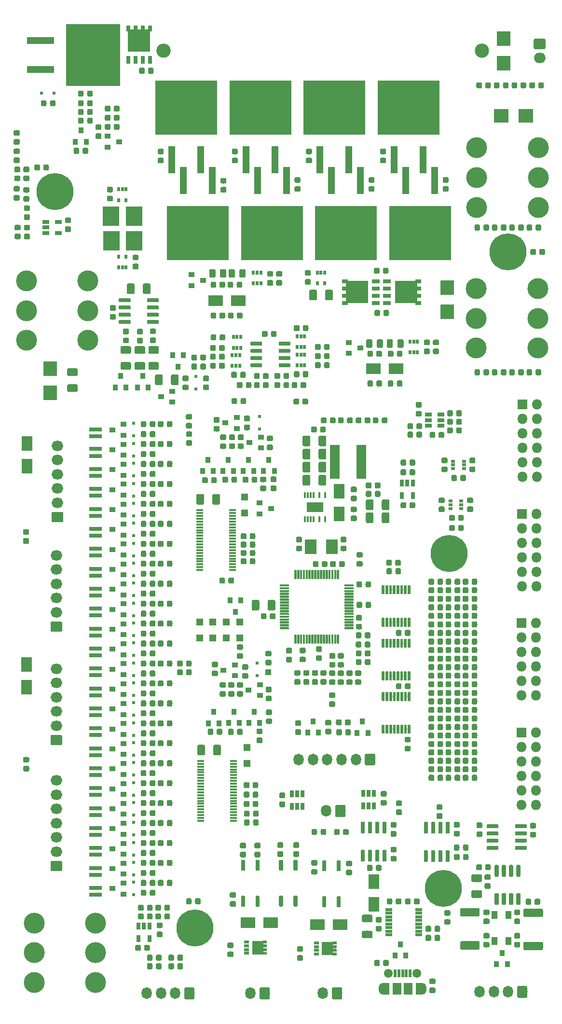
<source format=gbr>
G04 #@! TF.GenerationSoftware,KiCad,Pcbnew,(5.0.0-rc2-198-gb8bbb15aa)*
G04 #@! TF.CreationDate,2022-04-06T08:22:02-07:00*
G04 #@! TF.ProjectId,BMS_01,424D535F30312E6B696361645F706362,rev?*
G04 #@! TF.SameCoordinates,Original*
G04 #@! TF.FileFunction,Soldermask,Top*
G04 #@! TF.FilePolarity,Negative*
%FSLAX46Y46*%
G04 Gerber Fmt 4.6, Leading zero omitted, Abs format (unit mm)*
G04 Created by KiCad (PCBNEW (5.0.0-rc2-198-gb8bbb15aa)) date 04/06/22 08:22:02*
%MOMM*%
%LPD*%
G01*
G04 APERTURE LIST*
%ADD10C,0.100000*%
%ADD11C,1.800000*%
%ADD12O,1.800000X2.050000*%
%ADD13R,1.200000X0.385000*%
%ADD14R,10.900000X9.500000*%
%ADD15R,1.200000X4.700000*%
%ADD16C,0.975000*%
%ADD17C,1.350000*%
%ADD18R,2.600000X1.900000*%
%ADD19R,1.900000X2.600000*%
%ADD20R,2.400000X2.600000*%
%ADD21R,2.600000X2.400000*%
%ADD22R,0.600000X0.600000*%
%ADD23R,0.900000X1.000000*%
%ADD24R,3.910000X4.010000*%
%ADD25R,1.120000X0.710000*%
%ADD26R,1.370000X0.710000*%
%ADD27C,0.700000*%
%ADD28R,1.000000X0.900000*%
%ADD29R,1.160000X0.750000*%
%ADD30R,0.500000X0.750000*%
%ADD31R,4.700000X1.200000*%
%ADD32R,9.500000X10.900000*%
%ADD33C,1.075000*%
%ADD34C,2.500000*%
%ADD35O,2.500000X2.500000*%
%ADD36R,2.300000X0.800000*%
%ADD37R,1.000000X1.450000*%
%ADD38R,1.700000X6.000000*%
%ADD39R,1.300000X0.500000*%
%ADD40R,1.200000X1.200000*%
%ADD41C,1.450000*%
%ADD42R,1.100000X1.100000*%
%ADD43R,0.750000X1.160000*%
%ADD44R,2.945000X1.751000*%
%ADD45R,0.405000X0.989000*%
%ADD46R,2.100000X2.500000*%
%ADD47R,1.600000X2.000000*%
%ADD48C,1.550000*%
%ADD49R,0.500000X1.450000*%
%ADD50O,1.300000X2.000000*%
%ADD51R,1.300000X2.000000*%
%ADD52C,3.670000*%
%ADD53O,2.050000X1.800000*%
%ADD54O,1.800000X2.100000*%
%ADD55O,2.100000X1.800000*%
%ADD56R,1.800000X1.800000*%
%ADD57O,1.800000X1.800000*%
%ADD58R,0.750000X0.500000*%
%ADD59R,2.900000X3.500000*%
%ADD60C,0.900000*%
%ADD61C,6.500000*%
%ADD62R,0.710000X1.370000*%
%ADD63R,0.710000X1.120000*%
%ADD64R,4.010000X3.910000*%
%ADD65R,0.930000X0.500000*%
%ADD66C,1.850000*%
%ADD67C,0.400000*%
%ADD68C,0.500000*%
G04 APERTURE END LIST*
D10*
G04 #@! TO.C,J13*
G36*
X86892240Y-144376275D02*
X86917936Y-144380086D01*
X86943134Y-144386398D01*
X86967593Y-144395150D01*
X86991076Y-144406256D01*
X87013357Y-144419611D01*
X87034222Y-144435085D01*
X87053469Y-144452531D01*
X87070915Y-144471778D01*
X87086389Y-144492643D01*
X87099744Y-144514924D01*
X87110850Y-144538407D01*
X87119602Y-144562866D01*
X87125914Y-144588064D01*
X87129725Y-144613760D01*
X87131000Y-144639706D01*
X87131000Y-146160294D01*
X87129725Y-146186240D01*
X87125914Y-146211936D01*
X87119602Y-146237134D01*
X87110850Y-146261593D01*
X87099744Y-146285076D01*
X87086389Y-146307357D01*
X87070915Y-146328222D01*
X87053469Y-146347469D01*
X87034222Y-146364915D01*
X87013357Y-146380389D01*
X86991076Y-146393744D01*
X86967593Y-146404850D01*
X86943134Y-146413602D01*
X86917936Y-146419914D01*
X86892240Y-146423725D01*
X86866294Y-146425000D01*
X85595706Y-146425000D01*
X85569760Y-146423725D01*
X85544064Y-146419914D01*
X85518866Y-146413602D01*
X85494407Y-146404850D01*
X85470924Y-146393744D01*
X85448643Y-146380389D01*
X85427778Y-146364915D01*
X85408531Y-146347469D01*
X85391085Y-146328222D01*
X85375611Y-146307357D01*
X85362256Y-146285076D01*
X85351150Y-146261593D01*
X85342398Y-146237134D01*
X85336086Y-146211936D01*
X85332275Y-146186240D01*
X85331000Y-146160294D01*
X85331000Y-144639706D01*
X85332275Y-144613760D01*
X85336086Y-144588064D01*
X85342398Y-144562866D01*
X85351150Y-144538407D01*
X85362256Y-144514924D01*
X85375611Y-144492643D01*
X85391085Y-144471778D01*
X85408531Y-144452531D01*
X85427778Y-144435085D01*
X85448643Y-144419611D01*
X85470924Y-144406256D01*
X85494407Y-144395150D01*
X85518866Y-144386398D01*
X85544064Y-144380086D01*
X85569760Y-144376275D01*
X85595706Y-144375000D01*
X86866294Y-144375000D01*
X86892240Y-144376275D01*
X86892240Y-144376275D01*
G37*
D11*
X86231000Y-145400000D03*
D12*
X83731000Y-145400000D03*
X81231000Y-145400000D03*
X78731000Y-145400000D03*
X76231000Y-145400000D03*
X73731000Y-145400000D03*
G04 #@! TD*
D13*
G04 #@! TO.C,U11*
X56375000Y-101650000D03*
X56375000Y-102150000D03*
X56375000Y-102650000D03*
X56375000Y-103150000D03*
X56375000Y-103650000D03*
X56375000Y-104150000D03*
X56375000Y-104650000D03*
X56375000Y-105150000D03*
X56375000Y-105650000D03*
X56375000Y-106150000D03*
X56375000Y-106650000D03*
X56375000Y-107150000D03*
X56375000Y-107650000D03*
X56375000Y-108150000D03*
X56375000Y-108650000D03*
X56375000Y-109150000D03*
X56375000Y-109650000D03*
X56375000Y-110150000D03*
X56375000Y-110650000D03*
X62075000Y-112150000D03*
X62075000Y-111650000D03*
X62075000Y-111150000D03*
X62075000Y-110650000D03*
X62075000Y-110150000D03*
X62075000Y-109650000D03*
X62075000Y-109150000D03*
X62075000Y-108650000D03*
X62075000Y-108150000D03*
X62075000Y-107650000D03*
X62075000Y-107150000D03*
X62075000Y-106650000D03*
X62075000Y-106150000D03*
X62075000Y-105650000D03*
X62075000Y-105150000D03*
X62075000Y-104650000D03*
X56375000Y-111150000D03*
X56375000Y-111650000D03*
X56375000Y-112150000D03*
X62075000Y-104150000D03*
X62075000Y-103650000D03*
X62075000Y-103150000D03*
X62075000Y-102650000D03*
X62075000Y-102150000D03*
X62075000Y-101650000D03*
G04 #@! TD*
D14*
G04 #@! TO.C,Q47*
X69000000Y-53000000D03*
D15*
X66460000Y-43850000D03*
X71540000Y-43850000D03*
G04 #@! TD*
D10*
G04 #@! TO.C,C119*
G36*
X57750142Y-78036174D02*
X57773803Y-78039684D01*
X57797007Y-78045496D01*
X57819529Y-78053554D01*
X57841153Y-78063782D01*
X57861670Y-78076079D01*
X57880883Y-78090329D01*
X57898607Y-78106393D01*
X57914671Y-78124117D01*
X57928921Y-78143330D01*
X57941218Y-78163847D01*
X57951446Y-78185471D01*
X57959504Y-78207993D01*
X57965316Y-78231197D01*
X57968826Y-78254858D01*
X57970000Y-78278750D01*
X57970000Y-78766250D01*
X57968826Y-78790142D01*
X57965316Y-78813803D01*
X57959504Y-78837007D01*
X57951446Y-78859529D01*
X57941218Y-78881153D01*
X57928921Y-78901670D01*
X57914671Y-78920883D01*
X57898607Y-78938607D01*
X57880883Y-78954671D01*
X57861670Y-78968921D01*
X57841153Y-78981218D01*
X57819529Y-78991446D01*
X57797007Y-78999504D01*
X57773803Y-79005316D01*
X57750142Y-79008826D01*
X57726250Y-79010000D01*
X57163750Y-79010000D01*
X57139858Y-79008826D01*
X57116197Y-79005316D01*
X57092993Y-78999504D01*
X57070471Y-78991446D01*
X57048847Y-78981218D01*
X57028330Y-78968921D01*
X57009117Y-78954671D01*
X56991393Y-78938607D01*
X56975329Y-78920883D01*
X56961079Y-78901670D01*
X56948782Y-78881153D01*
X56938554Y-78859529D01*
X56930496Y-78837007D01*
X56924684Y-78813803D01*
X56921174Y-78790142D01*
X56920000Y-78766250D01*
X56920000Y-78278750D01*
X56921174Y-78254858D01*
X56924684Y-78231197D01*
X56930496Y-78207993D01*
X56938554Y-78185471D01*
X56948782Y-78163847D01*
X56961079Y-78143330D01*
X56975329Y-78124117D01*
X56991393Y-78106393D01*
X57009117Y-78090329D01*
X57028330Y-78076079D01*
X57048847Y-78063782D01*
X57070471Y-78053554D01*
X57092993Y-78045496D01*
X57116197Y-78039684D01*
X57139858Y-78036174D01*
X57163750Y-78035000D01*
X57726250Y-78035000D01*
X57750142Y-78036174D01*
X57750142Y-78036174D01*
G37*
D16*
X57445000Y-78522500D03*
D10*
G36*
X57750142Y-79611174D02*
X57773803Y-79614684D01*
X57797007Y-79620496D01*
X57819529Y-79628554D01*
X57841153Y-79638782D01*
X57861670Y-79651079D01*
X57880883Y-79665329D01*
X57898607Y-79681393D01*
X57914671Y-79699117D01*
X57928921Y-79718330D01*
X57941218Y-79738847D01*
X57951446Y-79760471D01*
X57959504Y-79782993D01*
X57965316Y-79806197D01*
X57968826Y-79829858D01*
X57970000Y-79853750D01*
X57970000Y-80341250D01*
X57968826Y-80365142D01*
X57965316Y-80388803D01*
X57959504Y-80412007D01*
X57951446Y-80434529D01*
X57941218Y-80456153D01*
X57928921Y-80476670D01*
X57914671Y-80495883D01*
X57898607Y-80513607D01*
X57880883Y-80529671D01*
X57861670Y-80543921D01*
X57841153Y-80556218D01*
X57819529Y-80566446D01*
X57797007Y-80574504D01*
X57773803Y-80580316D01*
X57750142Y-80583826D01*
X57726250Y-80585000D01*
X57163750Y-80585000D01*
X57139858Y-80583826D01*
X57116197Y-80580316D01*
X57092993Y-80574504D01*
X57070471Y-80566446D01*
X57048847Y-80556218D01*
X57028330Y-80543921D01*
X57009117Y-80529671D01*
X56991393Y-80513607D01*
X56975329Y-80495883D01*
X56961079Y-80476670D01*
X56948782Y-80456153D01*
X56938554Y-80434529D01*
X56930496Y-80412007D01*
X56924684Y-80388803D01*
X56921174Y-80365142D01*
X56920000Y-80341250D01*
X56920000Y-79853750D01*
X56921174Y-79829858D01*
X56924684Y-79806197D01*
X56930496Y-79782993D01*
X56938554Y-79760471D01*
X56948782Y-79738847D01*
X56961079Y-79718330D01*
X56975329Y-79699117D01*
X56991393Y-79681393D01*
X57009117Y-79665329D01*
X57028330Y-79651079D01*
X57048847Y-79638782D01*
X57070471Y-79628554D01*
X57092993Y-79620496D01*
X57116197Y-79614684D01*
X57139858Y-79611174D01*
X57163750Y-79610000D01*
X57726250Y-79610000D01*
X57750142Y-79611174D01*
X57750142Y-79611174D01*
G37*
D16*
X57445000Y-80097500D03*
G04 #@! TD*
D10*
G04 #@! TO.C,C120*
G36*
X79897142Y-129748174D02*
X79920803Y-129751684D01*
X79944007Y-129757496D01*
X79966529Y-129765554D01*
X79988153Y-129775782D01*
X80008670Y-129788079D01*
X80027883Y-129802329D01*
X80045607Y-129818393D01*
X80061671Y-129836117D01*
X80075921Y-129855330D01*
X80088218Y-129875847D01*
X80098446Y-129897471D01*
X80106504Y-129919993D01*
X80112316Y-129943197D01*
X80115826Y-129966858D01*
X80117000Y-129990750D01*
X80117000Y-130478250D01*
X80115826Y-130502142D01*
X80112316Y-130525803D01*
X80106504Y-130549007D01*
X80098446Y-130571529D01*
X80088218Y-130593153D01*
X80075921Y-130613670D01*
X80061671Y-130632883D01*
X80045607Y-130650607D01*
X80027883Y-130666671D01*
X80008670Y-130680921D01*
X79988153Y-130693218D01*
X79966529Y-130703446D01*
X79944007Y-130711504D01*
X79920803Y-130717316D01*
X79897142Y-130720826D01*
X79873250Y-130722000D01*
X79310750Y-130722000D01*
X79286858Y-130720826D01*
X79263197Y-130717316D01*
X79239993Y-130711504D01*
X79217471Y-130703446D01*
X79195847Y-130693218D01*
X79175330Y-130680921D01*
X79156117Y-130666671D01*
X79138393Y-130650607D01*
X79122329Y-130632883D01*
X79108079Y-130613670D01*
X79095782Y-130593153D01*
X79085554Y-130571529D01*
X79077496Y-130549007D01*
X79071684Y-130525803D01*
X79068174Y-130502142D01*
X79067000Y-130478250D01*
X79067000Y-129990750D01*
X79068174Y-129966858D01*
X79071684Y-129943197D01*
X79077496Y-129919993D01*
X79085554Y-129897471D01*
X79095782Y-129875847D01*
X79108079Y-129855330D01*
X79122329Y-129836117D01*
X79138393Y-129818393D01*
X79156117Y-129802329D01*
X79175330Y-129788079D01*
X79195847Y-129775782D01*
X79217471Y-129765554D01*
X79239993Y-129757496D01*
X79263197Y-129751684D01*
X79286858Y-129748174D01*
X79310750Y-129747000D01*
X79873250Y-129747000D01*
X79897142Y-129748174D01*
X79897142Y-129748174D01*
G37*
D16*
X79592000Y-130234500D03*
D10*
G36*
X79897142Y-131323174D02*
X79920803Y-131326684D01*
X79944007Y-131332496D01*
X79966529Y-131340554D01*
X79988153Y-131350782D01*
X80008670Y-131363079D01*
X80027883Y-131377329D01*
X80045607Y-131393393D01*
X80061671Y-131411117D01*
X80075921Y-131430330D01*
X80088218Y-131450847D01*
X80098446Y-131472471D01*
X80106504Y-131494993D01*
X80112316Y-131518197D01*
X80115826Y-131541858D01*
X80117000Y-131565750D01*
X80117000Y-132053250D01*
X80115826Y-132077142D01*
X80112316Y-132100803D01*
X80106504Y-132124007D01*
X80098446Y-132146529D01*
X80088218Y-132168153D01*
X80075921Y-132188670D01*
X80061671Y-132207883D01*
X80045607Y-132225607D01*
X80027883Y-132241671D01*
X80008670Y-132255921D01*
X79988153Y-132268218D01*
X79966529Y-132278446D01*
X79944007Y-132286504D01*
X79920803Y-132292316D01*
X79897142Y-132295826D01*
X79873250Y-132297000D01*
X79310750Y-132297000D01*
X79286858Y-132295826D01*
X79263197Y-132292316D01*
X79239993Y-132286504D01*
X79217471Y-132278446D01*
X79195847Y-132268218D01*
X79175330Y-132255921D01*
X79156117Y-132241671D01*
X79138393Y-132225607D01*
X79122329Y-132207883D01*
X79108079Y-132188670D01*
X79095782Y-132168153D01*
X79085554Y-132146529D01*
X79077496Y-132124007D01*
X79071684Y-132100803D01*
X79068174Y-132077142D01*
X79067000Y-132053250D01*
X79067000Y-131565750D01*
X79068174Y-131541858D01*
X79071684Y-131518197D01*
X79077496Y-131494993D01*
X79085554Y-131472471D01*
X79095782Y-131450847D01*
X79108079Y-131430330D01*
X79122329Y-131411117D01*
X79138393Y-131393393D01*
X79156117Y-131377329D01*
X79175330Y-131363079D01*
X79195847Y-131350782D01*
X79217471Y-131340554D01*
X79239993Y-131332496D01*
X79263197Y-131326684D01*
X79286858Y-131323174D01*
X79310750Y-131322000D01*
X79873250Y-131322000D01*
X79897142Y-131323174D01*
X79897142Y-131323174D01*
G37*
D16*
X79592000Y-131809500D03*
G04 #@! TD*
D10*
G04 #@! TO.C,C122*
G36*
X45380142Y-56826174D02*
X45403803Y-56829684D01*
X45427007Y-56835496D01*
X45449529Y-56843554D01*
X45471153Y-56853782D01*
X45491670Y-56866079D01*
X45510883Y-56880329D01*
X45528607Y-56896393D01*
X45544671Y-56914117D01*
X45558921Y-56933330D01*
X45571218Y-56953847D01*
X45581446Y-56975471D01*
X45589504Y-56997993D01*
X45595316Y-57021197D01*
X45598826Y-57044858D01*
X45600000Y-57068750D01*
X45600000Y-57556250D01*
X45598826Y-57580142D01*
X45595316Y-57603803D01*
X45589504Y-57627007D01*
X45581446Y-57649529D01*
X45571218Y-57671153D01*
X45558921Y-57691670D01*
X45544671Y-57710883D01*
X45528607Y-57728607D01*
X45510883Y-57744671D01*
X45491670Y-57758921D01*
X45471153Y-57771218D01*
X45449529Y-57781446D01*
X45427007Y-57789504D01*
X45403803Y-57795316D01*
X45380142Y-57798826D01*
X45356250Y-57800000D01*
X44793750Y-57800000D01*
X44769858Y-57798826D01*
X44746197Y-57795316D01*
X44722993Y-57789504D01*
X44700471Y-57781446D01*
X44678847Y-57771218D01*
X44658330Y-57758921D01*
X44639117Y-57744671D01*
X44621393Y-57728607D01*
X44605329Y-57710883D01*
X44591079Y-57691670D01*
X44578782Y-57671153D01*
X44568554Y-57649529D01*
X44560496Y-57627007D01*
X44554684Y-57603803D01*
X44551174Y-57580142D01*
X44550000Y-57556250D01*
X44550000Y-57068750D01*
X44551174Y-57044858D01*
X44554684Y-57021197D01*
X44560496Y-56997993D01*
X44568554Y-56975471D01*
X44578782Y-56953847D01*
X44591079Y-56933330D01*
X44605329Y-56914117D01*
X44621393Y-56896393D01*
X44639117Y-56880329D01*
X44658330Y-56866079D01*
X44678847Y-56853782D01*
X44700471Y-56843554D01*
X44722993Y-56835496D01*
X44746197Y-56829684D01*
X44769858Y-56826174D01*
X44793750Y-56825000D01*
X45356250Y-56825000D01*
X45380142Y-56826174D01*
X45380142Y-56826174D01*
G37*
D16*
X45075000Y-57312500D03*
D10*
G36*
X45380142Y-58401174D02*
X45403803Y-58404684D01*
X45427007Y-58410496D01*
X45449529Y-58418554D01*
X45471153Y-58428782D01*
X45491670Y-58441079D01*
X45510883Y-58455329D01*
X45528607Y-58471393D01*
X45544671Y-58489117D01*
X45558921Y-58508330D01*
X45571218Y-58528847D01*
X45581446Y-58550471D01*
X45589504Y-58572993D01*
X45595316Y-58596197D01*
X45598826Y-58619858D01*
X45600000Y-58643750D01*
X45600000Y-59131250D01*
X45598826Y-59155142D01*
X45595316Y-59178803D01*
X45589504Y-59202007D01*
X45581446Y-59224529D01*
X45571218Y-59246153D01*
X45558921Y-59266670D01*
X45544671Y-59285883D01*
X45528607Y-59303607D01*
X45510883Y-59319671D01*
X45491670Y-59333921D01*
X45471153Y-59346218D01*
X45449529Y-59356446D01*
X45427007Y-59364504D01*
X45403803Y-59370316D01*
X45380142Y-59373826D01*
X45356250Y-59375000D01*
X44793750Y-59375000D01*
X44769858Y-59373826D01*
X44746197Y-59370316D01*
X44722993Y-59364504D01*
X44700471Y-59356446D01*
X44678847Y-59346218D01*
X44658330Y-59333921D01*
X44639117Y-59319671D01*
X44621393Y-59303607D01*
X44605329Y-59285883D01*
X44591079Y-59266670D01*
X44578782Y-59246153D01*
X44568554Y-59224529D01*
X44560496Y-59202007D01*
X44554684Y-59178803D01*
X44551174Y-59155142D01*
X44550000Y-59131250D01*
X44550000Y-58643750D01*
X44551174Y-58619858D01*
X44554684Y-58596197D01*
X44560496Y-58572993D01*
X44568554Y-58550471D01*
X44578782Y-58528847D01*
X44591079Y-58508330D01*
X44605329Y-58489117D01*
X44621393Y-58471393D01*
X44639117Y-58455329D01*
X44658330Y-58441079D01*
X44678847Y-58428782D01*
X44700471Y-58418554D01*
X44722993Y-58410496D01*
X44746197Y-58404684D01*
X44769858Y-58401174D01*
X44793750Y-58400000D01*
X45356250Y-58400000D01*
X45380142Y-58401174D01*
X45380142Y-58401174D01*
G37*
D16*
X45075000Y-58887500D03*
G04 #@! TD*
D10*
G04 #@! TO.C,C123*
G36*
X33516142Y-50292674D02*
X33539803Y-50296184D01*
X33563007Y-50301996D01*
X33585529Y-50310054D01*
X33607153Y-50320282D01*
X33627670Y-50332579D01*
X33646883Y-50346829D01*
X33664607Y-50362893D01*
X33680671Y-50380617D01*
X33694921Y-50399830D01*
X33707218Y-50420347D01*
X33717446Y-50441971D01*
X33725504Y-50464493D01*
X33731316Y-50487697D01*
X33734826Y-50511358D01*
X33736000Y-50535250D01*
X33736000Y-51022750D01*
X33734826Y-51046642D01*
X33731316Y-51070303D01*
X33725504Y-51093507D01*
X33717446Y-51116029D01*
X33707218Y-51137653D01*
X33694921Y-51158170D01*
X33680671Y-51177383D01*
X33664607Y-51195107D01*
X33646883Y-51211171D01*
X33627670Y-51225421D01*
X33607153Y-51237718D01*
X33585529Y-51247946D01*
X33563007Y-51256004D01*
X33539803Y-51261816D01*
X33516142Y-51265326D01*
X33492250Y-51266500D01*
X32929750Y-51266500D01*
X32905858Y-51265326D01*
X32882197Y-51261816D01*
X32858993Y-51256004D01*
X32836471Y-51247946D01*
X32814847Y-51237718D01*
X32794330Y-51225421D01*
X32775117Y-51211171D01*
X32757393Y-51195107D01*
X32741329Y-51177383D01*
X32727079Y-51158170D01*
X32714782Y-51137653D01*
X32704554Y-51116029D01*
X32696496Y-51093507D01*
X32690684Y-51070303D01*
X32687174Y-51046642D01*
X32686000Y-51022750D01*
X32686000Y-50535250D01*
X32687174Y-50511358D01*
X32690684Y-50487697D01*
X32696496Y-50464493D01*
X32704554Y-50441971D01*
X32714782Y-50420347D01*
X32727079Y-50399830D01*
X32741329Y-50380617D01*
X32757393Y-50362893D01*
X32775117Y-50346829D01*
X32794330Y-50332579D01*
X32814847Y-50320282D01*
X32836471Y-50310054D01*
X32858993Y-50301996D01*
X32882197Y-50296184D01*
X32905858Y-50292674D01*
X32929750Y-50291500D01*
X33492250Y-50291500D01*
X33516142Y-50292674D01*
X33516142Y-50292674D01*
G37*
D16*
X33211000Y-50779000D03*
D10*
G36*
X33516142Y-51867674D02*
X33539803Y-51871184D01*
X33563007Y-51876996D01*
X33585529Y-51885054D01*
X33607153Y-51895282D01*
X33627670Y-51907579D01*
X33646883Y-51921829D01*
X33664607Y-51937893D01*
X33680671Y-51955617D01*
X33694921Y-51974830D01*
X33707218Y-51995347D01*
X33717446Y-52016971D01*
X33725504Y-52039493D01*
X33731316Y-52062697D01*
X33734826Y-52086358D01*
X33736000Y-52110250D01*
X33736000Y-52597750D01*
X33734826Y-52621642D01*
X33731316Y-52645303D01*
X33725504Y-52668507D01*
X33717446Y-52691029D01*
X33707218Y-52712653D01*
X33694921Y-52733170D01*
X33680671Y-52752383D01*
X33664607Y-52770107D01*
X33646883Y-52786171D01*
X33627670Y-52800421D01*
X33607153Y-52812718D01*
X33585529Y-52822946D01*
X33563007Y-52831004D01*
X33539803Y-52836816D01*
X33516142Y-52840326D01*
X33492250Y-52841500D01*
X32929750Y-52841500D01*
X32905858Y-52840326D01*
X32882197Y-52836816D01*
X32858993Y-52831004D01*
X32836471Y-52822946D01*
X32814847Y-52812718D01*
X32794330Y-52800421D01*
X32775117Y-52786171D01*
X32757393Y-52770107D01*
X32741329Y-52752383D01*
X32727079Y-52733170D01*
X32714782Y-52712653D01*
X32704554Y-52691029D01*
X32696496Y-52668507D01*
X32690684Y-52645303D01*
X32687174Y-52621642D01*
X32686000Y-52597750D01*
X32686000Y-52110250D01*
X32687174Y-52086358D01*
X32690684Y-52062697D01*
X32696496Y-52039493D01*
X32704554Y-52016971D01*
X32714782Y-51995347D01*
X32727079Y-51974830D01*
X32741329Y-51955617D01*
X32757393Y-51937893D01*
X32775117Y-51921829D01*
X32794330Y-51907579D01*
X32814847Y-51895282D01*
X32836471Y-51885054D01*
X32858993Y-51876996D01*
X32882197Y-51871184D01*
X32905858Y-51867674D01*
X32929750Y-51866500D01*
X33492250Y-51866500D01*
X33516142Y-51867674D01*
X33516142Y-51867674D01*
G37*
D16*
X33211000Y-52354000D03*
G04 #@! TD*
D10*
G04 #@! TO.C,C127*
G36*
X40880142Y-46488674D02*
X40903803Y-46492184D01*
X40927007Y-46497996D01*
X40949529Y-46506054D01*
X40971153Y-46516282D01*
X40991670Y-46528579D01*
X41010883Y-46542829D01*
X41028607Y-46558893D01*
X41044671Y-46576617D01*
X41058921Y-46595830D01*
X41071218Y-46616347D01*
X41081446Y-46637971D01*
X41089504Y-46660493D01*
X41095316Y-46683697D01*
X41098826Y-46707358D01*
X41100000Y-46731250D01*
X41100000Y-47218750D01*
X41098826Y-47242642D01*
X41095316Y-47266303D01*
X41089504Y-47289507D01*
X41081446Y-47312029D01*
X41071218Y-47333653D01*
X41058921Y-47354170D01*
X41044671Y-47373383D01*
X41028607Y-47391107D01*
X41010883Y-47407171D01*
X40991670Y-47421421D01*
X40971153Y-47433718D01*
X40949529Y-47443946D01*
X40927007Y-47452004D01*
X40903803Y-47457816D01*
X40880142Y-47461326D01*
X40856250Y-47462500D01*
X40293750Y-47462500D01*
X40269858Y-47461326D01*
X40246197Y-47457816D01*
X40222993Y-47452004D01*
X40200471Y-47443946D01*
X40178847Y-47433718D01*
X40158330Y-47421421D01*
X40139117Y-47407171D01*
X40121393Y-47391107D01*
X40105329Y-47373383D01*
X40091079Y-47354170D01*
X40078782Y-47333653D01*
X40068554Y-47312029D01*
X40060496Y-47289507D01*
X40054684Y-47266303D01*
X40051174Y-47242642D01*
X40050000Y-47218750D01*
X40050000Y-46731250D01*
X40051174Y-46707358D01*
X40054684Y-46683697D01*
X40060496Y-46660493D01*
X40068554Y-46637971D01*
X40078782Y-46616347D01*
X40091079Y-46595830D01*
X40105329Y-46576617D01*
X40121393Y-46558893D01*
X40139117Y-46542829D01*
X40158330Y-46528579D01*
X40178847Y-46516282D01*
X40200471Y-46506054D01*
X40222993Y-46497996D01*
X40246197Y-46492184D01*
X40269858Y-46488674D01*
X40293750Y-46487500D01*
X40856250Y-46487500D01*
X40880142Y-46488674D01*
X40880142Y-46488674D01*
G37*
D16*
X40575000Y-46975000D03*
D10*
G36*
X40880142Y-44913674D02*
X40903803Y-44917184D01*
X40927007Y-44922996D01*
X40949529Y-44931054D01*
X40971153Y-44941282D01*
X40991670Y-44953579D01*
X41010883Y-44967829D01*
X41028607Y-44983893D01*
X41044671Y-45001617D01*
X41058921Y-45020830D01*
X41071218Y-45041347D01*
X41081446Y-45062971D01*
X41089504Y-45085493D01*
X41095316Y-45108697D01*
X41098826Y-45132358D01*
X41100000Y-45156250D01*
X41100000Y-45643750D01*
X41098826Y-45667642D01*
X41095316Y-45691303D01*
X41089504Y-45714507D01*
X41081446Y-45737029D01*
X41071218Y-45758653D01*
X41058921Y-45779170D01*
X41044671Y-45798383D01*
X41028607Y-45816107D01*
X41010883Y-45832171D01*
X40991670Y-45846421D01*
X40971153Y-45858718D01*
X40949529Y-45868946D01*
X40927007Y-45877004D01*
X40903803Y-45882816D01*
X40880142Y-45886326D01*
X40856250Y-45887500D01*
X40293750Y-45887500D01*
X40269858Y-45886326D01*
X40246197Y-45882816D01*
X40222993Y-45877004D01*
X40200471Y-45868946D01*
X40178847Y-45858718D01*
X40158330Y-45846421D01*
X40139117Y-45832171D01*
X40121393Y-45816107D01*
X40105329Y-45798383D01*
X40091079Y-45779170D01*
X40078782Y-45758653D01*
X40068554Y-45737029D01*
X40060496Y-45714507D01*
X40054684Y-45691303D01*
X40051174Y-45667642D01*
X40050000Y-45643750D01*
X40050000Y-45156250D01*
X40051174Y-45132358D01*
X40054684Y-45108697D01*
X40060496Y-45085493D01*
X40068554Y-45062971D01*
X40078782Y-45041347D01*
X40091079Y-45020830D01*
X40105329Y-45001617D01*
X40121393Y-44983893D01*
X40139117Y-44967829D01*
X40158330Y-44953579D01*
X40178847Y-44941282D01*
X40200471Y-44931054D01*
X40222993Y-44922996D01*
X40246197Y-44917184D01*
X40269858Y-44913674D01*
X40293750Y-44912500D01*
X40856250Y-44912500D01*
X40880142Y-44913674D01*
X40880142Y-44913674D01*
G37*
D16*
X40575000Y-45400000D03*
G04 #@! TD*
D10*
G04 #@! TO.C,C129*
G36*
X60500142Y-74186174D02*
X60523803Y-74189684D01*
X60547007Y-74195496D01*
X60569529Y-74203554D01*
X60591153Y-74213782D01*
X60611670Y-74226079D01*
X60630883Y-74240329D01*
X60648607Y-74256393D01*
X60664671Y-74274117D01*
X60678921Y-74293330D01*
X60691218Y-74313847D01*
X60701446Y-74335471D01*
X60709504Y-74357993D01*
X60715316Y-74381197D01*
X60718826Y-74404858D01*
X60720000Y-74428750D01*
X60720000Y-74991250D01*
X60718826Y-75015142D01*
X60715316Y-75038803D01*
X60709504Y-75062007D01*
X60701446Y-75084529D01*
X60691218Y-75106153D01*
X60678921Y-75126670D01*
X60664671Y-75145883D01*
X60648607Y-75163607D01*
X60630883Y-75179671D01*
X60611670Y-75193921D01*
X60591153Y-75206218D01*
X60569529Y-75216446D01*
X60547007Y-75224504D01*
X60523803Y-75230316D01*
X60500142Y-75233826D01*
X60476250Y-75235000D01*
X59988750Y-75235000D01*
X59964858Y-75233826D01*
X59941197Y-75230316D01*
X59917993Y-75224504D01*
X59895471Y-75216446D01*
X59873847Y-75206218D01*
X59853330Y-75193921D01*
X59834117Y-75179671D01*
X59816393Y-75163607D01*
X59800329Y-75145883D01*
X59786079Y-75126670D01*
X59773782Y-75106153D01*
X59763554Y-75084529D01*
X59755496Y-75062007D01*
X59749684Y-75038803D01*
X59746174Y-75015142D01*
X59745000Y-74991250D01*
X59745000Y-74428750D01*
X59746174Y-74404858D01*
X59749684Y-74381197D01*
X59755496Y-74357993D01*
X59763554Y-74335471D01*
X59773782Y-74313847D01*
X59786079Y-74293330D01*
X59800329Y-74274117D01*
X59816393Y-74256393D01*
X59834117Y-74240329D01*
X59853330Y-74226079D01*
X59873847Y-74213782D01*
X59895471Y-74203554D01*
X59917993Y-74195496D01*
X59941197Y-74189684D01*
X59964858Y-74186174D01*
X59988750Y-74185000D01*
X60476250Y-74185000D01*
X60500142Y-74186174D01*
X60500142Y-74186174D01*
G37*
D16*
X60232500Y-74710000D03*
D10*
G36*
X58925142Y-74186174D02*
X58948803Y-74189684D01*
X58972007Y-74195496D01*
X58994529Y-74203554D01*
X59016153Y-74213782D01*
X59036670Y-74226079D01*
X59055883Y-74240329D01*
X59073607Y-74256393D01*
X59089671Y-74274117D01*
X59103921Y-74293330D01*
X59116218Y-74313847D01*
X59126446Y-74335471D01*
X59134504Y-74357993D01*
X59140316Y-74381197D01*
X59143826Y-74404858D01*
X59145000Y-74428750D01*
X59145000Y-74991250D01*
X59143826Y-75015142D01*
X59140316Y-75038803D01*
X59134504Y-75062007D01*
X59126446Y-75084529D01*
X59116218Y-75106153D01*
X59103921Y-75126670D01*
X59089671Y-75145883D01*
X59073607Y-75163607D01*
X59055883Y-75179671D01*
X59036670Y-75193921D01*
X59016153Y-75206218D01*
X58994529Y-75216446D01*
X58972007Y-75224504D01*
X58948803Y-75230316D01*
X58925142Y-75233826D01*
X58901250Y-75235000D01*
X58413750Y-75235000D01*
X58389858Y-75233826D01*
X58366197Y-75230316D01*
X58342993Y-75224504D01*
X58320471Y-75216446D01*
X58298847Y-75206218D01*
X58278330Y-75193921D01*
X58259117Y-75179671D01*
X58241393Y-75163607D01*
X58225329Y-75145883D01*
X58211079Y-75126670D01*
X58198782Y-75106153D01*
X58188554Y-75084529D01*
X58180496Y-75062007D01*
X58174684Y-75038803D01*
X58171174Y-75015142D01*
X58170000Y-74991250D01*
X58170000Y-74428750D01*
X58171174Y-74404858D01*
X58174684Y-74381197D01*
X58180496Y-74357993D01*
X58188554Y-74335471D01*
X58198782Y-74313847D01*
X58211079Y-74293330D01*
X58225329Y-74274117D01*
X58241393Y-74256393D01*
X58259117Y-74240329D01*
X58278330Y-74226079D01*
X58298847Y-74213782D01*
X58320471Y-74203554D01*
X58342993Y-74195496D01*
X58366197Y-74189684D01*
X58389858Y-74186174D01*
X58413750Y-74185000D01*
X58901250Y-74185000D01*
X58925142Y-74186174D01*
X58925142Y-74186174D01*
G37*
D16*
X58657500Y-74710000D03*
G04 #@! TD*
D10*
G04 #@! TO.C,C130*
G36*
X68200142Y-77586174D02*
X68223803Y-77589684D01*
X68247007Y-77595496D01*
X68269529Y-77603554D01*
X68291153Y-77613782D01*
X68311670Y-77626079D01*
X68330883Y-77640329D01*
X68348607Y-77656393D01*
X68364671Y-77674117D01*
X68378921Y-77693330D01*
X68391218Y-77713847D01*
X68401446Y-77735471D01*
X68409504Y-77757993D01*
X68415316Y-77781197D01*
X68418826Y-77804858D01*
X68420000Y-77828750D01*
X68420000Y-78391250D01*
X68418826Y-78415142D01*
X68415316Y-78438803D01*
X68409504Y-78462007D01*
X68401446Y-78484529D01*
X68391218Y-78506153D01*
X68378921Y-78526670D01*
X68364671Y-78545883D01*
X68348607Y-78563607D01*
X68330883Y-78579671D01*
X68311670Y-78593921D01*
X68291153Y-78606218D01*
X68269529Y-78616446D01*
X68247007Y-78624504D01*
X68223803Y-78630316D01*
X68200142Y-78633826D01*
X68176250Y-78635000D01*
X67688750Y-78635000D01*
X67664858Y-78633826D01*
X67641197Y-78630316D01*
X67617993Y-78624504D01*
X67595471Y-78616446D01*
X67573847Y-78606218D01*
X67553330Y-78593921D01*
X67534117Y-78579671D01*
X67516393Y-78563607D01*
X67500329Y-78545883D01*
X67486079Y-78526670D01*
X67473782Y-78506153D01*
X67463554Y-78484529D01*
X67455496Y-78462007D01*
X67449684Y-78438803D01*
X67446174Y-78415142D01*
X67445000Y-78391250D01*
X67445000Y-77828750D01*
X67446174Y-77804858D01*
X67449684Y-77781197D01*
X67455496Y-77757993D01*
X67463554Y-77735471D01*
X67473782Y-77713847D01*
X67486079Y-77693330D01*
X67500329Y-77674117D01*
X67516393Y-77656393D01*
X67534117Y-77640329D01*
X67553330Y-77626079D01*
X67573847Y-77613782D01*
X67595471Y-77603554D01*
X67617993Y-77595496D01*
X67641197Y-77589684D01*
X67664858Y-77586174D01*
X67688750Y-77585000D01*
X68176250Y-77585000D01*
X68200142Y-77586174D01*
X68200142Y-77586174D01*
G37*
D16*
X67932500Y-78110000D03*
D10*
G36*
X66625142Y-77586174D02*
X66648803Y-77589684D01*
X66672007Y-77595496D01*
X66694529Y-77603554D01*
X66716153Y-77613782D01*
X66736670Y-77626079D01*
X66755883Y-77640329D01*
X66773607Y-77656393D01*
X66789671Y-77674117D01*
X66803921Y-77693330D01*
X66816218Y-77713847D01*
X66826446Y-77735471D01*
X66834504Y-77757993D01*
X66840316Y-77781197D01*
X66843826Y-77804858D01*
X66845000Y-77828750D01*
X66845000Y-78391250D01*
X66843826Y-78415142D01*
X66840316Y-78438803D01*
X66834504Y-78462007D01*
X66826446Y-78484529D01*
X66816218Y-78506153D01*
X66803921Y-78526670D01*
X66789671Y-78545883D01*
X66773607Y-78563607D01*
X66755883Y-78579671D01*
X66736670Y-78593921D01*
X66716153Y-78606218D01*
X66694529Y-78616446D01*
X66672007Y-78624504D01*
X66648803Y-78630316D01*
X66625142Y-78633826D01*
X66601250Y-78635000D01*
X66113750Y-78635000D01*
X66089858Y-78633826D01*
X66066197Y-78630316D01*
X66042993Y-78624504D01*
X66020471Y-78616446D01*
X65998847Y-78606218D01*
X65978330Y-78593921D01*
X65959117Y-78579671D01*
X65941393Y-78563607D01*
X65925329Y-78545883D01*
X65911079Y-78526670D01*
X65898782Y-78506153D01*
X65888554Y-78484529D01*
X65880496Y-78462007D01*
X65874684Y-78438803D01*
X65871174Y-78415142D01*
X65870000Y-78391250D01*
X65870000Y-77828750D01*
X65871174Y-77804858D01*
X65874684Y-77781197D01*
X65880496Y-77757993D01*
X65888554Y-77735471D01*
X65898782Y-77713847D01*
X65911079Y-77693330D01*
X65925329Y-77674117D01*
X65941393Y-77656393D01*
X65959117Y-77640329D01*
X65978330Y-77626079D01*
X65998847Y-77613782D01*
X66020471Y-77603554D01*
X66042993Y-77595496D01*
X66066197Y-77589684D01*
X66089858Y-77586174D01*
X66113750Y-77585000D01*
X66601250Y-77585000D01*
X66625142Y-77586174D01*
X66625142Y-77586174D01*
G37*
D16*
X66357500Y-78110000D03*
G04 #@! TD*
D10*
G04 #@! TO.C,C131*
G36*
X69600142Y-70186174D02*
X69623803Y-70189684D01*
X69647007Y-70195496D01*
X69669529Y-70203554D01*
X69691153Y-70213782D01*
X69711670Y-70226079D01*
X69730883Y-70240329D01*
X69748607Y-70256393D01*
X69764671Y-70274117D01*
X69778921Y-70293330D01*
X69791218Y-70313847D01*
X69801446Y-70335471D01*
X69809504Y-70357993D01*
X69815316Y-70381197D01*
X69818826Y-70404858D01*
X69820000Y-70428750D01*
X69820000Y-70991250D01*
X69818826Y-71015142D01*
X69815316Y-71038803D01*
X69809504Y-71062007D01*
X69801446Y-71084529D01*
X69791218Y-71106153D01*
X69778921Y-71126670D01*
X69764671Y-71145883D01*
X69748607Y-71163607D01*
X69730883Y-71179671D01*
X69711670Y-71193921D01*
X69691153Y-71206218D01*
X69669529Y-71216446D01*
X69647007Y-71224504D01*
X69623803Y-71230316D01*
X69600142Y-71233826D01*
X69576250Y-71235000D01*
X69088750Y-71235000D01*
X69064858Y-71233826D01*
X69041197Y-71230316D01*
X69017993Y-71224504D01*
X68995471Y-71216446D01*
X68973847Y-71206218D01*
X68953330Y-71193921D01*
X68934117Y-71179671D01*
X68916393Y-71163607D01*
X68900329Y-71145883D01*
X68886079Y-71126670D01*
X68873782Y-71106153D01*
X68863554Y-71084529D01*
X68855496Y-71062007D01*
X68849684Y-71038803D01*
X68846174Y-71015142D01*
X68845000Y-70991250D01*
X68845000Y-70428750D01*
X68846174Y-70404858D01*
X68849684Y-70381197D01*
X68855496Y-70357993D01*
X68863554Y-70335471D01*
X68873782Y-70313847D01*
X68886079Y-70293330D01*
X68900329Y-70274117D01*
X68916393Y-70256393D01*
X68934117Y-70240329D01*
X68953330Y-70226079D01*
X68973847Y-70213782D01*
X68995471Y-70203554D01*
X69017993Y-70195496D01*
X69041197Y-70189684D01*
X69064858Y-70186174D01*
X69088750Y-70185000D01*
X69576250Y-70185000D01*
X69600142Y-70186174D01*
X69600142Y-70186174D01*
G37*
D16*
X69332500Y-70710000D03*
D10*
G36*
X68025142Y-70186174D02*
X68048803Y-70189684D01*
X68072007Y-70195496D01*
X68094529Y-70203554D01*
X68116153Y-70213782D01*
X68136670Y-70226079D01*
X68155883Y-70240329D01*
X68173607Y-70256393D01*
X68189671Y-70274117D01*
X68203921Y-70293330D01*
X68216218Y-70313847D01*
X68226446Y-70335471D01*
X68234504Y-70357993D01*
X68240316Y-70381197D01*
X68243826Y-70404858D01*
X68245000Y-70428750D01*
X68245000Y-70991250D01*
X68243826Y-71015142D01*
X68240316Y-71038803D01*
X68234504Y-71062007D01*
X68226446Y-71084529D01*
X68216218Y-71106153D01*
X68203921Y-71126670D01*
X68189671Y-71145883D01*
X68173607Y-71163607D01*
X68155883Y-71179671D01*
X68136670Y-71193921D01*
X68116153Y-71206218D01*
X68094529Y-71216446D01*
X68072007Y-71224504D01*
X68048803Y-71230316D01*
X68025142Y-71233826D01*
X68001250Y-71235000D01*
X67513750Y-71235000D01*
X67489858Y-71233826D01*
X67466197Y-71230316D01*
X67442993Y-71224504D01*
X67420471Y-71216446D01*
X67398847Y-71206218D01*
X67378330Y-71193921D01*
X67359117Y-71179671D01*
X67341393Y-71163607D01*
X67325329Y-71145883D01*
X67311079Y-71126670D01*
X67298782Y-71106153D01*
X67288554Y-71084529D01*
X67280496Y-71062007D01*
X67274684Y-71038803D01*
X67271174Y-71015142D01*
X67270000Y-70991250D01*
X67270000Y-70428750D01*
X67271174Y-70404858D01*
X67274684Y-70381197D01*
X67280496Y-70357993D01*
X67288554Y-70335471D01*
X67298782Y-70313847D01*
X67311079Y-70293330D01*
X67325329Y-70274117D01*
X67341393Y-70256393D01*
X67359117Y-70240329D01*
X67378330Y-70226079D01*
X67398847Y-70213782D01*
X67420471Y-70203554D01*
X67442993Y-70195496D01*
X67466197Y-70189684D01*
X67489858Y-70186174D01*
X67513750Y-70185000D01*
X68001250Y-70185000D01*
X68025142Y-70186174D01*
X68025142Y-70186174D01*
G37*
D16*
X67757500Y-70710000D03*
G04 #@! TD*
D10*
G04 #@! TO.C,C132*
G36*
X81405142Y-131326174D02*
X81428803Y-131329684D01*
X81452007Y-131335496D01*
X81474529Y-131343554D01*
X81496153Y-131353782D01*
X81516670Y-131366079D01*
X81535883Y-131380329D01*
X81553607Y-131396393D01*
X81569671Y-131414117D01*
X81583921Y-131433330D01*
X81596218Y-131453847D01*
X81606446Y-131475471D01*
X81614504Y-131497993D01*
X81620316Y-131521197D01*
X81623826Y-131544858D01*
X81625000Y-131568750D01*
X81625000Y-132056250D01*
X81623826Y-132080142D01*
X81620316Y-132103803D01*
X81614504Y-132127007D01*
X81606446Y-132149529D01*
X81596218Y-132171153D01*
X81583921Y-132191670D01*
X81569671Y-132210883D01*
X81553607Y-132228607D01*
X81535883Y-132244671D01*
X81516670Y-132258921D01*
X81496153Y-132271218D01*
X81474529Y-132281446D01*
X81452007Y-132289504D01*
X81428803Y-132295316D01*
X81405142Y-132298826D01*
X81381250Y-132300000D01*
X80818750Y-132300000D01*
X80794858Y-132298826D01*
X80771197Y-132295316D01*
X80747993Y-132289504D01*
X80725471Y-132281446D01*
X80703847Y-132271218D01*
X80683330Y-132258921D01*
X80664117Y-132244671D01*
X80646393Y-132228607D01*
X80630329Y-132210883D01*
X80616079Y-132191670D01*
X80603782Y-132171153D01*
X80593554Y-132149529D01*
X80585496Y-132127007D01*
X80579684Y-132103803D01*
X80576174Y-132080142D01*
X80575000Y-132056250D01*
X80575000Y-131568750D01*
X80576174Y-131544858D01*
X80579684Y-131521197D01*
X80585496Y-131497993D01*
X80593554Y-131475471D01*
X80603782Y-131453847D01*
X80616079Y-131433330D01*
X80630329Y-131414117D01*
X80646393Y-131396393D01*
X80664117Y-131380329D01*
X80683330Y-131366079D01*
X80703847Y-131353782D01*
X80725471Y-131343554D01*
X80747993Y-131335496D01*
X80771197Y-131329684D01*
X80794858Y-131326174D01*
X80818750Y-131325000D01*
X81381250Y-131325000D01*
X81405142Y-131326174D01*
X81405142Y-131326174D01*
G37*
D16*
X81100000Y-131812500D03*
D10*
G36*
X81405142Y-129751174D02*
X81428803Y-129754684D01*
X81452007Y-129760496D01*
X81474529Y-129768554D01*
X81496153Y-129778782D01*
X81516670Y-129791079D01*
X81535883Y-129805329D01*
X81553607Y-129821393D01*
X81569671Y-129839117D01*
X81583921Y-129858330D01*
X81596218Y-129878847D01*
X81606446Y-129900471D01*
X81614504Y-129922993D01*
X81620316Y-129946197D01*
X81623826Y-129969858D01*
X81625000Y-129993750D01*
X81625000Y-130481250D01*
X81623826Y-130505142D01*
X81620316Y-130528803D01*
X81614504Y-130552007D01*
X81606446Y-130574529D01*
X81596218Y-130596153D01*
X81583921Y-130616670D01*
X81569671Y-130635883D01*
X81553607Y-130653607D01*
X81535883Y-130669671D01*
X81516670Y-130683921D01*
X81496153Y-130696218D01*
X81474529Y-130706446D01*
X81452007Y-130714504D01*
X81428803Y-130720316D01*
X81405142Y-130723826D01*
X81381250Y-130725000D01*
X80818750Y-130725000D01*
X80794858Y-130723826D01*
X80771197Y-130720316D01*
X80747993Y-130714504D01*
X80725471Y-130706446D01*
X80703847Y-130696218D01*
X80683330Y-130683921D01*
X80664117Y-130669671D01*
X80646393Y-130653607D01*
X80630329Y-130635883D01*
X80616079Y-130616670D01*
X80603782Y-130596153D01*
X80593554Y-130574529D01*
X80585496Y-130552007D01*
X80579684Y-130528803D01*
X80576174Y-130505142D01*
X80575000Y-130481250D01*
X80575000Y-129993750D01*
X80576174Y-129969858D01*
X80579684Y-129946197D01*
X80585496Y-129922993D01*
X80593554Y-129900471D01*
X80603782Y-129878847D01*
X80616079Y-129858330D01*
X80630329Y-129839117D01*
X80646393Y-129821393D01*
X80664117Y-129805329D01*
X80683330Y-129791079D01*
X80703847Y-129778782D01*
X80725471Y-129768554D01*
X80747993Y-129760496D01*
X80771197Y-129754684D01*
X80794858Y-129751174D01*
X80818750Y-129750000D01*
X81381250Y-129750000D01*
X81405142Y-129751174D01*
X81405142Y-129751174D01*
G37*
D16*
X81100000Y-130237500D03*
G04 #@! TD*
D10*
G04 #@! TO.C,C133*
G36*
X75630142Y-59536174D02*
X75653803Y-59539684D01*
X75677007Y-59545496D01*
X75699529Y-59553554D01*
X75721153Y-59563782D01*
X75741670Y-59576079D01*
X75760883Y-59590329D01*
X75778607Y-59606393D01*
X75794671Y-59624117D01*
X75808921Y-59643330D01*
X75821218Y-59663847D01*
X75831446Y-59685471D01*
X75839504Y-59707993D01*
X75845316Y-59731197D01*
X75848826Y-59754858D01*
X75850000Y-59778750D01*
X75850000Y-60266250D01*
X75848826Y-60290142D01*
X75845316Y-60313803D01*
X75839504Y-60337007D01*
X75831446Y-60359529D01*
X75821218Y-60381153D01*
X75808921Y-60401670D01*
X75794671Y-60420883D01*
X75778607Y-60438607D01*
X75760883Y-60454671D01*
X75741670Y-60468921D01*
X75721153Y-60481218D01*
X75699529Y-60491446D01*
X75677007Y-60499504D01*
X75653803Y-60505316D01*
X75630142Y-60508826D01*
X75606250Y-60510000D01*
X75043750Y-60510000D01*
X75019858Y-60508826D01*
X74996197Y-60505316D01*
X74972993Y-60499504D01*
X74950471Y-60491446D01*
X74928847Y-60481218D01*
X74908330Y-60468921D01*
X74889117Y-60454671D01*
X74871393Y-60438607D01*
X74855329Y-60420883D01*
X74841079Y-60401670D01*
X74828782Y-60381153D01*
X74818554Y-60359529D01*
X74810496Y-60337007D01*
X74804684Y-60313803D01*
X74801174Y-60290142D01*
X74800000Y-60266250D01*
X74800000Y-59778750D01*
X74801174Y-59754858D01*
X74804684Y-59731197D01*
X74810496Y-59707993D01*
X74818554Y-59685471D01*
X74828782Y-59663847D01*
X74841079Y-59643330D01*
X74855329Y-59624117D01*
X74871393Y-59606393D01*
X74889117Y-59590329D01*
X74908330Y-59576079D01*
X74928847Y-59563782D01*
X74950471Y-59553554D01*
X74972993Y-59545496D01*
X74996197Y-59539684D01*
X75019858Y-59536174D01*
X75043750Y-59535000D01*
X75606250Y-59535000D01*
X75630142Y-59536174D01*
X75630142Y-59536174D01*
G37*
D16*
X75325000Y-60022500D03*
D10*
G36*
X75630142Y-61111174D02*
X75653803Y-61114684D01*
X75677007Y-61120496D01*
X75699529Y-61128554D01*
X75721153Y-61138782D01*
X75741670Y-61151079D01*
X75760883Y-61165329D01*
X75778607Y-61181393D01*
X75794671Y-61199117D01*
X75808921Y-61218330D01*
X75821218Y-61238847D01*
X75831446Y-61260471D01*
X75839504Y-61282993D01*
X75845316Y-61306197D01*
X75848826Y-61329858D01*
X75850000Y-61353750D01*
X75850000Y-61841250D01*
X75848826Y-61865142D01*
X75845316Y-61888803D01*
X75839504Y-61912007D01*
X75831446Y-61934529D01*
X75821218Y-61956153D01*
X75808921Y-61976670D01*
X75794671Y-61995883D01*
X75778607Y-62013607D01*
X75760883Y-62029671D01*
X75741670Y-62043921D01*
X75721153Y-62056218D01*
X75699529Y-62066446D01*
X75677007Y-62074504D01*
X75653803Y-62080316D01*
X75630142Y-62083826D01*
X75606250Y-62085000D01*
X75043750Y-62085000D01*
X75019858Y-62083826D01*
X74996197Y-62080316D01*
X74972993Y-62074504D01*
X74950471Y-62066446D01*
X74928847Y-62056218D01*
X74908330Y-62043921D01*
X74889117Y-62029671D01*
X74871393Y-62013607D01*
X74855329Y-61995883D01*
X74841079Y-61976670D01*
X74828782Y-61956153D01*
X74818554Y-61934529D01*
X74810496Y-61912007D01*
X74804684Y-61888803D01*
X74801174Y-61865142D01*
X74800000Y-61841250D01*
X74800000Y-61353750D01*
X74801174Y-61329858D01*
X74804684Y-61306197D01*
X74810496Y-61282993D01*
X74818554Y-61260471D01*
X74828782Y-61238847D01*
X74841079Y-61218330D01*
X74855329Y-61199117D01*
X74871393Y-61181393D01*
X74889117Y-61165329D01*
X74908330Y-61151079D01*
X74928847Y-61138782D01*
X74950471Y-61128554D01*
X74972993Y-61120496D01*
X74996197Y-61114684D01*
X75019858Y-61111174D01*
X75043750Y-61110000D01*
X75606250Y-61110000D01*
X75630142Y-61111174D01*
X75630142Y-61111174D01*
G37*
D16*
X75325000Y-61597500D03*
G04 #@! TD*
D10*
G04 #@! TO.C,C134*
G36*
X78912642Y-74086174D02*
X78936303Y-74089684D01*
X78959507Y-74095496D01*
X78982029Y-74103554D01*
X79003653Y-74113782D01*
X79024170Y-74126079D01*
X79043383Y-74140329D01*
X79061107Y-74156393D01*
X79077171Y-74174117D01*
X79091421Y-74193330D01*
X79103718Y-74213847D01*
X79113946Y-74235471D01*
X79122004Y-74257993D01*
X79127816Y-74281197D01*
X79131326Y-74304858D01*
X79132500Y-74328750D01*
X79132500Y-74891250D01*
X79131326Y-74915142D01*
X79127816Y-74938803D01*
X79122004Y-74962007D01*
X79113946Y-74984529D01*
X79103718Y-75006153D01*
X79091421Y-75026670D01*
X79077171Y-75045883D01*
X79061107Y-75063607D01*
X79043383Y-75079671D01*
X79024170Y-75093921D01*
X79003653Y-75106218D01*
X78982029Y-75116446D01*
X78959507Y-75124504D01*
X78936303Y-75130316D01*
X78912642Y-75133826D01*
X78888750Y-75135000D01*
X78401250Y-75135000D01*
X78377358Y-75133826D01*
X78353697Y-75130316D01*
X78330493Y-75124504D01*
X78307971Y-75116446D01*
X78286347Y-75106218D01*
X78265830Y-75093921D01*
X78246617Y-75079671D01*
X78228893Y-75063607D01*
X78212829Y-75045883D01*
X78198579Y-75026670D01*
X78186282Y-75006153D01*
X78176054Y-74984529D01*
X78167996Y-74962007D01*
X78162184Y-74938803D01*
X78158674Y-74915142D01*
X78157500Y-74891250D01*
X78157500Y-74328750D01*
X78158674Y-74304858D01*
X78162184Y-74281197D01*
X78167996Y-74257993D01*
X78176054Y-74235471D01*
X78186282Y-74213847D01*
X78198579Y-74193330D01*
X78212829Y-74174117D01*
X78228893Y-74156393D01*
X78246617Y-74140329D01*
X78265830Y-74126079D01*
X78286347Y-74113782D01*
X78307971Y-74103554D01*
X78330493Y-74095496D01*
X78353697Y-74089684D01*
X78377358Y-74086174D01*
X78401250Y-74085000D01*
X78888750Y-74085000D01*
X78912642Y-74086174D01*
X78912642Y-74086174D01*
G37*
D16*
X78645000Y-74610000D03*
D10*
G36*
X77337642Y-74086174D02*
X77361303Y-74089684D01*
X77384507Y-74095496D01*
X77407029Y-74103554D01*
X77428653Y-74113782D01*
X77449170Y-74126079D01*
X77468383Y-74140329D01*
X77486107Y-74156393D01*
X77502171Y-74174117D01*
X77516421Y-74193330D01*
X77528718Y-74213847D01*
X77538946Y-74235471D01*
X77547004Y-74257993D01*
X77552816Y-74281197D01*
X77556326Y-74304858D01*
X77557500Y-74328750D01*
X77557500Y-74891250D01*
X77556326Y-74915142D01*
X77552816Y-74938803D01*
X77547004Y-74962007D01*
X77538946Y-74984529D01*
X77528718Y-75006153D01*
X77516421Y-75026670D01*
X77502171Y-75045883D01*
X77486107Y-75063607D01*
X77468383Y-75079671D01*
X77449170Y-75093921D01*
X77428653Y-75106218D01*
X77407029Y-75116446D01*
X77384507Y-75124504D01*
X77361303Y-75130316D01*
X77337642Y-75133826D01*
X77313750Y-75135000D01*
X76826250Y-75135000D01*
X76802358Y-75133826D01*
X76778697Y-75130316D01*
X76755493Y-75124504D01*
X76732971Y-75116446D01*
X76711347Y-75106218D01*
X76690830Y-75093921D01*
X76671617Y-75079671D01*
X76653893Y-75063607D01*
X76637829Y-75045883D01*
X76623579Y-75026670D01*
X76611282Y-75006153D01*
X76601054Y-74984529D01*
X76592996Y-74962007D01*
X76587184Y-74938803D01*
X76583674Y-74915142D01*
X76582500Y-74891250D01*
X76582500Y-74328750D01*
X76583674Y-74304858D01*
X76587184Y-74281197D01*
X76592996Y-74257993D01*
X76601054Y-74235471D01*
X76611282Y-74213847D01*
X76623579Y-74193330D01*
X76637829Y-74174117D01*
X76653893Y-74156393D01*
X76671617Y-74140329D01*
X76690830Y-74126079D01*
X76711347Y-74113782D01*
X76732971Y-74103554D01*
X76755493Y-74095496D01*
X76778697Y-74089684D01*
X76802358Y-74086174D01*
X76826250Y-74085000D01*
X77313750Y-74085000D01*
X77337642Y-74086174D01*
X77337642Y-74086174D01*
G37*
D16*
X77070000Y-74610000D03*
G04 #@! TD*
D10*
G04 #@! TO.C,C136*
G36*
X71800142Y-77586174D02*
X71823803Y-77589684D01*
X71847007Y-77595496D01*
X71869529Y-77603554D01*
X71891153Y-77613782D01*
X71911670Y-77626079D01*
X71930883Y-77640329D01*
X71948607Y-77656393D01*
X71964671Y-77674117D01*
X71978921Y-77693330D01*
X71991218Y-77713847D01*
X72001446Y-77735471D01*
X72009504Y-77757993D01*
X72015316Y-77781197D01*
X72018826Y-77804858D01*
X72020000Y-77828750D01*
X72020000Y-78391250D01*
X72018826Y-78415142D01*
X72015316Y-78438803D01*
X72009504Y-78462007D01*
X72001446Y-78484529D01*
X71991218Y-78506153D01*
X71978921Y-78526670D01*
X71964671Y-78545883D01*
X71948607Y-78563607D01*
X71930883Y-78579671D01*
X71911670Y-78593921D01*
X71891153Y-78606218D01*
X71869529Y-78616446D01*
X71847007Y-78624504D01*
X71823803Y-78630316D01*
X71800142Y-78633826D01*
X71776250Y-78635000D01*
X71288750Y-78635000D01*
X71264858Y-78633826D01*
X71241197Y-78630316D01*
X71217993Y-78624504D01*
X71195471Y-78616446D01*
X71173847Y-78606218D01*
X71153330Y-78593921D01*
X71134117Y-78579671D01*
X71116393Y-78563607D01*
X71100329Y-78545883D01*
X71086079Y-78526670D01*
X71073782Y-78506153D01*
X71063554Y-78484529D01*
X71055496Y-78462007D01*
X71049684Y-78438803D01*
X71046174Y-78415142D01*
X71045000Y-78391250D01*
X71045000Y-77828750D01*
X71046174Y-77804858D01*
X71049684Y-77781197D01*
X71055496Y-77757993D01*
X71063554Y-77735471D01*
X71073782Y-77713847D01*
X71086079Y-77693330D01*
X71100329Y-77674117D01*
X71116393Y-77656393D01*
X71134117Y-77640329D01*
X71153330Y-77626079D01*
X71173847Y-77613782D01*
X71195471Y-77603554D01*
X71217993Y-77595496D01*
X71241197Y-77589684D01*
X71264858Y-77586174D01*
X71288750Y-77585000D01*
X71776250Y-77585000D01*
X71800142Y-77586174D01*
X71800142Y-77586174D01*
G37*
D16*
X71532500Y-78110000D03*
D10*
G36*
X70225142Y-77586174D02*
X70248803Y-77589684D01*
X70272007Y-77595496D01*
X70294529Y-77603554D01*
X70316153Y-77613782D01*
X70336670Y-77626079D01*
X70355883Y-77640329D01*
X70373607Y-77656393D01*
X70389671Y-77674117D01*
X70403921Y-77693330D01*
X70416218Y-77713847D01*
X70426446Y-77735471D01*
X70434504Y-77757993D01*
X70440316Y-77781197D01*
X70443826Y-77804858D01*
X70445000Y-77828750D01*
X70445000Y-78391250D01*
X70443826Y-78415142D01*
X70440316Y-78438803D01*
X70434504Y-78462007D01*
X70426446Y-78484529D01*
X70416218Y-78506153D01*
X70403921Y-78526670D01*
X70389671Y-78545883D01*
X70373607Y-78563607D01*
X70355883Y-78579671D01*
X70336670Y-78593921D01*
X70316153Y-78606218D01*
X70294529Y-78616446D01*
X70272007Y-78624504D01*
X70248803Y-78630316D01*
X70225142Y-78633826D01*
X70201250Y-78635000D01*
X69713750Y-78635000D01*
X69689858Y-78633826D01*
X69666197Y-78630316D01*
X69642993Y-78624504D01*
X69620471Y-78616446D01*
X69598847Y-78606218D01*
X69578330Y-78593921D01*
X69559117Y-78579671D01*
X69541393Y-78563607D01*
X69525329Y-78545883D01*
X69511079Y-78526670D01*
X69498782Y-78506153D01*
X69488554Y-78484529D01*
X69480496Y-78462007D01*
X69474684Y-78438803D01*
X69471174Y-78415142D01*
X69470000Y-78391250D01*
X69470000Y-77828750D01*
X69471174Y-77804858D01*
X69474684Y-77781197D01*
X69480496Y-77757993D01*
X69488554Y-77735471D01*
X69498782Y-77713847D01*
X69511079Y-77693330D01*
X69525329Y-77674117D01*
X69541393Y-77656393D01*
X69559117Y-77640329D01*
X69578330Y-77626079D01*
X69598847Y-77613782D01*
X69620471Y-77603554D01*
X69642993Y-77595496D01*
X69666197Y-77589684D01*
X69689858Y-77586174D01*
X69713750Y-77585000D01*
X70201250Y-77585000D01*
X70225142Y-77586174D01*
X70225142Y-77586174D01*
G37*
D16*
X69957500Y-78110000D03*
G04 #@! TD*
D10*
G04 #@! TO.C,C118*
G36*
X40455142Y-30676174D02*
X40478803Y-30679684D01*
X40502007Y-30685496D01*
X40524529Y-30693554D01*
X40546153Y-30703782D01*
X40566670Y-30716079D01*
X40585883Y-30730329D01*
X40603607Y-30746393D01*
X40619671Y-30764117D01*
X40633921Y-30783330D01*
X40646218Y-30803847D01*
X40656446Y-30825471D01*
X40664504Y-30847993D01*
X40670316Y-30871197D01*
X40673826Y-30894858D01*
X40675000Y-30918750D01*
X40675000Y-31481250D01*
X40673826Y-31505142D01*
X40670316Y-31528803D01*
X40664504Y-31552007D01*
X40656446Y-31574529D01*
X40646218Y-31596153D01*
X40633921Y-31616670D01*
X40619671Y-31635883D01*
X40603607Y-31653607D01*
X40585883Y-31669671D01*
X40566670Y-31683921D01*
X40546153Y-31696218D01*
X40524529Y-31706446D01*
X40502007Y-31714504D01*
X40478803Y-31720316D01*
X40455142Y-31723826D01*
X40431250Y-31725000D01*
X39943750Y-31725000D01*
X39919858Y-31723826D01*
X39896197Y-31720316D01*
X39872993Y-31714504D01*
X39850471Y-31706446D01*
X39828847Y-31696218D01*
X39808330Y-31683921D01*
X39789117Y-31669671D01*
X39771393Y-31653607D01*
X39755329Y-31635883D01*
X39741079Y-31616670D01*
X39728782Y-31596153D01*
X39718554Y-31574529D01*
X39710496Y-31552007D01*
X39704684Y-31528803D01*
X39701174Y-31505142D01*
X39700000Y-31481250D01*
X39700000Y-30918750D01*
X39701174Y-30894858D01*
X39704684Y-30871197D01*
X39710496Y-30847993D01*
X39718554Y-30825471D01*
X39728782Y-30803847D01*
X39741079Y-30783330D01*
X39755329Y-30764117D01*
X39771393Y-30746393D01*
X39789117Y-30730329D01*
X39808330Y-30716079D01*
X39828847Y-30703782D01*
X39850471Y-30693554D01*
X39872993Y-30685496D01*
X39896197Y-30679684D01*
X39919858Y-30676174D01*
X39943750Y-30675000D01*
X40431250Y-30675000D01*
X40455142Y-30676174D01*
X40455142Y-30676174D01*
G37*
D16*
X40187500Y-31200000D03*
D10*
G36*
X42030142Y-30676174D02*
X42053803Y-30679684D01*
X42077007Y-30685496D01*
X42099529Y-30693554D01*
X42121153Y-30703782D01*
X42141670Y-30716079D01*
X42160883Y-30730329D01*
X42178607Y-30746393D01*
X42194671Y-30764117D01*
X42208921Y-30783330D01*
X42221218Y-30803847D01*
X42231446Y-30825471D01*
X42239504Y-30847993D01*
X42245316Y-30871197D01*
X42248826Y-30894858D01*
X42250000Y-30918750D01*
X42250000Y-31481250D01*
X42248826Y-31505142D01*
X42245316Y-31528803D01*
X42239504Y-31552007D01*
X42231446Y-31574529D01*
X42221218Y-31596153D01*
X42208921Y-31616670D01*
X42194671Y-31635883D01*
X42178607Y-31653607D01*
X42160883Y-31669671D01*
X42141670Y-31683921D01*
X42121153Y-31696218D01*
X42099529Y-31706446D01*
X42077007Y-31714504D01*
X42053803Y-31720316D01*
X42030142Y-31723826D01*
X42006250Y-31725000D01*
X41518750Y-31725000D01*
X41494858Y-31723826D01*
X41471197Y-31720316D01*
X41447993Y-31714504D01*
X41425471Y-31706446D01*
X41403847Y-31696218D01*
X41383330Y-31683921D01*
X41364117Y-31669671D01*
X41346393Y-31653607D01*
X41330329Y-31635883D01*
X41316079Y-31616670D01*
X41303782Y-31596153D01*
X41293554Y-31574529D01*
X41285496Y-31552007D01*
X41279684Y-31528803D01*
X41276174Y-31505142D01*
X41275000Y-31481250D01*
X41275000Y-30918750D01*
X41276174Y-30894858D01*
X41279684Y-30871197D01*
X41285496Y-30847993D01*
X41293554Y-30825471D01*
X41303782Y-30803847D01*
X41316079Y-30783330D01*
X41330329Y-30764117D01*
X41346393Y-30746393D01*
X41364117Y-30730329D01*
X41383330Y-30716079D01*
X41403847Y-30703782D01*
X41425471Y-30693554D01*
X41447993Y-30685496D01*
X41471197Y-30679684D01*
X41494858Y-30676174D01*
X41518750Y-30675000D01*
X42006250Y-30675000D01*
X42030142Y-30676174D01*
X42030142Y-30676174D01*
G37*
D16*
X41762500Y-31200000D03*
G04 #@! TD*
D10*
G04 #@! TO.C,C117*
G36*
X34955142Y-38076174D02*
X34978803Y-38079684D01*
X35002007Y-38085496D01*
X35024529Y-38093554D01*
X35046153Y-38103782D01*
X35066670Y-38116079D01*
X35085883Y-38130329D01*
X35103607Y-38146393D01*
X35119671Y-38164117D01*
X35133921Y-38183330D01*
X35146218Y-38203847D01*
X35156446Y-38225471D01*
X35164504Y-38247993D01*
X35170316Y-38271197D01*
X35173826Y-38294858D01*
X35175000Y-38318750D01*
X35175000Y-38881250D01*
X35173826Y-38905142D01*
X35170316Y-38928803D01*
X35164504Y-38952007D01*
X35156446Y-38974529D01*
X35146218Y-38996153D01*
X35133921Y-39016670D01*
X35119671Y-39035883D01*
X35103607Y-39053607D01*
X35085883Y-39069671D01*
X35066670Y-39083921D01*
X35046153Y-39096218D01*
X35024529Y-39106446D01*
X35002007Y-39114504D01*
X34978803Y-39120316D01*
X34955142Y-39123826D01*
X34931250Y-39125000D01*
X34443750Y-39125000D01*
X34419858Y-39123826D01*
X34396197Y-39120316D01*
X34372993Y-39114504D01*
X34350471Y-39106446D01*
X34328847Y-39096218D01*
X34308330Y-39083921D01*
X34289117Y-39069671D01*
X34271393Y-39053607D01*
X34255329Y-39035883D01*
X34241079Y-39016670D01*
X34228782Y-38996153D01*
X34218554Y-38974529D01*
X34210496Y-38952007D01*
X34204684Y-38928803D01*
X34201174Y-38905142D01*
X34200000Y-38881250D01*
X34200000Y-38318750D01*
X34201174Y-38294858D01*
X34204684Y-38271197D01*
X34210496Y-38247993D01*
X34218554Y-38225471D01*
X34228782Y-38203847D01*
X34241079Y-38183330D01*
X34255329Y-38164117D01*
X34271393Y-38146393D01*
X34289117Y-38130329D01*
X34308330Y-38116079D01*
X34328847Y-38103782D01*
X34350471Y-38093554D01*
X34372993Y-38085496D01*
X34396197Y-38079684D01*
X34419858Y-38076174D01*
X34443750Y-38075000D01*
X34931250Y-38075000D01*
X34955142Y-38076174D01*
X34955142Y-38076174D01*
G37*
D16*
X34687500Y-38600000D03*
D10*
G36*
X36530142Y-38076174D02*
X36553803Y-38079684D01*
X36577007Y-38085496D01*
X36599529Y-38093554D01*
X36621153Y-38103782D01*
X36641670Y-38116079D01*
X36660883Y-38130329D01*
X36678607Y-38146393D01*
X36694671Y-38164117D01*
X36708921Y-38183330D01*
X36721218Y-38203847D01*
X36731446Y-38225471D01*
X36739504Y-38247993D01*
X36745316Y-38271197D01*
X36748826Y-38294858D01*
X36750000Y-38318750D01*
X36750000Y-38881250D01*
X36748826Y-38905142D01*
X36745316Y-38928803D01*
X36739504Y-38952007D01*
X36731446Y-38974529D01*
X36721218Y-38996153D01*
X36708921Y-39016670D01*
X36694671Y-39035883D01*
X36678607Y-39053607D01*
X36660883Y-39069671D01*
X36641670Y-39083921D01*
X36621153Y-39096218D01*
X36599529Y-39106446D01*
X36577007Y-39114504D01*
X36553803Y-39120316D01*
X36530142Y-39123826D01*
X36506250Y-39125000D01*
X36018750Y-39125000D01*
X35994858Y-39123826D01*
X35971197Y-39120316D01*
X35947993Y-39114504D01*
X35925471Y-39106446D01*
X35903847Y-39096218D01*
X35883330Y-39083921D01*
X35864117Y-39069671D01*
X35846393Y-39053607D01*
X35830329Y-39035883D01*
X35816079Y-39016670D01*
X35803782Y-38996153D01*
X35793554Y-38974529D01*
X35785496Y-38952007D01*
X35779684Y-38928803D01*
X35776174Y-38905142D01*
X35775000Y-38881250D01*
X35775000Y-38318750D01*
X35776174Y-38294858D01*
X35779684Y-38271197D01*
X35785496Y-38247993D01*
X35793554Y-38225471D01*
X35803782Y-38203847D01*
X35816079Y-38183330D01*
X35830329Y-38164117D01*
X35846393Y-38146393D01*
X35864117Y-38130329D01*
X35883330Y-38116079D01*
X35903847Y-38103782D01*
X35925471Y-38093554D01*
X35947993Y-38085496D01*
X35971197Y-38079684D01*
X35994858Y-38076174D01*
X36018750Y-38075000D01*
X36506250Y-38075000D01*
X36530142Y-38076174D01*
X36530142Y-38076174D01*
G37*
D16*
X36262500Y-38600000D03*
G04 #@! TD*
D10*
G04 #@! TO.C,C115*
G36*
X90655142Y-160726174D02*
X90678803Y-160729684D01*
X90702007Y-160735496D01*
X90724529Y-160743554D01*
X90746153Y-160753782D01*
X90766670Y-160766079D01*
X90785883Y-160780329D01*
X90803607Y-160796393D01*
X90819671Y-160814117D01*
X90833921Y-160833330D01*
X90846218Y-160853847D01*
X90856446Y-160875471D01*
X90864504Y-160897993D01*
X90870316Y-160921197D01*
X90873826Y-160944858D01*
X90875000Y-160968750D01*
X90875000Y-161456250D01*
X90873826Y-161480142D01*
X90870316Y-161503803D01*
X90864504Y-161527007D01*
X90856446Y-161549529D01*
X90846218Y-161571153D01*
X90833921Y-161591670D01*
X90819671Y-161610883D01*
X90803607Y-161628607D01*
X90785883Y-161644671D01*
X90766670Y-161658921D01*
X90746153Y-161671218D01*
X90724529Y-161681446D01*
X90702007Y-161689504D01*
X90678803Y-161695316D01*
X90655142Y-161698826D01*
X90631250Y-161700000D01*
X90068750Y-161700000D01*
X90044858Y-161698826D01*
X90021197Y-161695316D01*
X89997993Y-161689504D01*
X89975471Y-161681446D01*
X89953847Y-161671218D01*
X89933330Y-161658921D01*
X89914117Y-161644671D01*
X89896393Y-161628607D01*
X89880329Y-161610883D01*
X89866079Y-161591670D01*
X89853782Y-161571153D01*
X89843554Y-161549529D01*
X89835496Y-161527007D01*
X89829684Y-161503803D01*
X89826174Y-161480142D01*
X89825000Y-161456250D01*
X89825000Y-160968750D01*
X89826174Y-160944858D01*
X89829684Y-160921197D01*
X89835496Y-160897993D01*
X89843554Y-160875471D01*
X89853782Y-160853847D01*
X89866079Y-160833330D01*
X89880329Y-160814117D01*
X89896393Y-160796393D01*
X89914117Y-160780329D01*
X89933330Y-160766079D01*
X89953847Y-160753782D01*
X89975471Y-160743554D01*
X89997993Y-160735496D01*
X90021197Y-160729684D01*
X90044858Y-160726174D01*
X90068750Y-160725000D01*
X90631250Y-160725000D01*
X90655142Y-160726174D01*
X90655142Y-160726174D01*
G37*
D16*
X90350000Y-161212500D03*
D10*
G36*
X90655142Y-162301174D02*
X90678803Y-162304684D01*
X90702007Y-162310496D01*
X90724529Y-162318554D01*
X90746153Y-162328782D01*
X90766670Y-162341079D01*
X90785883Y-162355329D01*
X90803607Y-162371393D01*
X90819671Y-162389117D01*
X90833921Y-162408330D01*
X90846218Y-162428847D01*
X90856446Y-162450471D01*
X90864504Y-162472993D01*
X90870316Y-162496197D01*
X90873826Y-162519858D01*
X90875000Y-162543750D01*
X90875000Y-163031250D01*
X90873826Y-163055142D01*
X90870316Y-163078803D01*
X90864504Y-163102007D01*
X90856446Y-163124529D01*
X90846218Y-163146153D01*
X90833921Y-163166670D01*
X90819671Y-163185883D01*
X90803607Y-163203607D01*
X90785883Y-163219671D01*
X90766670Y-163233921D01*
X90746153Y-163246218D01*
X90724529Y-163256446D01*
X90702007Y-163264504D01*
X90678803Y-163270316D01*
X90655142Y-163273826D01*
X90631250Y-163275000D01*
X90068750Y-163275000D01*
X90044858Y-163273826D01*
X90021197Y-163270316D01*
X89997993Y-163264504D01*
X89975471Y-163256446D01*
X89953847Y-163246218D01*
X89933330Y-163233921D01*
X89914117Y-163219671D01*
X89896393Y-163203607D01*
X89880329Y-163185883D01*
X89866079Y-163166670D01*
X89853782Y-163146153D01*
X89843554Y-163124529D01*
X89835496Y-163102007D01*
X89829684Y-163078803D01*
X89826174Y-163055142D01*
X89825000Y-163031250D01*
X89825000Y-162543750D01*
X89826174Y-162519858D01*
X89829684Y-162496197D01*
X89835496Y-162472993D01*
X89843554Y-162450471D01*
X89853782Y-162428847D01*
X89866079Y-162408330D01*
X89880329Y-162389117D01*
X89896393Y-162371393D01*
X89914117Y-162355329D01*
X89933330Y-162341079D01*
X89953847Y-162328782D01*
X89975471Y-162318554D01*
X89997993Y-162310496D01*
X90021197Y-162304684D01*
X90044858Y-162301174D01*
X90068750Y-162300000D01*
X90631250Y-162300000D01*
X90655142Y-162301174D01*
X90655142Y-162301174D01*
G37*
D16*
X90350000Y-162787500D03*
G04 #@! TD*
D10*
G04 #@! TO.C,C114*
G36*
X101755142Y-156351174D02*
X101778803Y-156354684D01*
X101802007Y-156360496D01*
X101824529Y-156368554D01*
X101846153Y-156378782D01*
X101866670Y-156391079D01*
X101885883Y-156405329D01*
X101903607Y-156421393D01*
X101919671Y-156439117D01*
X101933921Y-156458330D01*
X101946218Y-156478847D01*
X101956446Y-156500471D01*
X101964504Y-156522993D01*
X101970316Y-156546197D01*
X101973826Y-156569858D01*
X101975000Y-156593750D01*
X101975000Y-157081250D01*
X101973826Y-157105142D01*
X101970316Y-157128803D01*
X101964504Y-157152007D01*
X101956446Y-157174529D01*
X101946218Y-157196153D01*
X101933921Y-157216670D01*
X101919671Y-157235883D01*
X101903607Y-157253607D01*
X101885883Y-157269671D01*
X101866670Y-157283921D01*
X101846153Y-157296218D01*
X101824529Y-157306446D01*
X101802007Y-157314504D01*
X101778803Y-157320316D01*
X101755142Y-157323826D01*
X101731250Y-157325000D01*
X101168750Y-157325000D01*
X101144858Y-157323826D01*
X101121197Y-157320316D01*
X101097993Y-157314504D01*
X101075471Y-157306446D01*
X101053847Y-157296218D01*
X101033330Y-157283921D01*
X101014117Y-157269671D01*
X100996393Y-157253607D01*
X100980329Y-157235883D01*
X100966079Y-157216670D01*
X100953782Y-157196153D01*
X100943554Y-157174529D01*
X100935496Y-157152007D01*
X100929684Y-157128803D01*
X100926174Y-157105142D01*
X100925000Y-157081250D01*
X100925000Y-156593750D01*
X100926174Y-156569858D01*
X100929684Y-156546197D01*
X100935496Y-156522993D01*
X100943554Y-156500471D01*
X100953782Y-156478847D01*
X100966079Y-156458330D01*
X100980329Y-156439117D01*
X100996393Y-156421393D01*
X101014117Y-156405329D01*
X101033330Y-156391079D01*
X101053847Y-156378782D01*
X101075471Y-156368554D01*
X101097993Y-156360496D01*
X101121197Y-156354684D01*
X101144858Y-156351174D01*
X101168750Y-156350000D01*
X101731250Y-156350000D01*
X101755142Y-156351174D01*
X101755142Y-156351174D01*
G37*
D16*
X101450000Y-156837500D03*
D10*
G36*
X101755142Y-157926174D02*
X101778803Y-157929684D01*
X101802007Y-157935496D01*
X101824529Y-157943554D01*
X101846153Y-157953782D01*
X101866670Y-157966079D01*
X101885883Y-157980329D01*
X101903607Y-157996393D01*
X101919671Y-158014117D01*
X101933921Y-158033330D01*
X101946218Y-158053847D01*
X101956446Y-158075471D01*
X101964504Y-158097993D01*
X101970316Y-158121197D01*
X101973826Y-158144858D01*
X101975000Y-158168750D01*
X101975000Y-158656250D01*
X101973826Y-158680142D01*
X101970316Y-158703803D01*
X101964504Y-158727007D01*
X101956446Y-158749529D01*
X101946218Y-158771153D01*
X101933921Y-158791670D01*
X101919671Y-158810883D01*
X101903607Y-158828607D01*
X101885883Y-158844671D01*
X101866670Y-158858921D01*
X101846153Y-158871218D01*
X101824529Y-158881446D01*
X101802007Y-158889504D01*
X101778803Y-158895316D01*
X101755142Y-158898826D01*
X101731250Y-158900000D01*
X101168750Y-158900000D01*
X101144858Y-158898826D01*
X101121197Y-158895316D01*
X101097993Y-158889504D01*
X101075471Y-158881446D01*
X101053847Y-158871218D01*
X101033330Y-158858921D01*
X101014117Y-158844671D01*
X100996393Y-158828607D01*
X100980329Y-158810883D01*
X100966079Y-158791670D01*
X100953782Y-158771153D01*
X100943554Y-158749529D01*
X100935496Y-158727007D01*
X100929684Y-158703803D01*
X100926174Y-158680142D01*
X100925000Y-158656250D01*
X100925000Y-158168750D01*
X100926174Y-158144858D01*
X100929684Y-158121197D01*
X100935496Y-158097993D01*
X100943554Y-158075471D01*
X100953782Y-158053847D01*
X100966079Y-158033330D01*
X100980329Y-158014117D01*
X100996393Y-157996393D01*
X101014117Y-157980329D01*
X101033330Y-157966079D01*
X101053847Y-157953782D01*
X101075471Y-157943554D01*
X101097993Y-157935496D01*
X101121197Y-157929684D01*
X101144858Y-157926174D01*
X101168750Y-157925000D01*
X101731250Y-157925000D01*
X101755142Y-157926174D01*
X101755142Y-157926174D01*
G37*
D16*
X101450000Y-158412500D03*
G04 #@! TD*
D10*
G04 #@! TO.C,C113*
G36*
X90655142Y-157951174D02*
X90678803Y-157954684D01*
X90702007Y-157960496D01*
X90724529Y-157968554D01*
X90746153Y-157978782D01*
X90766670Y-157991079D01*
X90785883Y-158005329D01*
X90803607Y-158021393D01*
X90819671Y-158039117D01*
X90833921Y-158058330D01*
X90846218Y-158078847D01*
X90856446Y-158100471D01*
X90864504Y-158122993D01*
X90870316Y-158146197D01*
X90873826Y-158169858D01*
X90875000Y-158193750D01*
X90875000Y-158681250D01*
X90873826Y-158705142D01*
X90870316Y-158728803D01*
X90864504Y-158752007D01*
X90856446Y-158774529D01*
X90846218Y-158796153D01*
X90833921Y-158816670D01*
X90819671Y-158835883D01*
X90803607Y-158853607D01*
X90785883Y-158869671D01*
X90766670Y-158883921D01*
X90746153Y-158896218D01*
X90724529Y-158906446D01*
X90702007Y-158914504D01*
X90678803Y-158920316D01*
X90655142Y-158923826D01*
X90631250Y-158925000D01*
X90068750Y-158925000D01*
X90044858Y-158923826D01*
X90021197Y-158920316D01*
X89997993Y-158914504D01*
X89975471Y-158906446D01*
X89953847Y-158896218D01*
X89933330Y-158883921D01*
X89914117Y-158869671D01*
X89896393Y-158853607D01*
X89880329Y-158835883D01*
X89866079Y-158816670D01*
X89853782Y-158796153D01*
X89843554Y-158774529D01*
X89835496Y-158752007D01*
X89829684Y-158728803D01*
X89826174Y-158705142D01*
X89825000Y-158681250D01*
X89825000Y-158193750D01*
X89826174Y-158169858D01*
X89829684Y-158146197D01*
X89835496Y-158122993D01*
X89843554Y-158100471D01*
X89853782Y-158078847D01*
X89866079Y-158058330D01*
X89880329Y-158039117D01*
X89896393Y-158021393D01*
X89914117Y-158005329D01*
X89933330Y-157991079D01*
X89953847Y-157978782D01*
X89975471Y-157968554D01*
X89997993Y-157960496D01*
X90021197Y-157954684D01*
X90044858Y-157951174D01*
X90068750Y-157950000D01*
X90631250Y-157950000D01*
X90655142Y-157951174D01*
X90655142Y-157951174D01*
G37*
D16*
X90350000Y-158437500D03*
D10*
G36*
X90655142Y-156376174D02*
X90678803Y-156379684D01*
X90702007Y-156385496D01*
X90724529Y-156393554D01*
X90746153Y-156403782D01*
X90766670Y-156416079D01*
X90785883Y-156430329D01*
X90803607Y-156446393D01*
X90819671Y-156464117D01*
X90833921Y-156483330D01*
X90846218Y-156503847D01*
X90856446Y-156525471D01*
X90864504Y-156547993D01*
X90870316Y-156571197D01*
X90873826Y-156594858D01*
X90875000Y-156618750D01*
X90875000Y-157106250D01*
X90873826Y-157130142D01*
X90870316Y-157153803D01*
X90864504Y-157177007D01*
X90856446Y-157199529D01*
X90846218Y-157221153D01*
X90833921Y-157241670D01*
X90819671Y-157260883D01*
X90803607Y-157278607D01*
X90785883Y-157294671D01*
X90766670Y-157308921D01*
X90746153Y-157321218D01*
X90724529Y-157331446D01*
X90702007Y-157339504D01*
X90678803Y-157345316D01*
X90655142Y-157348826D01*
X90631250Y-157350000D01*
X90068750Y-157350000D01*
X90044858Y-157348826D01*
X90021197Y-157345316D01*
X89997993Y-157339504D01*
X89975471Y-157331446D01*
X89953847Y-157321218D01*
X89933330Y-157308921D01*
X89914117Y-157294671D01*
X89896393Y-157278607D01*
X89880329Y-157260883D01*
X89866079Y-157241670D01*
X89853782Y-157221153D01*
X89843554Y-157199529D01*
X89835496Y-157177007D01*
X89829684Y-157153803D01*
X89826174Y-157130142D01*
X89825000Y-157106250D01*
X89825000Y-156618750D01*
X89826174Y-156594858D01*
X89829684Y-156571197D01*
X89835496Y-156547993D01*
X89843554Y-156525471D01*
X89853782Y-156503847D01*
X89866079Y-156483330D01*
X89880329Y-156464117D01*
X89896393Y-156446393D01*
X89914117Y-156430329D01*
X89933330Y-156416079D01*
X89953847Y-156403782D01*
X89975471Y-156393554D01*
X89997993Y-156385496D01*
X90021197Y-156379684D01*
X90044858Y-156376174D01*
X90068750Y-156375000D01*
X90631250Y-156375000D01*
X90655142Y-156376174D01*
X90655142Y-156376174D01*
G37*
D16*
X90350000Y-156862500D03*
G04 #@! TD*
D10*
G04 #@! TO.C,C112*
G36*
X104505142Y-92426174D02*
X104528803Y-92429684D01*
X104552007Y-92435496D01*
X104574529Y-92443554D01*
X104596153Y-92453782D01*
X104616670Y-92466079D01*
X104635883Y-92480329D01*
X104653607Y-92496393D01*
X104669671Y-92514117D01*
X104683921Y-92533330D01*
X104696218Y-92553847D01*
X104706446Y-92575471D01*
X104714504Y-92597993D01*
X104720316Y-92621197D01*
X104723826Y-92644858D01*
X104725000Y-92668750D01*
X104725000Y-93156250D01*
X104723826Y-93180142D01*
X104720316Y-93203803D01*
X104714504Y-93227007D01*
X104706446Y-93249529D01*
X104696218Y-93271153D01*
X104683921Y-93291670D01*
X104669671Y-93310883D01*
X104653607Y-93328607D01*
X104635883Y-93344671D01*
X104616670Y-93358921D01*
X104596153Y-93371218D01*
X104574529Y-93381446D01*
X104552007Y-93389504D01*
X104528803Y-93395316D01*
X104505142Y-93398826D01*
X104481250Y-93400000D01*
X103918750Y-93400000D01*
X103894858Y-93398826D01*
X103871197Y-93395316D01*
X103847993Y-93389504D01*
X103825471Y-93381446D01*
X103803847Y-93371218D01*
X103783330Y-93358921D01*
X103764117Y-93344671D01*
X103746393Y-93328607D01*
X103730329Y-93310883D01*
X103716079Y-93291670D01*
X103703782Y-93271153D01*
X103693554Y-93249529D01*
X103685496Y-93227007D01*
X103679684Y-93203803D01*
X103676174Y-93180142D01*
X103675000Y-93156250D01*
X103675000Y-92668750D01*
X103676174Y-92644858D01*
X103679684Y-92621197D01*
X103685496Y-92597993D01*
X103693554Y-92575471D01*
X103703782Y-92553847D01*
X103716079Y-92533330D01*
X103730329Y-92514117D01*
X103746393Y-92496393D01*
X103764117Y-92480329D01*
X103783330Y-92466079D01*
X103803847Y-92453782D01*
X103825471Y-92443554D01*
X103847993Y-92435496D01*
X103871197Y-92429684D01*
X103894858Y-92426174D01*
X103918750Y-92425000D01*
X104481250Y-92425000D01*
X104505142Y-92426174D01*
X104505142Y-92426174D01*
G37*
D16*
X104200000Y-92912500D03*
D10*
G36*
X104505142Y-94001174D02*
X104528803Y-94004684D01*
X104552007Y-94010496D01*
X104574529Y-94018554D01*
X104596153Y-94028782D01*
X104616670Y-94041079D01*
X104635883Y-94055329D01*
X104653607Y-94071393D01*
X104669671Y-94089117D01*
X104683921Y-94108330D01*
X104696218Y-94128847D01*
X104706446Y-94150471D01*
X104714504Y-94172993D01*
X104720316Y-94196197D01*
X104723826Y-94219858D01*
X104725000Y-94243750D01*
X104725000Y-94731250D01*
X104723826Y-94755142D01*
X104720316Y-94778803D01*
X104714504Y-94802007D01*
X104706446Y-94824529D01*
X104696218Y-94846153D01*
X104683921Y-94866670D01*
X104669671Y-94885883D01*
X104653607Y-94903607D01*
X104635883Y-94919671D01*
X104616670Y-94933921D01*
X104596153Y-94946218D01*
X104574529Y-94956446D01*
X104552007Y-94964504D01*
X104528803Y-94970316D01*
X104505142Y-94973826D01*
X104481250Y-94975000D01*
X103918750Y-94975000D01*
X103894858Y-94973826D01*
X103871197Y-94970316D01*
X103847993Y-94964504D01*
X103825471Y-94956446D01*
X103803847Y-94946218D01*
X103783330Y-94933921D01*
X103764117Y-94919671D01*
X103746393Y-94903607D01*
X103730329Y-94885883D01*
X103716079Y-94866670D01*
X103703782Y-94846153D01*
X103693554Y-94824529D01*
X103685496Y-94802007D01*
X103679684Y-94778803D01*
X103676174Y-94755142D01*
X103675000Y-94731250D01*
X103675000Y-94243750D01*
X103676174Y-94219858D01*
X103679684Y-94196197D01*
X103685496Y-94172993D01*
X103693554Y-94150471D01*
X103703782Y-94128847D01*
X103716079Y-94108330D01*
X103730329Y-94089117D01*
X103746393Y-94071393D01*
X103764117Y-94055329D01*
X103783330Y-94041079D01*
X103803847Y-94028782D01*
X103825471Y-94018554D01*
X103847993Y-94010496D01*
X103871197Y-94004684D01*
X103894858Y-94001174D01*
X103918750Y-94000000D01*
X104481250Y-94000000D01*
X104505142Y-94001174D01*
X104505142Y-94001174D01*
G37*
D16*
X104200000Y-94487500D03*
G04 #@! TD*
D10*
G04 #@! TO.C,C111*
G36*
X105730142Y-158014174D02*
X105753803Y-158017684D01*
X105777007Y-158023496D01*
X105799529Y-158031554D01*
X105821153Y-158041782D01*
X105841670Y-158054079D01*
X105860883Y-158068329D01*
X105878607Y-158084393D01*
X105894671Y-158102117D01*
X105908921Y-158121330D01*
X105921218Y-158141847D01*
X105931446Y-158163471D01*
X105939504Y-158185993D01*
X105945316Y-158209197D01*
X105948826Y-158232858D01*
X105950000Y-158256750D01*
X105950000Y-158744250D01*
X105948826Y-158768142D01*
X105945316Y-158791803D01*
X105939504Y-158815007D01*
X105931446Y-158837529D01*
X105921218Y-158859153D01*
X105908921Y-158879670D01*
X105894671Y-158898883D01*
X105878607Y-158916607D01*
X105860883Y-158932671D01*
X105841670Y-158946921D01*
X105821153Y-158959218D01*
X105799529Y-158969446D01*
X105777007Y-158977504D01*
X105753803Y-158983316D01*
X105730142Y-158986826D01*
X105706250Y-158988000D01*
X105143750Y-158988000D01*
X105119858Y-158986826D01*
X105096197Y-158983316D01*
X105072993Y-158977504D01*
X105050471Y-158969446D01*
X105028847Y-158959218D01*
X105008330Y-158946921D01*
X104989117Y-158932671D01*
X104971393Y-158916607D01*
X104955329Y-158898883D01*
X104941079Y-158879670D01*
X104928782Y-158859153D01*
X104918554Y-158837529D01*
X104910496Y-158815007D01*
X104904684Y-158791803D01*
X104901174Y-158768142D01*
X104900000Y-158744250D01*
X104900000Y-158256750D01*
X104901174Y-158232858D01*
X104904684Y-158209197D01*
X104910496Y-158185993D01*
X104918554Y-158163471D01*
X104928782Y-158141847D01*
X104941079Y-158121330D01*
X104955329Y-158102117D01*
X104971393Y-158084393D01*
X104989117Y-158068329D01*
X105008330Y-158054079D01*
X105028847Y-158041782D01*
X105050471Y-158031554D01*
X105072993Y-158023496D01*
X105096197Y-158017684D01*
X105119858Y-158014174D01*
X105143750Y-158013000D01*
X105706250Y-158013000D01*
X105730142Y-158014174D01*
X105730142Y-158014174D01*
G37*
D16*
X105425000Y-158500500D03*
D10*
G36*
X105730142Y-156439174D02*
X105753803Y-156442684D01*
X105777007Y-156448496D01*
X105799529Y-156456554D01*
X105821153Y-156466782D01*
X105841670Y-156479079D01*
X105860883Y-156493329D01*
X105878607Y-156509393D01*
X105894671Y-156527117D01*
X105908921Y-156546330D01*
X105921218Y-156566847D01*
X105931446Y-156588471D01*
X105939504Y-156610993D01*
X105945316Y-156634197D01*
X105948826Y-156657858D01*
X105950000Y-156681750D01*
X105950000Y-157169250D01*
X105948826Y-157193142D01*
X105945316Y-157216803D01*
X105939504Y-157240007D01*
X105931446Y-157262529D01*
X105921218Y-157284153D01*
X105908921Y-157304670D01*
X105894671Y-157323883D01*
X105878607Y-157341607D01*
X105860883Y-157357671D01*
X105841670Y-157371921D01*
X105821153Y-157384218D01*
X105799529Y-157394446D01*
X105777007Y-157402504D01*
X105753803Y-157408316D01*
X105730142Y-157411826D01*
X105706250Y-157413000D01*
X105143750Y-157413000D01*
X105119858Y-157411826D01*
X105096197Y-157408316D01*
X105072993Y-157402504D01*
X105050471Y-157394446D01*
X105028847Y-157384218D01*
X105008330Y-157371921D01*
X104989117Y-157357671D01*
X104971393Y-157341607D01*
X104955329Y-157323883D01*
X104941079Y-157304670D01*
X104928782Y-157284153D01*
X104918554Y-157262529D01*
X104910496Y-157240007D01*
X104904684Y-157216803D01*
X104901174Y-157193142D01*
X104900000Y-157169250D01*
X104900000Y-156681750D01*
X104901174Y-156657858D01*
X104904684Y-156634197D01*
X104910496Y-156610993D01*
X104918554Y-156588471D01*
X104928782Y-156566847D01*
X104941079Y-156546330D01*
X104955329Y-156527117D01*
X104971393Y-156509393D01*
X104989117Y-156493329D01*
X105008330Y-156479079D01*
X105028847Y-156466782D01*
X105050471Y-156456554D01*
X105072993Y-156448496D01*
X105096197Y-156442684D01*
X105119858Y-156439174D01*
X105143750Y-156438000D01*
X105706250Y-156438000D01*
X105730142Y-156439174D01*
X105730142Y-156439174D01*
G37*
D16*
X105425000Y-156925500D03*
G04 #@! TD*
D10*
G04 #@! TO.C,C109*
G36*
X115130142Y-156526674D02*
X115153803Y-156530184D01*
X115177007Y-156535996D01*
X115199529Y-156544054D01*
X115221153Y-156554282D01*
X115241670Y-156566579D01*
X115260883Y-156580829D01*
X115278607Y-156596893D01*
X115294671Y-156614617D01*
X115308921Y-156633830D01*
X115321218Y-156654347D01*
X115331446Y-156675971D01*
X115339504Y-156698493D01*
X115345316Y-156721697D01*
X115348826Y-156745358D01*
X115350000Y-156769250D01*
X115350000Y-157256750D01*
X115348826Y-157280642D01*
X115345316Y-157304303D01*
X115339504Y-157327507D01*
X115331446Y-157350029D01*
X115321218Y-157371653D01*
X115308921Y-157392170D01*
X115294671Y-157411383D01*
X115278607Y-157429107D01*
X115260883Y-157445171D01*
X115241670Y-157459421D01*
X115221153Y-157471718D01*
X115199529Y-157481946D01*
X115177007Y-157490004D01*
X115153803Y-157495816D01*
X115130142Y-157499326D01*
X115106250Y-157500500D01*
X114543750Y-157500500D01*
X114519858Y-157499326D01*
X114496197Y-157495816D01*
X114472993Y-157490004D01*
X114450471Y-157481946D01*
X114428847Y-157471718D01*
X114408330Y-157459421D01*
X114389117Y-157445171D01*
X114371393Y-157429107D01*
X114355329Y-157411383D01*
X114341079Y-157392170D01*
X114328782Y-157371653D01*
X114318554Y-157350029D01*
X114310496Y-157327507D01*
X114304684Y-157304303D01*
X114301174Y-157280642D01*
X114300000Y-157256750D01*
X114300000Y-156769250D01*
X114301174Y-156745358D01*
X114304684Y-156721697D01*
X114310496Y-156698493D01*
X114318554Y-156675971D01*
X114328782Y-156654347D01*
X114341079Y-156633830D01*
X114355329Y-156614617D01*
X114371393Y-156596893D01*
X114389117Y-156580829D01*
X114408330Y-156566579D01*
X114428847Y-156554282D01*
X114450471Y-156544054D01*
X114472993Y-156535996D01*
X114496197Y-156530184D01*
X114519858Y-156526674D01*
X114543750Y-156525500D01*
X115106250Y-156525500D01*
X115130142Y-156526674D01*
X115130142Y-156526674D01*
G37*
D16*
X114825000Y-157013000D03*
D10*
G36*
X115130142Y-158101674D02*
X115153803Y-158105184D01*
X115177007Y-158110996D01*
X115199529Y-158119054D01*
X115221153Y-158129282D01*
X115241670Y-158141579D01*
X115260883Y-158155829D01*
X115278607Y-158171893D01*
X115294671Y-158189617D01*
X115308921Y-158208830D01*
X115321218Y-158229347D01*
X115331446Y-158250971D01*
X115339504Y-158273493D01*
X115345316Y-158296697D01*
X115348826Y-158320358D01*
X115350000Y-158344250D01*
X115350000Y-158831750D01*
X115348826Y-158855642D01*
X115345316Y-158879303D01*
X115339504Y-158902507D01*
X115331446Y-158925029D01*
X115321218Y-158946653D01*
X115308921Y-158967170D01*
X115294671Y-158986383D01*
X115278607Y-159004107D01*
X115260883Y-159020171D01*
X115241670Y-159034421D01*
X115221153Y-159046718D01*
X115199529Y-159056946D01*
X115177007Y-159065004D01*
X115153803Y-159070816D01*
X115130142Y-159074326D01*
X115106250Y-159075500D01*
X114543750Y-159075500D01*
X114519858Y-159074326D01*
X114496197Y-159070816D01*
X114472993Y-159065004D01*
X114450471Y-159056946D01*
X114428847Y-159046718D01*
X114408330Y-159034421D01*
X114389117Y-159020171D01*
X114371393Y-159004107D01*
X114355329Y-158986383D01*
X114341079Y-158967170D01*
X114328782Y-158946653D01*
X114318554Y-158925029D01*
X114310496Y-158902507D01*
X114304684Y-158879303D01*
X114301174Y-158855642D01*
X114300000Y-158831750D01*
X114300000Y-158344250D01*
X114301174Y-158320358D01*
X114304684Y-158296697D01*
X114310496Y-158273493D01*
X114318554Y-158250971D01*
X114328782Y-158229347D01*
X114341079Y-158208830D01*
X114355329Y-158189617D01*
X114371393Y-158171893D01*
X114389117Y-158155829D01*
X114408330Y-158141579D01*
X114428847Y-158129282D01*
X114450471Y-158119054D01*
X114472993Y-158110996D01*
X114496197Y-158105184D01*
X114519858Y-158101674D01*
X114543750Y-158100500D01*
X115106250Y-158100500D01*
X115130142Y-158101674D01*
X115130142Y-158101674D01*
G37*
D16*
X114825000Y-158588000D03*
G04 #@! TD*
D10*
G04 #@! TO.C,C108*
G36*
X104105142Y-101001174D02*
X104128803Y-101004684D01*
X104152007Y-101010496D01*
X104174529Y-101018554D01*
X104196153Y-101028782D01*
X104216670Y-101041079D01*
X104235883Y-101055329D01*
X104253607Y-101071393D01*
X104269671Y-101089117D01*
X104283921Y-101108330D01*
X104296218Y-101128847D01*
X104306446Y-101150471D01*
X104314504Y-101172993D01*
X104320316Y-101196197D01*
X104323826Y-101219858D01*
X104325000Y-101243750D01*
X104325000Y-101731250D01*
X104323826Y-101755142D01*
X104320316Y-101778803D01*
X104314504Y-101802007D01*
X104306446Y-101824529D01*
X104296218Y-101846153D01*
X104283921Y-101866670D01*
X104269671Y-101885883D01*
X104253607Y-101903607D01*
X104235883Y-101919671D01*
X104216670Y-101933921D01*
X104196153Y-101946218D01*
X104174529Y-101956446D01*
X104152007Y-101964504D01*
X104128803Y-101970316D01*
X104105142Y-101973826D01*
X104081250Y-101975000D01*
X103518750Y-101975000D01*
X103494858Y-101973826D01*
X103471197Y-101970316D01*
X103447993Y-101964504D01*
X103425471Y-101956446D01*
X103403847Y-101946218D01*
X103383330Y-101933921D01*
X103364117Y-101919671D01*
X103346393Y-101903607D01*
X103330329Y-101885883D01*
X103316079Y-101866670D01*
X103303782Y-101846153D01*
X103293554Y-101824529D01*
X103285496Y-101802007D01*
X103279684Y-101778803D01*
X103276174Y-101755142D01*
X103275000Y-101731250D01*
X103275000Y-101243750D01*
X103276174Y-101219858D01*
X103279684Y-101196197D01*
X103285496Y-101172993D01*
X103293554Y-101150471D01*
X103303782Y-101128847D01*
X103316079Y-101108330D01*
X103330329Y-101089117D01*
X103346393Y-101071393D01*
X103364117Y-101055329D01*
X103383330Y-101041079D01*
X103403847Y-101028782D01*
X103425471Y-101018554D01*
X103447993Y-101010496D01*
X103471197Y-101004684D01*
X103494858Y-101001174D01*
X103518750Y-101000000D01*
X104081250Y-101000000D01*
X104105142Y-101001174D01*
X104105142Y-101001174D01*
G37*
D16*
X103800000Y-101487500D03*
D10*
G36*
X104105142Y-99426174D02*
X104128803Y-99429684D01*
X104152007Y-99435496D01*
X104174529Y-99443554D01*
X104196153Y-99453782D01*
X104216670Y-99466079D01*
X104235883Y-99480329D01*
X104253607Y-99496393D01*
X104269671Y-99514117D01*
X104283921Y-99533330D01*
X104296218Y-99553847D01*
X104306446Y-99575471D01*
X104314504Y-99597993D01*
X104320316Y-99621197D01*
X104323826Y-99644858D01*
X104325000Y-99668750D01*
X104325000Y-100156250D01*
X104323826Y-100180142D01*
X104320316Y-100203803D01*
X104314504Y-100227007D01*
X104306446Y-100249529D01*
X104296218Y-100271153D01*
X104283921Y-100291670D01*
X104269671Y-100310883D01*
X104253607Y-100328607D01*
X104235883Y-100344671D01*
X104216670Y-100358921D01*
X104196153Y-100371218D01*
X104174529Y-100381446D01*
X104152007Y-100389504D01*
X104128803Y-100395316D01*
X104105142Y-100398826D01*
X104081250Y-100400000D01*
X103518750Y-100400000D01*
X103494858Y-100398826D01*
X103471197Y-100395316D01*
X103447993Y-100389504D01*
X103425471Y-100381446D01*
X103403847Y-100371218D01*
X103383330Y-100358921D01*
X103364117Y-100344671D01*
X103346393Y-100328607D01*
X103330329Y-100310883D01*
X103316079Y-100291670D01*
X103303782Y-100271153D01*
X103293554Y-100249529D01*
X103285496Y-100227007D01*
X103279684Y-100203803D01*
X103276174Y-100180142D01*
X103275000Y-100156250D01*
X103275000Y-99668750D01*
X103276174Y-99644858D01*
X103279684Y-99621197D01*
X103285496Y-99597993D01*
X103293554Y-99575471D01*
X103303782Y-99553847D01*
X103316079Y-99533330D01*
X103330329Y-99514117D01*
X103346393Y-99496393D01*
X103364117Y-99480329D01*
X103383330Y-99466079D01*
X103403847Y-99453782D01*
X103425471Y-99443554D01*
X103447993Y-99435496D01*
X103471197Y-99429684D01*
X103494858Y-99426174D01*
X103518750Y-99425000D01*
X104081250Y-99425000D01*
X104105142Y-99426174D01*
X104105142Y-99426174D01*
G37*
D16*
X103800000Y-99912500D03*
G04 #@! TD*
D10*
G04 #@! TO.C,C116*
G36*
X101730142Y-161976174D02*
X101753803Y-161979684D01*
X101777007Y-161985496D01*
X101799529Y-161993554D01*
X101821153Y-162003782D01*
X101841670Y-162016079D01*
X101860883Y-162030329D01*
X101878607Y-162046393D01*
X101894671Y-162064117D01*
X101908921Y-162083330D01*
X101921218Y-162103847D01*
X101931446Y-162125471D01*
X101939504Y-162147993D01*
X101945316Y-162171197D01*
X101948826Y-162194858D01*
X101950000Y-162218750D01*
X101950000Y-162781250D01*
X101948826Y-162805142D01*
X101945316Y-162828803D01*
X101939504Y-162852007D01*
X101931446Y-162874529D01*
X101921218Y-162896153D01*
X101908921Y-162916670D01*
X101894671Y-162935883D01*
X101878607Y-162953607D01*
X101860883Y-162969671D01*
X101841670Y-162983921D01*
X101821153Y-162996218D01*
X101799529Y-163006446D01*
X101777007Y-163014504D01*
X101753803Y-163020316D01*
X101730142Y-163023826D01*
X101706250Y-163025000D01*
X101218750Y-163025000D01*
X101194858Y-163023826D01*
X101171197Y-163020316D01*
X101147993Y-163014504D01*
X101125471Y-163006446D01*
X101103847Y-162996218D01*
X101083330Y-162983921D01*
X101064117Y-162969671D01*
X101046393Y-162953607D01*
X101030329Y-162935883D01*
X101016079Y-162916670D01*
X101003782Y-162896153D01*
X100993554Y-162874529D01*
X100985496Y-162852007D01*
X100979684Y-162828803D01*
X100976174Y-162805142D01*
X100975000Y-162781250D01*
X100975000Y-162218750D01*
X100976174Y-162194858D01*
X100979684Y-162171197D01*
X100985496Y-162147993D01*
X100993554Y-162125471D01*
X101003782Y-162103847D01*
X101016079Y-162083330D01*
X101030329Y-162064117D01*
X101046393Y-162046393D01*
X101064117Y-162030329D01*
X101083330Y-162016079D01*
X101103847Y-162003782D01*
X101125471Y-161993554D01*
X101147993Y-161985496D01*
X101171197Y-161979684D01*
X101194858Y-161976174D01*
X101218750Y-161975000D01*
X101706250Y-161975000D01*
X101730142Y-161976174D01*
X101730142Y-161976174D01*
G37*
D16*
X101462500Y-162500000D03*
D10*
G36*
X103305142Y-161976174D02*
X103328803Y-161979684D01*
X103352007Y-161985496D01*
X103374529Y-161993554D01*
X103396153Y-162003782D01*
X103416670Y-162016079D01*
X103435883Y-162030329D01*
X103453607Y-162046393D01*
X103469671Y-162064117D01*
X103483921Y-162083330D01*
X103496218Y-162103847D01*
X103506446Y-162125471D01*
X103514504Y-162147993D01*
X103520316Y-162171197D01*
X103523826Y-162194858D01*
X103525000Y-162218750D01*
X103525000Y-162781250D01*
X103523826Y-162805142D01*
X103520316Y-162828803D01*
X103514504Y-162852007D01*
X103506446Y-162874529D01*
X103496218Y-162896153D01*
X103483921Y-162916670D01*
X103469671Y-162935883D01*
X103453607Y-162953607D01*
X103435883Y-162969671D01*
X103416670Y-162983921D01*
X103396153Y-162996218D01*
X103374529Y-163006446D01*
X103352007Y-163014504D01*
X103328803Y-163020316D01*
X103305142Y-163023826D01*
X103281250Y-163025000D01*
X102793750Y-163025000D01*
X102769858Y-163023826D01*
X102746197Y-163020316D01*
X102722993Y-163014504D01*
X102700471Y-163006446D01*
X102678847Y-162996218D01*
X102658330Y-162983921D01*
X102639117Y-162969671D01*
X102621393Y-162953607D01*
X102605329Y-162935883D01*
X102591079Y-162916670D01*
X102578782Y-162896153D01*
X102568554Y-162874529D01*
X102560496Y-162852007D01*
X102554684Y-162828803D01*
X102551174Y-162805142D01*
X102550000Y-162781250D01*
X102550000Y-162218750D01*
X102551174Y-162194858D01*
X102554684Y-162171197D01*
X102560496Y-162147993D01*
X102568554Y-162125471D01*
X102578782Y-162103847D01*
X102591079Y-162083330D01*
X102605329Y-162064117D01*
X102621393Y-162046393D01*
X102639117Y-162030329D01*
X102658330Y-162016079D01*
X102678847Y-162003782D01*
X102700471Y-161993554D01*
X102722993Y-161985496D01*
X102746197Y-161979684D01*
X102769858Y-161976174D01*
X102793750Y-161975000D01*
X103281250Y-161975000D01*
X103305142Y-161976174D01*
X103305142Y-161976174D01*
G37*
D16*
X103037500Y-162500000D03*
G04 #@! TD*
D10*
G04 #@! TO.C,C14*
G36*
X92355142Y-94476174D02*
X92378803Y-94479684D01*
X92402007Y-94485496D01*
X92424529Y-94493554D01*
X92446153Y-94503782D01*
X92466670Y-94516079D01*
X92485883Y-94530329D01*
X92503607Y-94546393D01*
X92519671Y-94564117D01*
X92533921Y-94583330D01*
X92546218Y-94603847D01*
X92556446Y-94625471D01*
X92564504Y-94647993D01*
X92570316Y-94671197D01*
X92573826Y-94694858D01*
X92575000Y-94718750D01*
X92575000Y-95281250D01*
X92573826Y-95305142D01*
X92570316Y-95328803D01*
X92564504Y-95352007D01*
X92556446Y-95374529D01*
X92546218Y-95396153D01*
X92533921Y-95416670D01*
X92519671Y-95435883D01*
X92503607Y-95453607D01*
X92485883Y-95469671D01*
X92466670Y-95483921D01*
X92446153Y-95496218D01*
X92424529Y-95506446D01*
X92402007Y-95514504D01*
X92378803Y-95520316D01*
X92355142Y-95523826D01*
X92331250Y-95525000D01*
X91843750Y-95525000D01*
X91819858Y-95523826D01*
X91796197Y-95520316D01*
X91772993Y-95514504D01*
X91750471Y-95506446D01*
X91728847Y-95496218D01*
X91708330Y-95483921D01*
X91689117Y-95469671D01*
X91671393Y-95453607D01*
X91655329Y-95435883D01*
X91641079Y-95416670D01*
X91628782Y-95396153D01*
X91618554Y-95374529D01*
X91610496Y-95352007D01*
X91604684Y-95328803D01*
X91601174Y-95305142D01*
X91600000Y-95281250D01*
X91600000Y-94718750D01*
X91601174Y-94694858D01*
X91604684Y-94671197D01*
X91610496Y-94647993D01*
X91618554Y-94625471D01*
X91628782Y-94603847D01*
X91641079Y-94583330D01*
X91655329Y-94564117D01*
X91671393Y-94546393D01*
X91689117Y-94530329D01*
X91708330Y-94516079D01*
X91728847Y-94503782D01*
X91750471Y-94493554D01*
X91772993Y-94485496D01*
X91796197Y-94479684D01*
X91819858Y-94476174D01*
X91843750Y-94475000D01*
X92331250Y-94475000D01*
X92355142Y-94476174D01*
X92355142Y-94476174D01*
G37*
D16*
X92087500Y-95000000D03*
D10*
G36*
X93930142Y-94476174D02*
X93953803Y-94479684D01*
X93977007Y-94485496D01*
X93999529Y-94493554D01*
X94021153Y-94503782D01*
X94041670Y-94516079D01*
X94060883Y-94530329D01*
X94078607Y-94546393D01*
X94094671Y-94564117D01*
X94108921Y-94583330D01*
X94121218Y-94603847D01*
X94131446Y-94625471D01*
X94139504Y-94647993D01*
X94145316Y-94671197D01*
X94148826Y-94694858D01*
X94150000Y-94718750D01*
X94150000Y-95281250D01*
X94148826Y-95305142D01*
X94145316Y-95328803D01*
X94139504Y-95352007D01*
X94131446Y-95374529D01*
X94121218Y-95396153D01*
X94108921Y-95416670D01*
X94094671Y-95435883D01*
X94078607Y-95453607D01*
X94060883Y-95469671D01*
X94041670Y-95483921D01*
X94021153Y-95496218D01*
X93999529Y-95506446D01*
X93977007Y-95514504D01*
X93953803Y-95520316D01*
X93930142Y-95523826D01*
X93906250Y-95525000D01*
X93418750Y-95525000D01*
X93394858Y-95523826D01*
X93371197Y-95520316D01*
X93347993Y-95514504D01*
X93325471Y-95506446D01*
X93303847Y-95496218D01*
X93283330Y-95483921D01*
X93264117Y-95469671D01*
X93246393Y-95453607D01*
X93230329Y-95435883D01*
X93216079Y-95416670D01*
X93203782Y-95396153D01*
X93193554Y-95374529D01*
X93185496Y-95352007D01*
X93179684Y-95328803D01*
X93176174Y-95305142D01*
X93175000Y-95281250D01*
X93175000Y-94718750D01*
X93176174Y-94694858D01*
X93179684Y-94671197D01*
X93185496Y-94647993D01*
X93193554Y-94625471D01*
X93203782Y-94603847D01*
X93216079Y-94583330D01*
X93230329Y-94564117D01*
X93246393Y-94546393D01*
X93264117Y-94530329D01*
X93283330Y-94516079D01*
X93303847Y-94503782D01*
X93325471Y-94493554D01*
X93347993Y-94485496D01*
X93371197Y-94479684D01*
X93394858Y-94476174D01*
X93418750Y-94475000D01*
X93906250Y-94475000D01*
X93930142Y-94476174D01*
X93930142Y-94476174D01*
G37*
D16*
X93662500Y-95000000D03*
G04 #@! TD*
D10*
G04 #@! TO.C,C18*
G36*
X93930142Y-100276174D02*
X93953803Y-100279684D01*
X93977007Y-100285496D01*
X93999529Y-100293554D01*
X94021153Y-100303782D01*
X94041670Y-100316079D01*
X94060883Y-100330329D01*
X94078607Y-100346393D01*
X94094671Y-100364117D01*
X94108921Y-100383330D01*
X94121218Y-100403847D01*
X94131446Y-100425471D01*
X94139504Y-100447993D01*
X94145316Y-100471197D01*
X94148826Y-100494858D01*
X94150000Y-100518750D01*
X94150000Y-101081250D01*
X94148826Y-101105142D01*
X94145316Y-101128803D01*
X94139504Y-101152007D01*
X94131446Y-101174529D01*
X94121218Y-101196153D01*
X94108921Y-101216670D01*
X94094671Y-101235883D01*
X94078607Y-101253607D01*
X94060883Y-101269671D01*
X94041670Y-101283921D01*
X94021153Y-101296218D01*
X93999529Y-101306446D01*
X93977007Y-101314504D01*
X93953803Y-101320316D01*
X93930142Y-101323826D01*
X93906250Y-101325000D01*
X93418750Y-101325000D01*
X93394858Y-101323826D01*
X93371197Y-101320316D01*
X93347993Y-101314504D01*
X93325471Y-101306446D01*
X93303847Y-101296218D01*
X93283330Y-101283921D01*
X93264117Y-101269671D01*
X93246393Y-101253607D01*
X93230329Y-101235883D01*
X93216079Y-101216670D01*
X93203782Y-101196153D01*
X93193554Y-101174529D01*
X93185496Y-101152007D01*
X93179684Y-101128803D01*
X93176174Y-101105142D01*
X93175000Y-101081250D01*
X93175000Y-100518750D01*
X93176174Y-100494858D01*
X93179684Y-100471197D01*
X93185496Y-100447993D01*
X93193554Y-100425471D01*
X93203782Y-100403847D01*
X93216079Y-100383330D01*
X93230329Y-100364117D01*
X93246393Y-100346393D01*
X93264117Y-100330329D01*
X93283330Y-100316079D01*
X93303847Y-100303782D01*
X93325471Y-100293554D01*
X93347993Y-100285496D01*
X93371197Y-100279684D01*
X93394858Y-100276174D01*
X93418750Y-100275000D01*
X93906250Y-100275000D01*
X93930142Y-100276174D01*
X93930142Y-100276174D01*
G37*
D16*
X93662500Y-100800000D03*
D10*
G36*
X92355142Y-100276174D02*
X92378803Y-100279684D01*
X92402007Y-100285496D01*
X92424529Y-100293554D01*
X92446153Y-100303782D01*
X92466670Y-100316079D01*
X92485883Y-100330329D01*
X92503607Y-100346393D01*
X92519671Y-100364117D01*
X92533921Y-100383330D01*
X92546218Y-100403847D01*
X92556446Y-100425471D01*
X92564504Y-100447993D01*
X92570316Y-100471197D01*
X92573826Y-100494858D01*
X92575000Y-100518750D01*
X92575000Y-101081250D01*
X92573826Y-101105142D01*
X92570316Y-101128803D01*
X92564504Y-101152007D01*
X92556446Y-101174529D01*
X92546218Y-101196153D01*
X92533921Y-101216670D01*
X92519671Y-101235883D01*
X92503607Y-101253607D01*
X92485883Y-101269671D01*
X92466670Y-101283921D01*
X92446153Y-101296218D01*
X92424529Y-101306446D01*
X92402007Y-101314504D01*
X92378803Y-101320316D01*
X92355142Y-101323826D01*
X92331250Y-101325000D01*
X91843750Y-101325000D01*
X91819858Y-101323826D01*
X91796197Y-101320316D01*
X91772993Y-101314504D01*
X91750471Y-101306446D01*
X91728847Y-101296218D01*
X91708330Y-101283921D01*
X91689117Y-101269671D01*
X91671393Y-101253607D01*
X91655329Y-101235883D01*
X91641079Y-101216670D01*
X91628782Y-101196153D01*
X91618554Y-101174529D01*
X91610496Y-101152007D01*
X91604684Y-101128803D01*
X91601174Y-101105142D01*
X91600000Y-101081250D01*
X91600000Y-100518750D01*
X91601174Y-100494858D01*
X91604684Y-100471197D01*
X91610496Y-100447993D01*
X91618554Y-100425471D01*
X91628782Y-100403847D01*
X91641079Y-100383330D01*
X91655329Y-100364117D01*
X91671393Y-100346393D01*
X91689117Y-100330329D01*
X91708330Y-100316079D01*
X91728847Y-100303782D01*
X91750471Y-100293554D01*
X91772993Y-100285496D01*
X91796197Y-100279684D01*
X91819858Y-100276174D01*
X91843750Y-100275000D01*
X92331250Y-100275000D01*
X92355142Y-100276174D01*
X92355142Y-100276174D01*
G37*
D16*
X92087500Y-100800000D03*
G04 #@! TD*
D10*
G04 #@! TO.C,C105*
G36*
X46506465Y-72876300D02*
X46532674Y-72880188D01*
X46558377Y-72886626D01*
X46583325Y-72895553D01*
X46607277Y-72906881D01*
X46630004Y-72920503D01*
X46651286Y-72936287D01*
X46670919Y-72954081D01*
X46688713Y-72973714D01*
X46704497Y-72994996D01*
X46718119Y-73017723D01*
X46729447Y-73041675D01*
X46738374Y-73066623D01*
X46744812Y-73092326D01*
X46748700Y-73118535D01*
X46750000Y-73145000D01*
X46750000Y-73955000D01*
X46748700Y-73981465D01*
X46744812Y-74007674D01*
X46738374Y-74033377D01*
X46729447Y-74058325D01*
X46718119Y-74082277D01*
X46704497Y-74105004D01*
X46688713Y-74126286D01*
X46670919Y-74145919D01*
X46651286Y-74163713D01*
X46630004Y-74179497D01*
X46607277Y-74193119D01*
X46583325Y-74204447D01*
X46558377Y-74213374D01*
X46532674Y-74219812D01*
X46506465Y-74223700D01*
X46480000Y-74225000D01*
X45170000Y-74225000D01*
X45143535Y-74223700D01*
X45117326Y-74219812D01*
X45091623Y-74213374D01*
X45066675Y-74204447D01*
X45042723Y-74193119D01*
X45019996Y-74179497D01*
X44998714Y-74163713D01*
X44979081Y-74145919D01*
X44961287Y-74126286D01*
X44945503Y-74105004D01*
X44931881Y-74082277D01*
X44920553Y-74058325D01*
X44911626Y-74033377D01*
X44905188Y-74007674D01*
X44901300Y-73981465D01*
X44900000Y-73955000D01*
X44900000Y-73145000D01*
X44901300Y-73118535D01*
X44905188Y-73092326D01*
X44911626Y-73066623D01*
X44920553Y-73041675D01*
X44931881Y-73017723D01*
X44945503Y-72994996D01*
X44961287Y-72973714D01*
X44979081Y-72954081D01*
X44998714Y-72936287D01*
X45019996Y-72920503D01*
X45042723Y-72906881D01*
X45066675Y-72895553D01*
X45091623Y-72886626D01*
X45117326Y-72880188D01*
X45143535Y-72876300D01*
X45170000Y-72875000D01*
X46480000Y-72875000D01*
X46506465Y-72876300D01*
X46506465Y-72876300D01*
G37*
D17*
X45825000Y-73550000D03*
D10*
G36*
X46506465Y-75676300D02*
X46532674Y-75680188D01*
X46558377Y-75686626D01*
X46583325Y-75695553D01*
X46607277Y-75706881D01*
X46630004Y-75720503D01*
X46651286Y-75736287D01*
X46670919Y-75754081D01*
X46688713Y-75773714D01*
X46704497Y-75794996D01*
X46718119Y-75817723D01*
X46729447Y-75841675D01*
X46738374Y-75866623D01*
X46744812Y-75892326D01*
X46748700Y-75918535D01*
X46750000Y-75945000D01*
X46750000Y-76755000D01*
X46748700Y-76781465D01*
X46744812Y-76807674D01*
X46738374Y-76833377D01*
X46729447Y-76858325D01*
X46718119Y-76882277D01*
X46704497Y-76905004D01*
X46688713Y-76926286D01*
X46670919Y-76945919D01*
X46651286Y-76963713D01*
X46630004Y-76979497D01*
X46607277Y-76993119D01*
X46583325Y-77004447D01*
X46558377Y-77013374D01*
X46532674Y-77019812D01*
X46506465Y-77023700D01*
X46480000Y-77025000D01*
X45170000Y-77025000D01*
X45143535Y-77023700D01*
X45117326Y-77019812D01*
X45091623Y-77013374D01*
X45066675Y-77004447D01*
X45042723Y-76993119D01*
X45019996Y-76979497D01*
X44998714Y-76963713D01*
X44979081Y-76945919D01*
X44961287Y-76926286D01*
X44945503Y-76905004D01*
X44931881Y-76882277D01*
X44920553Y-76858325D01*
X44911626Y-76833377D01*
X44905188Y-76807674D01*
X44901300Y-76781465D01*
X44900000Y-76755000D01*
X44900000Y-75945000D01*
X44901300Y-75918535D01*
X44905188Y-75892326D01*
X44911626Y-75866623D01*
X44920553Y-75841675D01*
X44931881Y-75817723D01*
X44945503Y-75794996D01*
X44961287Y-75773714D01*
X44979081Y-75754081D01*
X44998714Y-75736287D01*
X45019996Y-75720503D01*
X45042723Y-75706881D01*
X45066675Y-75695553D01*
X45091623Y-75686626D01*
X45117326Y-75680188D01*
X45143535Y-75676300D01*
X45170000Y-75675000D01*
X46480000Y-75675000D01*
X46506465Y-75676300D01*
X46506465Y-75676300D01*
G37*
D17*
X45825000Y-76350000D03*
G04 #@! TD*
D10*
G04 #@! TO.C,C62*
G36*
X86431465Y-172626300D02*
X86457674Y-172630188D01*
X86483377Y-172636626D01*
X86508325Y-172645553D01*
X86532277Y-172656881D01*
X86555004Y-172670503D01*
X86576286Y-172686287D01*
X86595919Y-172704081D01*
X86613713Y-172723714D01*
X86629497Y-172744996D01*
X86643119Y-172767723D01*
X86654447Y-172791675D01*
X86663374Y-172816623D01*
X86669812Y-172842326D01*
X86673700Y-172868535D01*
X86675000Y-172895000D01*
X86675000Y-173705000D01*
X86673700Y-173731465D01*
X86669812Y-173757674D01*
X86663374Y-173783377D01*
X86654447Y-173808325D01*
X86643119Y-173832277D01*
X86629497Y-173855004D01*
X86613713Y-173876286D01*
X86595919Y-173895919D01*
X86576286Y-173913713D01*
X86555004Y-173929497D01*
X86532277Y-173943119D01*
X86508325Y-173954447D01*
X86483377Y-173963374D01*
X86457674Y-173969812D01*
X86431465Y-173973700D01*
X86405000Y-173975000D01*
X85095000Y-173975000D01*
X85068535Y-173973700D01*
X85042326Y-173969812D01*
X85016623Y-173963374D01*
X84991675Y-173954447D01*
X84967723Y-173943119D01*
X84944996Y-173929497D01*
X84923714Y-173913713D01*
X84904081Y-173895919D01*
X84886287Y-173876286D01*
X84870503Y-173855004D01*
X84856881Y-173832277D01*
X84845553Y-173808325D01*
X84836626Y-173783377D01*
X84830188Y-173757674D01*
X84826300Y-173731465D01*
X84825000Y-173705000D01*
X84825000Y-172895000D01*
X84826300Y-172868535D01*
X84830188Y-172842326D01*
X84836626Y-172816623D01*
X84845553Y-172791675D01*
X84856881Y-172767723D01*
X84870503Y-172744996D01*
X84886287Y-172723714D01*
X84904081Y-172704081D01*
X84923714Y-172686287D01*
X84944996Y-172670503D01*
X84967723Y-172656881D01*
X84991675Y-172645553D01*
X85016623Y-172636626D01*
X85042326Y-172630188D01*
X85068535Y-172626300D01*
X85095000Y-172625000D01*
X86405000Y-172625000D01*
X86431465Y-172626300D01*
X86431465Y-172626300D01*
G37*
D17*
X85750000Y-173300000D03*
D10*
G36*
X86431465Y-175426300D02*
X86457674Y-175430188D01*
X86483377Y-175436626D01*
X86508325Y-175445553D01*
X86532277Y-175456881D01*
X86555004Y-175470503D01*
X86576286Y-175486287D01*
X86595919Y-175504081D01*
X86613713Y-175523714D01*
X86629497Y-175544996D01*
X86643119Y-175567723D01*
X86654447Y-175591675D01*
X86663374Y-175616623D01*
X86669812Y-175642326D01*
X86673700Y-175668535D01*
X86675000Y-175695000D01*
X86675000Y-176505000D01*
X86673700Y-176531465D01*
X86669812Y-176557674D01*
X86663374Y-176583377D01*
X86654447Y-176608325D01*
X86643119Y-176632277D01*
X86629497Y-176655004D01*
X86613713Y-176676286D01*
X86595919Y-176695919D01*
X86576286Y-176713713D01*
X86555004Y-176729497D01*
X86532277Y-176743119D01*
X86508325Y-176754447D01*
X86483377Y-176763374D01*
X86457674Y-176769812D01*
X86431465Y-176773700D01*
X86405000Y-176775000D01*
X85095000Y-176775000D01*
X85068535Y-176773700D01*
X85042326Y-176769812D01*
X85016623Y-176763374D01*
X84991675Y-176754447D01*
X84967723Y-176743119D01*
X84944996Y-176729497D01*
X84923714Y-176713713D01*
X84904081Y-176695919D01*
X84886287Y-176676286D01*
X84870503Y-176655004D01*
X84856881Y-176632277D01*
X84845553Y-176608325D01*
X84836626Y-176583377D01*
X84830188Y-176557674D01*
X84826300Y-176531465D01*
X84825000Y-176505000D01*
X84825000Y-175695000D01*
X84826300Y-175668535D01*
X84830188Y-175642326D01*
X84836626Y-175616623D01*
X84845553Y-175591675D01*
X84856881Y-175567723D01*
X84870503Y-175544996D01*
X84886287Y-175523714D01*
X84904081Y-175504081D01*
X84923714Y-175486287D01*
X84944996Y-175470503D01*
X84967723Y-175456881D01*
X84991675Y-175445553D01*
X85016623Y-175436626D01*
X85042326Y-175430188D01*
X85068535Y-175426300D01*
X85095000Y-175425000D01*
X86405000Y-175425000D01*
X86431465Y-175426300D01*
X86431465Y-175426300D01*
G37*
D17*
X85750000Y-176100000D03*
G04 #@! TD*
D10*
G04 #@! TO.C,C107*
G36*
X48931465Y-75676300D02*
X48957674Y-75680188D01*
X48983377Y-75686626D01*
X49008325Y-75695553D01*
X49032277Y-75706881D01*
X49055004Y-75720503D01*
X49076286Y-75736287D01*
X49095919Y-75754081D01*
X49113713Y-75773714D01*
X49129497Y-75794996D01*
X49143119Y-75817723D01*
X49154447Y-75841675D01*
X49163374Y-75866623D01*
X49169812Y-75892326D01*
X49173700Y-75918535D01*
X49175000Y-75945000D01*
X49175000Y-76755000D01*
X49173700Y-76781465D01*
X49169812Y-76807674D01*
X49163374Y-76833377D01*
X49154447Y-76858325D01*
X49143119Y-76882277D01*
X49129497Y-76905004D01*
X49113713Y-76926286D01*
X49095919Y-76945919D01*
X49076286Y-76963713D01*
X49055004Y-76979497D01*
X49032277Y-76993119D01*
X49008325Y-77004447D01*
X48983377Y-77013374D01*
X48957674Y-77019812D01*
X48931465Y-77023700D01*
X48905000Y-77025000D01*
X47595000Y-77025000D01*
X47568535Y-77023700D01*
X47542326Y-77019812D01*
X47516623Y-77013374D01*
X47491675Y-77004447D01*
X47467723Y-76993119D01*
X47444996Y-76979497D01*
X47423714Y-76963713D01*
X47404081Y-76945919D01*
X47386287Y-76926286D01*
X47370503Y-76905004D01*
X47356881Y-76882277D01*
X47345553Y-76858325D01*
X47336626Y-76833377D01*
X47330188Y-76807674D01*
X47326300Y-76781465D01*
X47325000Y-76755000D01*
X47325000Y-75945000D01*
X47326300Y-75918535D01*
X47330188Y-75892326D01*
X47336626Y-75866623D01*
X47345553Y-75841675D01*
X47356881Y-75817723D01*
X47370503Y-75794996D01*
X47386287Y-75773714D01*
X47404081Y-75754081D01*
X47423714Y-75736287D01*
X47444996Y-75720503D01*
X47467723Y-75706881D01*
X47491675Y-75695553D01*
X47516623Y-75686626D01*
X47542326Y-75680188D01*
X47568535Y-75676300D01*
X47595000Y-75675000D01*
X48905000Y-75675000D01*
X48931465Y-75676300D01*
X48931465Y-75676300D01*
G37*
D17*
X48250000Y-76350000D03*
D10*
G36*
X48931465Y-72876300D02*
X48957674Y-72880188D01*
X48983377Y-72886626D01*
X49008325Y-72895553D01*
X49032277Y-72906881D01*
X49055004Y-72920503D01*
X49076286Y-72936287D01*
X49095919Y-72954081D01*
X49113713Y-72973714D01*
X49129497Y-72994996D01*
X49143119Y-73017723D01*
X49154447Y-73041675D01*
X49163374Y-73066623D01*
X49169812Y-73092326D01*
X49173700Y-73118535D01*
X49175000Y-73145000D01*
X49175000Y-73955000D01*
X49173700Y-73981465D01*
X49169812Y-74007674D01*
X49163374Y-74033377D01*
X49154447Y-74058325D01*
X49143119Y-74082277D01*
X49129497Y-74105004D01*
X49113713Y-74126286D01*
X49095919Y-74145919D01*
X49076286Y-74163713D01*
X49055004Y-74179497D01*
X49032277Y-74193119D01*
X49008325Y-74204447D01*
X48983377Y-74213374D01*
X48957674Y-74219812D01*
X48931465Y-74223700D01*
X48905000Y-74225000D01*
X47595000Y-74225000D01*
X47568535Y-74223700D01*
X47542326Y-74219812D01*
X47516623Y-74213374D01*
X47491675Y-74204447D01*
X47467723Y-74193119D01*
X47444996Y-74179497D01*
X47423714Y-74163713D01*
X47404081Y-74145919D01*
X47386287Y-74126286D01*
X47370503Y-74105004D01*
X47356881Y-74082277D01*
X47345553Y-74058325D01*
X47336626Y-74033377D01*
X47330188Y-74007674D01*
X47326300Y-73981465D01*
X47325000Y-73955000D01*
X47325000Y-73145000D01*
X47326300Y-73118535D01*
X47330188Y-73092326D01*
X47336626Y-73066623D01*
X47345553Y-73041675D01*
X47356881Y-73017723D01*
X47370503Y-72994996D01*
X47386287Y-72973714D01*
X47404081Y-72954081D01*
X47423714Y-72936287D01*
X47444996Y-72920503D01*
X47467723Y-72906881D01*
X47491675Y-72895553D01*
X47516623Y-72886626D01*
X47542326Y-72880188D01*
X47568535Y-72876300D01*
X47595000Y-72875000D01*
X48905000Y-72875000D01*
X48931465Y-72876300D01*
X48931465Y-72876300D01*
G37*
D17*
X48250000Y-73550000D03*
G04 #@! TD*
D10*
G04 #@! TO.C,C110*
G36*
X52406465Y-77851300D02*
X52432674Y-77855188D01*
X52458377Y-77861626D01*
X52483325Y-77870553D01*
X52507277Y-77881881D01*
X52530004Y-77895503D01*
X52551286Y-77911287D01*
X52570919Y-77929081D01*
X52588713Y-77948714D01*
X52604497Y-77969996D01*
X52618119Y-77992723D01*
X52629447Y-78016675D01*
X52638374Y-78041623D01*
X52644812Y-78067326D01*
X52648700Y-78093535D01*
X52650000Y-78120000D01*
X52650000Y-79430000D01*
X52648700Y-79456465D01*
X52644812Y-79482674D01*
X52638374Y-79508377D01*
X52629447Y-79533325D01*
X52618119Y-79557277D01*
X52604497Y-79580004D01*
X52588713Y-79601286D01*
X52570919Y-79620919D01*
X52551286Y-79638713D01*
X52530004Y-79654497D01*
X52507277Y-79668119D01*
X52483325Y-79679447D01*
X52458377Y-79688374D01*
X52432674Y-79694812D01*
X52406465Y-79698700D01*
X52380000Y-79700000D01*
X51570000Y-79700000D01*
X51543535Y-79698700D01*
X51517326Y-79694812D01*
X51491623Y-79688374D01*
X51466675Y-79679447D01*
X51442723Y-79668119D01*
X51419996Y-79654497D01*
X51398714Y-79638713D01*
X51379081Y-79620919D01*
X51361287Y-79601286D01*
X51345503Y-79580004D01*
X51331881Y-79557277D01*
X51320553Y-79533325D01*
X51311626Y-79508377D01*
X51305188Y-79482674D01*
X51301300Y-79456465D01*
X51300000Y-79430000D01*
X51300000Y-78120000D01*
X51301300Y-78093535D01*
X51305188Y-78067326D01*
X51311626Y-78041623D01*
X51320553Y-78016675D01*
X51331881Y-77992723D01*
X51345503Y-77969996D01*
X51361287Y-77948714D01*
X51379081Y-77929081D01*
X51398714Y-77911287D01*
X51419996Y-77895503D01*
X51442723Y-77881881D01*
X51466675Y-77870553D01*
X51491623Y-77861626D01*
X51517326Y-77855188D01*
X51543535Y-77851300D01*
X51570000Y-77850000D01*
X52380000Y-77850000D01*
X52406465Y-77851300D01*
X52406465Y-77851300D01*
G37*
D17*
X51975000Y-78775000D03*
D10*
G36*
X49606465Y-77851300D02*
X49632674Y-77855188D01*
X49658377Y-77861626D01*
X49683325Y-77870553D01*
X49707277Y-77881881D01*
X49730004Y-77895503D01*
X49751286Y-77911287D01*
X49770919Y-77929081D01*
X49788713Y-77948714D01*
X49804497Y-77969996D01*
X49818119Y-77992723D01*
X49829447Y-78016675D01*
X49838374Y-78041623D01*
X49844812Y-78067326D01*
X49848700Y-78093535D01*
X49850000Y-78120000D01*
X49850000Y-79430000D01*
X49848700Y-79456465D01*
X49844812Y-79482674D01*
X49838374Y-79508377D01*
X49829447Y-79533325D01*
X49818119Y-79557277D01*
X49804497Y-79580004D01*
X49788713Y-79601286D01*
X49770919Y-79620919D01*
X49751286Y-79638713D01*
X49730004Y-79654497D01*
X49707277Y-79668119D01*
X49683325Y-79679447D01*
X49658377Y-79688374D01*
X49632674Y-79694812D01*
X49606465Y-79698700D01*
X49580000Y-79700000D01*
X48770000Y-79700000D01*
X48743535Y-79698700D01*
X48717326Y-79694812D01*
X48691623Y-79688374D01*
X48666675Y-79679447D01*
X48642723Y-79668119D01*
X48619996Y-79654497D01*
X48598714Y-79638713D01*
X48579081Y-79620919D01*
X48561287Y-79601286D01*
X48545503Y-79580004D01*
X48531881Y-79557277D01*
X48520553Y-79533325D01*
X48511626Y-79508377D01*
X48505188Y-79482674D01*
X48501300Y-79456465D01*
X48500000Y-79430000D01*
X48500000Y-78120000D01*
X48501300Y-78093535D01*
X48505188Y-78067326D01*
X48511626Y-78041623D01*
X48520553Y-78016675D01*
X48531881Y-77992723D01*
X48545503Y-77969996D01*
X48561287Y-77948714D01*
X48579081Y-77929081D01*
X48598714Y-77911287D01*
X48619996Y-77895503D01*
X48642723Y-77881881D01*
X48666675Y-77870553D01*
X48691623Y-77861626D01*
X48717326Y-77855188D01*
X48743535Y-77851300D01*
X48770000Y-77850000D01*
X49580000Y-77850000D01*
X49606465Y-77851300D01*
X49606465Y-77851300D01*
G37*
D17*
X49175000Y-78775000D03*
G04 #@! TD*
D10*
G04 #@! TO.C,C26*
G36*
X57031465Y-142826300D02*
X57057674Y-142830188D01*
X57083377Y-142836626D01*
X57108325Y-142845553D01*
X57132277Y-142856881D01*
X57155004Y-142870503D01*
X57176286Y-142886287D01*
X57195919Y-142904081D01*
X57213713Y-142923714D01*
X57229497Y-142944996D01*
X57243119Y-142967723D01*
X57254447Y-142991675D01*
X57263374Y-143016623D01*
X57269812Y-143042326D01*
X57273700Y-143068535D01*
X57275000Y-143095000D01*
X57275000Y-144405000D01*
X57273700Y-144431465D01*
X57269812Y-144457674D01*
X57263374Y-144483377D01*
X57254447Y-144508325D01*
X57243119Y-144532277D01*
X57229497Y-144555004D01*
X57213713Y-144576286D01*
X57195919Y-144595919D01*
X57176286Y-144613713D01*
X57155004Y-144629497D01*
X57132277Y-144643119D01*
X57108325Y-144654447D01*
X57083377Y-144663374D01*
X57057674Y-144669812D01*
X57031465Y-144673700D01*
X57005000Y-144675000D01*
X56195000Y-144675000D01*
X56168535Y-144673700D01*
X56142326Y-144669812D01*
X56116623Y-144663374D01*
X56091675Y-144654447D01*
X56067723Y-144643119D01*
X56044996Y-144629497D01*
X56023714Y-144613713D01*
X56004081Y-144595919D01*
X55986287Y-144576286D01*
X55970503Y-144555004D01*
X55956881Y-144532277D01*
X55945553Y-144508325D01*
X55936626Y-144483377D01*
X55930188Y-144457674D01*
X55926300Y-144431465D01*
X55925000Y-144405000D01*
X55925000Y-143095000D01*
X55926300Y-143068535D01*
X55930188Y-143042326D01*
X55936626Y-143016623D01*
X55945553Y-142991675D01*
X55956881Y-142967723D01*
X55970503Y-142944996D01*
X55986287Y-142923714D01*
X56004081Y-142904081D01*
X56023714Y-142886287D01*
X56044996Y-142870503D01*
X56067723Y-142856881D01*
X56091675Y-142845553D01*
X56116623Y-142836626D01*
X56142326Y-142830188D01*
X56168535Y-142826300D01*
X56195000Y-142825000D01*
X57005000Y-142825000D01*
X57031465Y-142826300D01*
X57031465Y-142826300D01*
G37*
D17*
X56600000Y-143750000D03*
D10*
G36*
X59831465Y-142826300D02*
X59857674Y-142830188D01*
X59883377Y-142836626D01*
X59908325Y-142845553D01*
X59932277Y-142856881D01*
X59955004Y-142870503D01*
X59976286Y-142886287D01*
X59995919Y-142904081D01*
X60013713Y-142923714D01*
X60029497Y-142944996D01*
X60043119Y-142967723D01*
X60054447Y-142991675D01*
X60063374Y-143016623D01*
X60069812Y-143042326D01*
X60073700Y-143068535D01*
X60075000Y-143095000D01*
X60075000Y-144405000D01*
X60073700Y-144431465D01*
X60069812Y-144457674D01*
X60063374Y-144483377D01*
X60054447Y-144508325D01*
X60043119Y-144532277D01*
X60029497Y-144555004D01*
X60013713Y-144576286D01*
X59995919Y-144595919D01*
X59976286Y-144613713D01*
X59955004Y-144629497D01*
X59932277Y-144643119D01*
X59908325Y-144654447D01*
X59883377Y-144663374D01*
X59857674Y-144669812D01*
X59831465Y-144673700D01*
X59805000Y-144675000D01*
X58995000Y-144675000D01*
X58968535Y-144673700D01*
X58942326Y-144669812D01*
X58916623Y-144663374D01*
X58891675Y-144654447D01*
X58867723Y-144643119D01*
X58844996Y-144629497D01*
X58823714Y-144613713D01*
X58804081Y-144595919D01*
X58786287Y-144576286D01*
X58770503Y-144555004D01*
X58756881Y-144532277D01*
X58745553Y-144508325D01*
X58736626Y-144483377D01*
X58730188Y-144457674D01*
X58726300Y-144431465D01*
X58725000Y-144405000D01*
X58725000Y-143095000D01*
X58726300Y-143068535D01*
X58730188Y-143042326D01*
X58736626Y-143016623D01*
X58745553Y-142991675D01*
X58756881Y-142967723D01*
X58770503Y-142944996D01*
X58786287Y-142923714D01*
X58804081Y-142904081D01*
X58823714Y-142886287D01*
X58844996Y-142870503D01*
X58867723Y-142856881D01*
X58891675Y-142845553D01*
X58916623Y-142836626D01*
X58942326Y-142830188D01*
X58968535Y-142826300D01*
X58995000Y-142825000D01*
X59805000Y-142825000D01*
X59831465Y-142826300D01*
X59831465Y-142826300D01*
G37*
D17*
X59400000Y-143750000D03*
G04 #@! TD*
D10*
G04 #@! TO.C,C16*
G36*
X78306465Y-93176300D02*
X78332674Y-93180188D01*
X78358377Y-93186626D01*
X78383325Y-93195553D01*
X78407277Y-93206881D01*
X78430004Y-93220503D01*
X78451286Y-93236287D01*
X78470919Y-93254081D01*
X78488713Y-93273714D01*
X78504497Y-93294996D01*
X78518119Y-93317723D01*
X78529447Y-93341675D01*
X78538374Y-93366623D01*
X78544812Y-93392326D01*
X78548700Y-93418535D01*
X78550000Y-93445000D01*
X78550000Y-94755000D01*
X78548700Y-94781465D01*
X78544812Y-94807674D01*
X78538374Y-94833377D01*
X78529447Y-94858325D01*
X78518119Y-94882277D01*
X78504497Y-94905004D01*
X78488713Y-94926286D01*
X78470919Y-94945919D01*
X78451286Y-94963713D01*
X78430004Y-94979497D01*
X78407277Y-94993119D01*
X78383325Y-95004447D01*
X78358377Y-95013374D01*
X78332674Y-95019812D01*
X78306465Y-95023700D01*
X78280000Y-95025000D01*
X77470000Y-95025000D01*
X77443535Y-95023700D01*
X77417326Y-95019812D01*
X77391623Y-95013374D01*
X77366675Y-95004447D01*
X77342723Y-94993119D01*
X77319996Y-94979497D01*
X77298714Y-94963713D01*
X77279081Y-94945919D01*
X77261287Y-94926286D01*
X77245503Y-94905004D01*
X77231881Y-94882277D01*
X77220553Y-94858325D01*
X77211626Y-94833377D01*
X77205188Y-94807674D01*
X77201300Y-94781465D01*
X77200000Y-94755000D01*
X77200000Y-93445000D01*
X77201300Y-93418535D01*
X77205188Y-93392326D01*
X77211626Y-93366623D01*
X77220553Y-93341675D01*
X77231881Y-93317723D01*
X77245503Y-93294996D01*
X77261287Y-93273714D01*
X77279081Y-93254081D01*
X77298714Y-93236287D01*
X77319996Y-93220503D01*
X77342723Y-93206881D01*
X77366675Y-93195553D01*
X77391623Y-93186626D01*
X77417326Y-93180188D01*
X77443535Y-93176300D01*
X77470000Y-93175000D01*
X78280000Y-93175000D01*
X78306465Y-93176300D01*
X78306465Y-93176300D01*
G37*
D17*
X77875000Y-94100000D03*
D10*
G36*
X75506465Y-93176300D02*
X75532674Y-93180188D01*
X75558377Y-93186626D01*
X75583325Y-93195553D01*
X75607277Y-93206881D01*
X75630004Y-93220503D01*
X75651286Y-93236287D01*
X75670919Y-93254081D01*
X75688713Y-93273714D01*
X75704497Y-93294996D01*
X75718119Y-93317723D01*
X75729447Y-93341675D01*
X75738374Y-93366623D01*
X75744812Y-93392326D01*
X75748700Y-93418535D01*
X75750000Y-93445000D01*
X75750000Y-94755000D01*
X75748700Y-94781465D01*
X75744812Y-94807674D01*
X75738374Y-94833377D01*
X75729447Y-94858325D01*
X75718119Y-94882277D01*
X75704497Y-94905004D01*
X75688713Y-94926286D01*
X75670919Y-94945919D01*
X75651286Y-94963713D01*
X75630004Y-94979497D01*
X75607277Y-94993119D01*
X75583325Y-95004447D01*
X75558377Y-95013374D01*
X75532674Y-95019812D01*
X75506465Y-95023700D01*
X75480000Y-95025000D01*
X74670000Y-95025000D01*
X74643535Y-95023700D01*
X74617326Y-95019812D01*
X74591623Y-95013374D01*
X74566675Y-95004447D01*
X74542723Y-94993119D01*
X74519996Y-94979497D01*
X74498714Y-94963713D01*
X74479081Y-94945919D01*
X74461287Y-94926286D01*
X74445503Y-94905004D01*
X74431881Y-94882277D01*
X74420553Y-94858325D01*
X74411626Y-94833377D01*
X74405188Y-94807674D01*
X74401300Y-94781465D01*
X74400000Y-94755000D01*
X74400000Y-93445000D01*
X74401300Y-93418535D01*
X74405188Y-93392326D01*
X74411626Y-93366623D01*
X74420553Y-93341675D01*
X74431881Y-93317723D01*
X74445503Y-93294996D01*
X74461287Y-93273714D01*
X74479081Y-93254081D01*
X74498714Y-93236287D01*
X74519996Y-93220503D01*
X74542723Y-93206881D01*
X74566675Y-93195553D01*
X74591623Y-93186626D01*
X74617326Y-93180188D01*
X74643535Y-93176300D01*
X74670000Y-93175000D01*
X75480000Y-93175000D01*
X75506465Y-93176300D01*
X75506465Y-93176300D01*
G37*
D17*
X75075000Y-94100000D03*
G04 #@! TD*
D10*
G04 #@! TO.C,C43*
G36*
X56856465Y-98826300D02*
X56882674Y-98830188D01*
X56908377Y-98836626D01*
X56933325Y-98845553D01*
X56957277Y-98856881D01*
X56980004Y-98870503D01*
X57001286Y-98886287D01*
X57020919Y-98904081D01*
X57038713Y-98923714D01*
X57054497Y-98944996D01*
X57068119Y-98967723D01*
X57079447Y-98991675D01*
X57088374Y-99016623D01*
X57094812Y-99042326D01*
X57098700Y-99068535D01*
X57100000Y-99095000D01*
X57100000Y-100405000D01*
X57098700Y-100431465D01*
X57094812Y-100457674D01*
X57088374Y-100483377D01*
X57079447Y-100508325D01*
X57068119Y-100532277D01*
X57054497Y-100555004D01*
X57038713Y-100576286D01*
X57020919Y-100595919D01*
X57001286Y-100613713D01*
X56980004Y-100629497D01*
X56957277Y-100643119D01*
X56933325Y-100654447D01*
X56908377Y-100663374D01*
X56882674Y-100669812D01*
X56856465Y-100673700D01*
X56830000Y-100675000D01*
X56020000Y-100675000D01*
X55993535Y-100673700D01*
X55967326Y-100669812D01*
X55941623Y-100663374D01*
X55916675Y-100654447D01*
X55892723Y-100643119D01*
X55869996Y-100629497D01*
X55848714Y-100613713D01*
X55829081Y-100595919D01*
X55811287Y-100576286D01*
X55795503Y-100555004D01*
X55781881Y-100532277D01*
X55770553Y-100508325D01*
X55761626Y-100483377D01*
X55755188Y-100457674D01*
X55751300Y-100431465D01*
X55750000Y-100405000D01*
X55750000Y-99095000D01*
X55751300Y-99068535D01*
X55755188Y-99042326D01*
X55761626Y-99016623D01*
X55770553Y-98991675D01*
X55781881Y-98967723D01*
X55795503Y-98944996D01*
X55811287Y-98923714D01*
X55829081Y-98904081D01*
X55848714Y-98886287D01*
X55869996Y-98870503D01*
X55892723Y-98856881D01*
X55916675Y-98845553D01*
X55941623Y-98836626D01*
X55967326Y-98830188D01*
X55993535Y-98826300D01*
X56020000Y-98825000D01*
X56830000Y-98825000D01*
X56856465Y-98826300D01*
X56856465Y-98826300D01*
G37*
D17*
X56425000Y-99750000D03*
D10*
G36*
X59656465Y-98826300D02*
X59682674Y-98830188D01*
X59708377Y-98836626D01*
X59733325Y-98845553D01*
X59757277Y-98856881D01*
X59780004Y-98870503D01*
X59801286Y-98886287D01*
X59820919Y-98904081D01*
X59838713Y-98923714D01*
X59854497Y-98944996D01*
X59868119Y-98967723D01*
X59879447Y-98991675D01*
X59888374Y-99016623D01*
X59894812Y-99042326D01*
X59898700Y-99068535D01*
X59900000Y-99095000D01*
X59900000Y-100405000D01*
X59898700Y-100431465D01*
X59894812Y-100457674D01*
X59888374Y-100483377D01*
X59879447Y-100508325D01*
X59868119Y-100532277D01*
X59854497Y-100555004D01*
X59838713Y-100576286D01*
X59820919Y-100595919D01*
X59801286Y-100613713D01*
X59780004Y-100629497D01*
X59757277Y-100643119D01*
X59733325Y-100654447D01*
X59708377Y-100663374D01*
X59682674Y-100669812D01*
X59656465Y-100673700D01*
X59630000Y-100675000D01*
X58820000Y-100675000D01*
X58793535Y-100673700D01*
X58767326Y-100669812D01*
X58741623Y-100663374D01*
X58716675Y-100654447D01*
X58692723Y-100643119D01*
X58669996Y-100629497D01*
X58648714Y-100613713D01*
X58629081Y-100595919D01*
X58611287Y-100576286D01*
X58595503Y-100555004D01*
X58581881Y-100532277D01*
X58570553Y-100508325D01*
X58561626Y-100483377D01*
X58555188Y-100457674D01*
X58551300Y-100431465D01*
X58550000Y-100405000D01*
X58550000Y-99095000D01*
X58551300Y-99068535D01*
X58555188Y-99042326D01*
X58561626Y-99016623D01*
X58570553Y-98991675D01*
X58581881Y-98967723D01*
X58595503Y-98944996D01*
X58611287Y-98923714D01*
X58629081Y-98904081D01*
X58648714Y-98886287D01*
X58669996Y-98870503D01*
X58692723Y-98856881D01*
X58716675Y-98845553D01*
X58741623Y-98836626D01*
X58767326Y-98830188D01*
X58793535Y-98826300D01*
X58820000Y-98825000D01*
X59630000Y-98825000D01*
X59656465Y-98826300D01*
X59656465Y-98826300D01*
G37*
D17*
X59225000Y-99750000D03*
G04 #@! TD*
D10*
G04 #@! TO.C,C121*
G36*
X44676465Y-61886300D02*
X44702674Y-61890188D01*
X44728377Y-61896626D01*
X44753325Y-61905553D01*
X44777277Y-61916881D01*
X44800004Y-61930503D01*
X44821286Y-61946287D01*
X44840919Y-61964081D01*
X44858713Y-61983714D01*
X44874497Y-62004996D01*
X44888119Y-62027723D01*
X44899447Y-62051675D01*
X44908374Y-62076623D01*
X44914812Y-62102326D01*
X44918700Y-62128535D01*
X44920000Y-62155000D01*
X44920000Y-63465000D01*
X44918700Y-63491465D01*
X44914812Y-63517674D01*
X44908374Y-63543377D01*
X44899447Y-63568325D01*
X44888119Y-63592277D01*
X44874497Y-63615004D01*
X44858713Y-63636286D01*
X44840919Y-63655919D01*
X44821286Y-63673713D01*
X44800004Y-63689497D01*
X44777277Y-63703119D01*
X44753325Y-63714447D01*
X44728377Y-63723374D01*
X44702674Y-63729812D01*
X44676465Y-63733700D01*
X44650000Y-63735000D01*
X43840000Y-63735000D01*
X43813535Y-63733700D01*
X43787326Y-63729812D01*
X43761623Y-63723374D01*
X43736675Y-63714447D01*
X43712723Y-63703119D01*
X43689996Y-63689497D01*
X43668714Y-63673713D01*
X43649081Y-63655919D01*
X43631287Y-63636286D01*
X43615503Y-63615004D01*
X43601881Y-63592277D01*
X43590553Y-63568325D01*
X43581626Y-63543377D01*
X43575188Y-63517674D01*
X43571300Y-63491465D01*
X43570000Y-63465000D01*
X43570000Y-62155000D01*
X43571300Y-62128535D01*
X43575188Y-62102326D01*
X43581626Y-62076623D01*
X43590553Y-62051675D01*
X43601881Y-62027723D01*
X43615503Y-62004996D01*
X43631287Y-61983714D01*
X43649081Y-61964081D01*
X43668714Y-61946287D01*
X43689996Y-61930503D01*
X43712723Y-61916881D01*
X43736675Y-61905553D01*
X43761623Y-61896626D01*
X43787326Y-61890188D01*
X43813535Y-61886300D01*
X43840000Y-61885000D01*
X44650000Y-61885000D01*
X44676465Y-61886300D01*
X44676465Y-61886300D01*
G37*
D17*
X44245000Y-62810000D03*
D10*
G36*
X47476465Y-61886300D02*
X47502674Y-61890188D01*
X47528377Y-61896626D01*
X47553325Y-61905553D01*
X47577277Y-61916881D01*
X47600004Y-61930503D01*
X47621286Y-61946287D01*
X47640919Y-61964081D01*
X47658713Y-61983714D01*
X47674497Y-62004996D01*
X47688119Y-62027723D01*
X47699447Y-62051675D01*
X47708374Y-62076623D01*
X47714812Y-62102326D01*
X47718700Y-62128535D01*
X47720000Y-62155000D01*
X47720000Y-63465000D01*
X47718700Y-63491465D01*
X47714812Y-63517674D01*
X47708374Y-63543377D01*
X47699447Y-63568325D01*
X47688119Y-63592277D01*
X47674497Y-63615004D01*
X47658713Y-63636286D01*
X47640919Y-63655919D01*
X47621286Y-63673713D01*
X47600004Y-63689497D01*
X47577277Y-63703119D01*
X47553325Y-63714447D01*
X47528377Y-63723374D01*
X47502674Y-63729812D01*
X47476465Y-63733700D01*
X47450000Y-63735000D01*
X46640000Y-63735000D01*
X46613535Y-63733700D01*
X46587326Y-63729812D01*
X46561623Y-63723374D01*
X46536675Y-63714447D01*
X46512723Y-63703119D01*
X46489996Y-63689497D01*
X46468714Y-63673713D01*
X46449081Y-63655919D01*
X46431287Y-63636286D01*
X46415503Y-63615004D01*
X46401881Y-63592277D01*
X46390553Y-63568325D01*
X46381626Y-63543377D01*
X46375188Y-63517674D01*
X46371300Y-63491465D01*
X46370000Y-63465000D01*
X46370000Y-62155000D01*
X46371300Y-62128535D01*
X46375188Y-62102326D01*
X46381626Y-62076623D01*
X46390553Y-62051675D01*
X46401881Y-62027723D01*
X46415503Y-62004996D01*
X46431287Y-61983714D01*
X46449081Y-61964081D01*
X46468714Y-61946287D01*
X46489996Y-61930503D01*
X46512723Y-61916881D01*
X46536675Y-61905553D01*
X46561623Y-61896626D01*
X46587326Y-61890188D01*
X46613535Y-61886300D01*
X46640000Y-61885000D01*
X47450000Y-61885000D01*
X47476465Y-61886300D01*
X47476465Y-61886300D01*
G37*
D17*
X47045000Y-62810000D03*
G04 #@! TD*
D18*
G04 #@! TO.C,D20*
X90840000Y-76815000D03*
X86840000Y-76815000D03*
G04 #@! TD*
G04 #@! TO.C,D13*
X68779000Y-174022000D03*
X64779000Y-174022000D03*
G04 #@! TD*
G04 #@! TO.C,D11*
X76975000Y-174334000D03*
X80975000Y-174334000D03*
G04 #@! TD*
D19*
G04 #@! TO.C,D26*
X26000000Y-93950000D03*
X26000000Y-89950000D03*
G04 #@! TD*
G04 #@! TO.C,D5*
X25950000Y-128700000D03*
X25950000Y-132700000D03*
G04 #@! TD*
G04 #@! TO.C,D4*
X80775000Y-102300000D03*
X80775000Y-98300000D03*
G04 #@! TD*
D18*
G04 #@! TO.C,D16*
X63120000Y-64895000D03*
X59120000Y-64895000D03*
G04 #@! TD*
D20*
G04 #@! TO.C,D22*
X109651000Y-18923000D03*
X109651000Y-23223000D03*
G04 #@! TD*
G04 #@! TO.C,D8*
X30107206Y-76787389D03*
X30107206Y-81087389D03*
G04 #@! TD*
D21*
G04 #@! TO.C,D23*
X113579000Y-32503000D03*
X109279000Y-32503000D03*
G04 #@! TD*
D20*
G04 #@! TO.C,D25*
X99775000Y-62575000D03*
X99775000Y-66875000D03*
G04 #@! TD*
D22*
G04 #@! TO.C,D7*
X66425000Y-130650000D03*
X66425000Y-128450000D03*
G04 #@! TD*
G04 #@! TO.C,D14*
X55645000Y-80410000D03*
X55645000Y-78210000D03*
G04 #@! TD*
G04 #@! TO.C,D10*
X30752000Y-28475000D03*
X28552000Y-28475000D03*
G04 #@! TD*
G04 #@! TO.C,D46*
X66825000Y-85250000D03*
X66825000Y-87450000D03*
G04 #@! TD*
D23*
G04 #@! TO.C,D28*
X76251000Y-138697000D03*
X77201000Y-140697000D03*
X75301000Y-140697000D03*
G04 #@! TD*
G04 #@! TO.C,D29*
X83950000Y-140750000D03*
X85850000Y-140750000D03*
X84900000Y-138750000D03*
G04 #@! TD*
D24*
G04 #@! TO.C,Q56*
X92585000Y-63390000D03*
D25*
X94690000Y-61485000D03*
X94690000Y-62755000D03*
X94690000Y-64025000D03*
X94690000Y-65295000D03*
D26*
X89225000Y-65295000D03*
X89225000Y-64025000D03*
X89225000Y-62755000D03*
X89225000Y-61485000D03*
G04 #@! TD*
G04 #@! TO.C,Q55*
X87265000Y-65295000D03*
X87265000Y-64025000D03*
X87265000Y-62755000D03*
X87265000Y-61485000D03*
D25*
X81800000Y-61485000D03*
X81800000Y-62755000D03*
X81800000Y-64025000D03*
X81800000Y-65295000D03*
D24*
X83905000Y-63390000D03*
G04 #@! TD*
D10*
G04 #@! TO.C,U16*
G36*
X73337153Y-169300843D02*
X73354141Y-169303363D01*
X73370800Y-169307535D01*
X73386970Y-169313321D01*
X73402494Y-169320664D01*
X73417225Y-169329493D01*
X73431019Y-169339723D01*
X73443744Y-169351256D01*
X73455277Y-169363981D01*
X73465507Y-169377775D01*
X73474336Y-169392506D01*
X73481679Y-169408030D01*
X73487465Y-169424200D01*
X73491637Y-169440859D01*
X73494157Y-169457847D01*
X73495000Y-169475000D01*
X73495000Y-171025000D01*
X73494157Y-171042153D01*
X73491637Y-171059141D01*
X73487465Y-171075800D01*
X73481679Y-171091970D01*
X73474336Y-171107494D01*
X73465507Y-171122225D01*
X73455277Y-171136019D01*
X73443744Y-171148744D01*
X73431019Y-171160277D01*
X73417225Y-171170507D01*
X73402494Y-171179336D01*
X73386970Y-171186679D01*
X73370800Y-171192465D01*
X73354141Y-171196637D01*
X73337153Y-171199157D01*
X73320000Y-171200000D01*
X72970000Y-171200000D01*
X72952847Y-171199157D01*
X72935859Y-171196637D01*
X72919200Y-171192465D01*
X72903030Y-171186679D01*
X72887506Y-171179336D01*
X72872775Y-171170507D01*
X72858981Y-171160277D01*
X72846256Y-171148744D01*
X72834723Y-171136019D01*
X72824493Y-171122225D01*
X72815664Y-171107494D01*
X72808321Y-171091970D01*
X72802535Y-171075800D01*
X72798363Y-171059141D01*
X72795843Y-171042153D01*
X72795000Y-171025000D01*
X72795000Y-169475000D01*
X72795843Y-169457847D01*
X72798363Y-169440859D01*
X72802535Y-169424200D01*
X72808321Y-169408030D01*
X72815664Y-169392506D01*
X72824493Y-169377775D01*
X72834723Y-169363981D01*
X72846256Y-169351256D01*
X72858981Y-169339723D01*
X72872775Y-169329493D01*
X72887506Y-169320664D01*
X72903030Y-169313321D01*
X72919200Y-169307535D01*
X72935859Y-169303363D01*
X72952847Y-169300843D01*
X72970000Y-169300000D01*
X73320000Y-169300000D01*
X73337153Y-169300843D01*
X73337153Y-169300843D01*
G37*
D27*
X73145000Y-170250000D03*
D10*
G36*
X70797153Y-169300843D02*
X70814141Y-169303363D01*
X70830800Y-169307535D01*
X70846970Y-169313321D01*
X70862494Y-169320664D01*
X70877225Y-169329493D01*
X70891019Y-169339723D01*
X70903744Y-169351256D01*
X70915277Y-169363981D01*
X70925507Y-169377775D01*
X70934336Y-169392506D01*
X70941679Y-169408030D01*
X70947465Y-169424200D01*
X70951637Y-169440859D01*
X70954157Y-169457847D01*
X70955000Y-169475000D01*
X70955000Y-171025000D01*
X70954157Y-171042153D01*
X70951637Y-171059141D01*
X70947465Y-171075800D01*
X70941679Y-171091970D01*
X70934336Y-171107494D01*
X70925507Y-171122225D01*
X70915277Y-171136019D01*
X70903744Y-171148744D01*
X70891019Y-171160277D01*
X70877225Y-171170507D01*
X70862494Y-171179336D01*
X70846970Y-171186679D01*
X70830800Y-171192465D01*
X70814141Y-171196637D01*
X70797153Y-171199157D01*
X70780000Y-171200000D01*
X70430000Y-171200000D01*
X70412847Y-171199157D01*
X70395859Y-171196637D01*
X70379200Y-171192465D01*
X70363030Y-171186679D01*
X70347506Y-171179336D01*
X70332775Y-171170507D01*
X70318981Y-171160277D01*
X70306256Y-171148744D01*
X70294723Y-171136019D01*
X70284493Y-171122225D01*
X70275664Y-171107494D01*
X70268321Y-171091970D01*
X70262535Y-171075800D01*
X70258363Y-171059141D01*
X70255843Y-171042153D01*
X70255000Y-171025000D01*
X70255000Y-169475000D01*
X70255843Y-169457847D01*
X70258363Y-169440859D01*
X70262535Y-169424200D01*
X70268321Y-169408030D01*
X70275664Y-169392506D01*
X70284493Y-169377775D01*
X70294723Y-169363981D01*
X70306256Y-169351256D01*
X70318981Y-169339723D01*
X70332775Y-169329493D01*
X70347506Y-169320664D01*
X70363030Y-169313321D01*
X70379200Y-169307535D01*
X70395859Y-169303363D01*
X70412847Y-169300843D01*
X70430000Y-169300000D01*
X70780000Y-169300000D01*
X70797153Y-169300843D01*
X70797153Y-169300843D01*
G37*
D27*
X70605000Y-170250000D03*
D10*
G36*
X70797153Y-163000843D02*
X70814141Y-163003363D01*
X70830800Y-163007535D01*
X70846970Y-163013321D01*
X70862494Y-163020664D01*
X70877225Y-163029493D01*
X70891019Y-163039723D01*
X70903744Y-163051256D01*
X70915277Y-163063981D01*
X70925507Y-163077775D01*
X70934336Y-163092506D01*
X70941679Y-163108030D01*
X70947465Y-163124200D01*
X70951637Y-163140859D01*
X70954157Y-163157847D01*
X70955000Y-163175000D01*
X70955000Y-164725000D01*
X70954157Y-164742153D01*
X70951637Y-164759141D01*
X70947465Y-164775800D01*
X70941679Y-164791970D01*
X70934336Y-164807494D01*
X70925507Y-164822225D01*
X70915277Y-164836019D01*
X70903744Y-164848744D01*
X70891019Y-164860277D01*
X70877225Y-164870507D01*
X70862494Y-164879336D01*
X70846970Y-164886679D01*
X70830800Y-164892465D01*
X70814141Y-164896637D01*
X70797153Y-164899157D01*
X70780000Y-164900000D01*
X70430000Y-164900000D01*
X70412847Y-164899157D01*
X70395859Y-164896637D01*
X70379200Y-164892465D01*
X70363030Y-164886679D01*
X70347506Y-164879336D01*
X70332775Y-164870507D01*
X70318981Y-164860277D01*
X70306256Y-164848744D01*
X70294723Y-164836019D01*
X70284493Y-164822225D01*
X70275664Y-164807494D01*
X70268321Y-164791970D01*
X70262535Y-164775800D01*
X70258363Y-164759141D01*
X70255843Y-164742153D01*
X70255000Y-164725000D01*
X70255000Y-163175000D01*
X70255843Y-163157847D01*
X70258363Y-163140859D01*
X70262535Y-163124200D01*
X70268321Y-163108030D01*
X70275664Y-163092506D01*
X70284493Y-163077775D01*
X70294723Y-163063981D01*
X70306256Y-163051256D01*
X70318981Y-163039723D01*
X70332775Y-163029493D01*
X70347506Y-163020664D01*
X70363030Y-163013321D01*
X70379200Y-163007535D01*
X70395859Y-163003363D01*
X70412847Y-163000843D01*
X70430000Y-163000000D01*
X70780000Y-163000000D01*
X70797153Y-163000843D01*
X70797153Y-163000843D01*
G37*
D27*
X70605000Y-163950000D03*
D10*
G36*
X73337153Y-163000843D02*
X73354141Y-163003363D01*
X73370800Y-163007535D01*
X73386970Y-163013321D01*
X73402494Y-163020664D01*
X73417225Y-163029493D01*
X73431019Y-163039723D01*
X73443744Y-163051256D01*
X73455277Y-163063981D01*
X73465507Y-163077775D01*
X73474336Y-163092506D01*
X73481679Y-163108030D01*
X73487465Y-163124200D01*
X73491637Y-163140859D01*
X73494157Y-163157847D01*
X73495000Y-163175000D01*
X73495000Y-164725000D01*
X73494157Y-164742153D01*
X73491637Y-164759141D01*
X73487465Y-164775800D01*
X73481679Y-164791970D01*
X73474336Y-164807494D01*
X73465507Y-164822225D01*
X73455277Y-164836019D01*
X73443744Y-164848744D01*
X73431019Y-164860277D01*
X73417225Y-164870507D01*
X73402494Y-164879336D01*
X73386970Y-164886679D01*
X73370800Y-164892465D01*
X73354141Y-164896637D01*
X73337153Y-164899157D01*
X73320000Y-164900000D01*
X72970000Y-164900000D01*
X72952847Y-164899157D01*
X72935859Y-164896637D01*
X72919200Y-164892465D01*
X72903030Y-164886679D01*
X72887506Y-164879336D01*
X72872775Y-164870507D01*
X72858981Y-164860277D01*
X72846256Y-164848744D01*
X72834723Y-164836019D01*
X72824493Y-164822225D01*
X72815664Y-164807494D01*
X72808321Y-164791970D01*
X72802535Y-164775800D01*
X72798363Y-164759141D01*
X72795843Y-164742153D01*
X72795000Y-164725000D01*
X72795000Y-163175000D01*
X72795843Y-163157847D01*
X72798363Y-163140859D01*
X72802535Y-163124200D01*
X72808321Y-163108030D01*
X72815664Y-163092506D01*
X72824493Y-163077775D01*
X72834723Y-163063981D01*
X72846256Y-163051256D01*
X72858981Y-163039723D01*
X72872775Y-163029493D01*
X72887506Y-163020664D01*
X72903030Y-163013321D01*
X72919200Y-163007535D01*
X72935859Y-163003363D01*
X72952847Y-163000843D01*
X72970000Y-163000000D01*
X73320000Y-163000000D01*
X73337153Y-163000843D01*
X73337153Y-163000843D01*
G37*
D27*
X73145000Y-163950000D03*
G04 #@! TD*
D10*
G04 #@! TO.C,U15*
G36*
X80937153Y-163100843D02*
X80954141Y-163103363D01*
X80970800Y-163107535D01*
X80986970Y-163113321D01*
X81002494Y-163120664D01*
X81017225Y-163129493D01*
X81031019Y-163139723D01*
X81043744Y-163151256D01*
X81055277Y-163163981D01*
X81065507Y-163177775D01*
X81074336Y-163192506D01*
X81081679Y-163208030D01*
X81087465Y-163224200D01*
X81091637Y-163240859D01*
X81094157Y-163257847D01*
X81095000Y-163275000D01*
X81095000Y-164825000D01*
X81094157Y-164842153D01*
X81091637Y-164859141D01*
X81087465Y-164875800D01*
X81081679Y-164891970D01*
X81074336Y-164907494D01*
X81065507Y-164922225D01*
X81055277Y-164936019D01*
X81043744Y-164948744D01*
X81031019Y-164960277D01*
X81017225Y-164970507D01*
X81002494Y-164979336D01*
X80986970Y-164986679D01*
X80970800Y-164992465D01*
X80954141Y-164996637D01*
X80937153Y-164999157D01*
X80920000Y-165000000D01*
X80570000Y-165000000D01*
X80552847Y-164999157D01*
X80535859Y-164996637D01*
X80519200Y-164992465D01*
X80503030Y-164986679D01*
X80487506Y-164979336D01*
X80472775Y-164970507D01*
X80458981Y-164960277D01*
X80446256Y-164948744D01*
X80434723Y-164936019D01*
X80424493Y-164922225D01*
X80415664Y-164907494D01*
X80408321Y-164891970D01*
X80402535Y-164875800D01*
X80398363Y-164859141D01*
X80395843Y-164842153D01*
X80395000Y-164825000D01*
X80395000Y-163275000D01*
X80395843Y-163257847D01*
X80398363Y-163240859D01*
X80402535Y-163224200D01*
X80408321Y-163208030D01*
X80415664Y-163192506D01*
X80424493Y-163177775D01*
X80434723Y-163163981D01*
X80446256Y-163151256D01*
X80458981Y-163139723D01*
X80472775Y-163129493D01*
X80487506Y-163120664D01*
X80503030Y-163113321D01*
X80519200Y-163107535D01*
X80535859Y-163103363D01*
X80552847Y-163100843D01*
X80570000Y-163100000D01*
X80920000Y-163100000D01*
X80937153Y-163100843D01*
X80937153Y-163100843D01*
G37*
D27*
X80745000Y-164050000D03*
D10*
G36*
X78397153Y-163100843D02*
X78414141Y-163103363D01*
X78430800Y-163107535D01*
X78446970Y-163113321D01*
X78462494Y-163120664D01*
X78477225Y-163129493D01*
X78491019Y-163139723D01*
X78503744Y-163151256D01*
X78515277Y-163163981D01*
X78525507Y-163177775D01*
X78534336Y-163192506D01*
X78541679Y-163208030D01*
X78547465Y-163224200D01*
X78551637Y-163240859D01*
X78554157Y-163257847D01*
X78555000Y-163275000D01*
X78555000Y-164825000D01*
X78554157Y-164842153D01*
X78551637Y-164859141D01*
X78547465Y-164875800D01*
X78541679Y-164891970D01*
X78534336Y-164907494D01*
X78525507Y-164922225D01*
X78515277Y-164936019D01*
X78503744Y-164948744D01*
X78491019Y-164960277D01*
X78477225Y-164970507D01*
X78462494Y-164979336D01*
X78446970Y-164986679D01*
X78430800Y-164992465D01*
X78414141Y-164996637D01*
X78397153Y-164999157D01*
X78380000Y-165000000D01*
X78030000Y-165000000D01*
X78012847Y-164999157D01*
X77995859Y-164996637D01*
X77979200Y-164992465D01*
X77963030Y-164986679D01*
X77947506Y-164979336D01*
X77932775Y-164970507D01*
X77918981Y-164960277D01*
X77906256Y-164948744D01*
X77894723Y-164936019D01*
X77884493Y-164922225D01*
X77875664Y-164907494D01*
X77868321Y-164891970D01*
X77862535Y-164875800D01*
X77858363Y-164859141D01*
X77855843Y-164842153D01*
X77855000Y-164825000D01*
X77855000Y-163275000D01*
X77855843Y-163257847D01*
X77858363Y-163240859D01*
X77862535Y-163224200D01*
X77868321Y-163208030D01*
X77875664Y-163192506D01*
X77884493Y-163177775D01*
X77894723Y-163163981D01*
X77906256Y-163151256D01*
X77918981Y-163139723D01*
X77932775Y-163129493D01*
X77947506Y-163120664D01*
X77963030Y-163113321D01*
X77979200Y-163107535D01*
X77995859Y-163103363D01*
X78012847Y-163100843D01*
X78030000Y-163100000D01*
X78380000Y-163100000D01*
X78397153Y-163100843D01*
X78397153Y-163100843D01*
G37*
D27*
X78205000Y-164050000D03*
D10*
G36*
X78397153Y-169400843D02*
X78414141Y-169403363D01*
X78430800Y-169407535D01*
X78446970Y-169413321D01*
X78462494Y-169420664D01*
X78477225Y-169429493D01*
X78491019Y-169439723D01*
X78503744Y-169451256D01*
X78515277Y-169463981D01*
X78525507Y-169477775D01*
X78534336Y-169492506D01*
X78541679Y-169508030D01*
X78547465Y-169524200D01*
X78551637Y-169540859D01*
X78554157Y-169557847D01*
X78555000Y-169575000D01*
X78555000Y-171125000D01*
X78554157Y-171142153D01*
X78551637Y-171159141D01*
X78547465Y-171175800D01*
X78541679Y-171191970D01*
X78534336Y-171207494D01*
X78525507Y-171222225D01*
X78515277Y-171236019D01*
X78503744Y-171248744D01*
X78491019Y-171260277D01*
X78477225Y-171270507D01*
X78462494Y-171279336D01*
X78446970Y-171286679D01*
X78430800Y-171292465D01*
X78414141Y-171296637D01*
X78397153Y-171299157D01*
X78380000Y-171300000D01*
X78030000Y-171300000D01*
X78012847Y-171299157D01*
X77995859Y-171296637D01*
X77979200Y-171292465D01*
X77963030Y-171286679D01*
X77947506Y-171279336D01*
X77932775Y-171270507D01*
X77918981Y-171260277D01*
X77906256Y-171248744D01*
X77894723Y-171236019D01*
X77884493Y-171222225D01*
X77875664Y-171207494D01*
X77868321Y-171191970D01*
X77862535Y-171175800D01*
X77858363Y-171159141D01*
X77855843Y-171142153D01*
X77855000Y-171125000D01*
X77855000Y-169575000D01*
X77855843Y-169557847D01*
X77858363Y-169540859D01*
X77862535Y-169524200D01*
X77868321Y-169508030D01*
X77875664Y-169492506D01*
X77884493Y-169477775D01*
X77894723Y-169463981D01*
X77906256Y-169451256D01*
X77918981Y-169439723D01*
X77932775Y-169429493D01*
X77947506Y-169420664D01*
X77963030Y-169413321D01*
X77979200Y-169407535D01*
X77995859Y-169403363D01*
X78012847Y-169400843D01*
X78030000Y-169400000D01*
X78380000Y-169400000D01*
X78397153Y-169400843D01*
X78397153Y-169400843D01*
G37*
D27*
X78205000Y-170350000D03*
D10*
G36*
X80937153Y-169400843D02*
X80954141Y-169403363D01*
X80970800Y-169407535D01*
X80986970Y-169413321D01*
X81002494Y-169420664D01*
X81017225Y-169429493D01*
X81031019Y-169439723D01*
X81043744Y-169451256D01*
X81055277Y-169463981D01*
X81065507Y-169477775D01*
X81074336Y-169492506D01*
X81081679Y-169508030D01*
X81087465Y-169524200D01*
X81091637Y-169540859D01*
X81094157Y-169557847D01*
X81095000Y-169575000D01*
X81095000Y-171125000D01*
X81094157Y-171142153D01*
X81091637Y-171159141D01*
X81087465Y-171175800D01*
X81081679Y-171191970D01*
X81074336Y-171207494D01*
X81065507Y-171222225D01*
X81055277Y-171236019D01*
X81043744Y-171248744D01*
X81031019Y-171260277D01*
X81017225Y-171270507D01*
X81002494Y-171279336D01*
X80986970Y-171286679D01*
X80970800Y-171292465D01*
X80954141Y-171296637D01*
X80937153Y-171299157D01*
X80920000Y-171300000D01*
X80570000Y-171300000D01*
X80552847Y-171299157D01*
X80535859Y-171296637D01*
X80519200Y-171292465D01*
X80503030Y-171286679D01*
X80487506Y-171279336D01*
X80472775Y-171270507D01*
X80458981Y-171260277D01*
X80446256Y-171248744D01*
X80434723Y-171236019D01*
X80424493Y-171222225D01*
X80415664Y-171207494D01*
X80408321Y-171191970D01*
X80402535Y-171175800D01*
X80398363Y-171159141D01*
X80395843Y-171142153D01*
X80395000Y-171125000D01*
X80395000Y-169575000D01*
X80395843Y-169557847D01*
X80398363Y-169540859D01*
X80402535Y-169524200D01*
X80408321Y-169508030D01*
X80415664Y-169492506D01*
X80424493Y-169477775D01*
X80434723Y-169463981D01*
X80446256Y-169451256D01*
X80458981Y-169439723D01*
X80472775Y-169429493D01*
X80487506Y-169420664D01*
X80503030Y-169413321D01*
X80519200Y-169407535D01*
X80535859Y-169403363D01*
X80552847Y-169400843D01*
X80570000Y-169400000D01*
X80920000Y-169400000D01*
X80937153Y-169400843D01*
X80937153Y-169400843D01*
G37*
D27*
X80745000Y-170350000D03*
G04 #@! TD*
D10*
G04 #@! TO.C,U13*
G36*
X88947153Y-156300843D02*
X88964141Y-156303363D01*
X88980800Y-156307535D01*
X88996970Y-156313321D01*
X89012494Y-156320664D01*
X89027225Y-156329493D01*
X89041019Y-156339723D01*
X89053744Y-156351256D01*
X89065277Y-156363981D01*
X89075507Y-156377775D01*
X89084336Y-156392506D01*
X89091679Y-156408030D01*
X89097465Y-156424200D01*
X89101637Y-156440859D01*
X89104157Y-156457847D01*
X89105000Y-156475000D01*
X89105000Y-158175000D01*
X89104157Y-158192153D01*
X89101637Y-158209141D01*
X89097465Y-158225800D01*
X89091679Y-158241970D01*
X89084336Y-158257494D01*
X89075507Y-158272225D01*
X89065277Y-158286019D01*
X89053744Y-158298744D01*
X89041019Y-158310277D01*
X89027225Y-158320507D01*
X89012494Y-158329336D01*
X88996970Y-158336679D01*
X88980800Y-158342465D01*
X88964141Y-158346637D01*
X88947153Y-158349157D01*
X88930000Y-158350000D01*
X88580000Y-158350000D01*
X88562847Y-158349157D01*
X88545859Y-158346637D01*
X88529200Y-158342465D01*
X88513030Y-158336679D01*
X88497506Y-158329336D01*
X88482775Y-158320507D01*
X88468981Y-158310277D01*
X88456256Y-158298744D01*
X88444723Y-158286019D01*
X88434493Y-158272225D01*
X88425664Y-158257494D01*
X88418321Y-158241970D01*
X88412535Y-158225800D01*
X88408363Y-158209141D01*
X88405843Y-158192153D01*
X88405000Y-158175000D01*
X88405000Y-156475000D01*
X88405843Y-156457847D01*
X88408363Y-156440859D01*
X88412535Y-156424200D01*
X88418321Y-156408030D01*
X88425664Y-156392506D01*
X88434493Y-156377775D01*
X88444723Y-156363981D01*
X88456256Y-156351256D01*
X88468981Y-156339723D01*
X88482775Y-156329493D01*
X88497506Y-156320664D01*
X88513030Y-156313321D01*
X88529200Y-156307535D01*
X88545859Y-156303363D01*
X88562847Y-156300843D01*
X88580000Y-156300000D01*
X88930000Y-156300000D01*
X88947153Y-156300843D01*
X88947153Y-156300843D01*
G37*
D27*
X88755000Y-157325000D03*
D10*
G36*
X87677153Y-156300843D02*
X87694141Y-156303363D01*
X87710800Y-156307535D01*
X87726970Y-156313321D01*
X87742494Y-156320664D01*
X87757225Y-156329493D01*
X87771019Y-156339723D01*
X87783744Y-156351256D01*
X87795277Y-156363981D01*
X87805507Y-156377775D01*
X87814336Y-156392506D01*
X87821679Y-156408030D01*
X87827465Y-156424200D01*
X87831637Y-156440859D01*
X87834157Y-156457847D01*
X87835000Y-156475000D01*
X87835000Y-158175000D01*
X87834157Y-158192153D01*
X87831637Y-158209141D01*
X87827465Y-158225800D01*
X87821679Y-158241970D01*
X87814336Y-158257494D01*
X87805507Y-158272225D01*
X87795277Y-158286019D01*
X87783744Y-158298744D01*
X87771019Y-158310277D01*
X87757225Y-158320507D01*
X87742494Y-158329336D01*
X87726970Y-158336679D01*
X87710800Y-158342465D01*
X87694141Y-158346637D01*
X87677153Y-158349157D01*
X87660000Y-158350000D01*
X87310000Y-158350000D01*
X87292847Y-158349157D01*
X87275859Y-158346637D01*
X87259200Y-158342465D01*
X87243030Y-158336679D01*
X87227506Y-158329336D01*
X87212775Y-158320507D01*
X87198981Y-158310277D01*
X87186256Y-158298744D01*
X87174723Y-158286019D01*
X87164493Y-158272225D01*
X87155664Y-158257494D01*
X87148321Y-158241970D01*
X87142535Y-158225800D01*
X87138363Y-158209141D01*
X87135843Y-158192153D01*
X87135000Y-158175000D01*
X87135000Y-156475000D01*
X87135843Y-156457847D01*
X87138363Y-156440859D01*
X87142535Y-156424200D01*
X87148321Y-156408030D01*
X87155664Y-156392506D01*
X87164493Y-156377775D01*
X87174723Y-156363981D01*
X87186256Y-156351256D01*
X87198981Y-156339723D01*
X87212775Y-156329493D01*
X87227506Y-156320664D01*
X87243030Y-156313321D01*
X87259200Y-156307535D01*
X87275859Y-156303363D01*
X87292847Y-156300843D01*
X87310000Y-156300000D01*
X87660000Y-156300000D01*
X87677153Y-156300843D01*
X87677153Y-156300843D01*
G37*
D27*
X87485000Y-157325000D03*
D10*
G36*
X86407153Y-156300843D02*
X86424141Y-156303363D01*
X86440800Y-156307535D01*
X86456970Y-156313321D01*
X86472494Y-156320664D01*
X86487225Y-156329493D01*
X86501019Y-156339723D01*
X86513744Y-156351256D01*
X86525277Y-156363981D01*
X86535507Y-156377775D01*
X86544336Y-156392506D01*
X86551679Y-156408030D01*
X86557465Y-156424200D01*
X86561637Y-156440859D01*
X86564157Y-156457847D01*
X86565000Y-156475000D01*
X86565000Y-158175000D01*
X86564157Y-158192153D01*
X86561637Y-158209141D01*
X86557465Y-158225800D01*
X86551679Y-158241970D01*
X86544336Y-158257494D01*
X86535507Y-158272225D01*
X86525277Y-158286019D01*
X86513744Y-158298744D01*
X86501019Y-158310277D01*
X86487225Y-158320507D01*
X86472494Y-158329336D01*
X86456970Y-158336679D01*
X86440800Y-158342465D01*
X86424141Y-158346637D01*
X86407153Y-158349157D01*
X86390000Y-158350000D01*
X86040000Y-158350000D01*
X86022847Y-158349157D01*
X86005859Y-158346637D01*
X85989200Y-158342465D01*
X85973030Y-158336679D01*
X85957506Y-158329336D01*
X85942775Y-158320507D01*
X85928981Y-158310277D01*
X85916256Y-158298744D01*
X85904723Y-158286019D01*
X85894493Y-158272225D01*
X85885664Y-158257494D01*
X85878321Y-158241970D01*
X85872535Y-158225800D01*
X85868363Y-158209141D01*
X85865843Y-158192153D01*
X85865000Y-158175000D01*
X85865000Y-156475000D01*
X85865843Y-156457847D01*
X85868363Y-156440859D01*
X85872535Y-156424200D01*
X85878321Y-156408030D01*
X85885664Y-156392506D01*
X85894493Y-156377775D01*
X85904723Y-156363981D01*
X85916256Y-156351256D01*
X85928981Y-156339723D01*
X85942775Y-156329493D01*
X85957506Y-156320664D01*
X85973030Y-156313321D01*
X85989200Y-156307535D01*
X86005859Y-156303363D01*
X86022847Y-156300843D01*
X86040000Y-156300000D01*
X86390000Y-156300000D01*
X86407153Y-156300843D01*
X86407153Y-156300843D01*
G37*
D27*
X86215000Y-157325000D03*
D10*
G36*
X85137153Y-156300843D02*
X85154141Y-156303363D01*
X85170800Y-156307535D01*
X85186970Y-156313321D01*
X85202494Y-156320664D01*
X85217225Y-156329493D01*
X85231019Y-156339723D01*
X85243744Y-156351256D01*
X85255277Y-156363981D01*
X85265507Y-156377775D01*
X85274336Y-156392506D01*
X85281679Y-156408030D01*
X85287465Y-156424200D01*
X85291637Y-156440859D01*
X85294157Y-156457847D01*
X85295000Y-156475000D01*
X85295000Y-158175000D01*
X85294157Y-158192153D01*
X85291637Y-158209141D01*
X85287465Y-158225800D01*
X85281679Y-158241970D01*
X85274336Y-158257494D01*
X85265507Y-158272225D01*
X85255277Y-158286019D01*
X85243744Y-158298744D01*
X85231019Y-158310277D01*
X85217225Y-158320507D01*
X85202494Y-158329336D01*
X85186970Y-158336679D01*
X85170800Y-158342465D01*
X85154141Y-158346637D01*
X85137153Y-158349157D01*
X85120000Y-158350000D01*
X84770000Y-158350000D01*
X84752847Y-158349157D01*
X84735859Y-158346637D01*
X84719200Y-158342465D01*
X84703030Y-158336679D01*
X84687506Y-158329336D01*
X84672775Y-158320507D01*
X84658981Y-158310277D01*
X84646256Y-158298744D01*
X84634723Y-158286019D01*
X84624493Y-158272225D01*
X84615664Y-158257494D01*
X84608321Y-158241970D01*
X84602535Y-158225800D01*
X84598363Y-158209141D01*
X84595843Y-158192153D01*
X84595000Y-158175000D01*
X84595000Y-156475000D01*
X84595843Y-156457847D01*
X84598363Y-156440859D01*
X84602535Y-156424200D01*
X84608321Y-156408030D01*
X84615664Y-156392506D01*
X84624493Y-156377775D01*
X84634723Y-156363981D01*
X84646256Y-156351256D01*
X84658981Y-156339723D01*
X84672775Y-156329493D01*
X84687506Y-156320664D01*
X84703030Y-156313321D01*
X84719200Y-156307535D01*
X84735859Y-156303363D01*
X84752847Y-156300843D01*
X84770000Y-156300000D01*
X85120000Y-156300000D01*
X85137153Y-156300843D01*
X85137153Y-156300843D01*
G37*
D27*
X84945000Y-157325000D03*
D10*
G36*
X85137153Y-161250843D02*
X85154141Y-161253363D01*
X85170800Y-161257535D01*
X85186970Y-161263321D01*
X85202494Y-161270664D01*
X85217225Y-161279493D01*
X85231019Y-161289723D01*
X85243744Y-161301256D01*
X85255277Y-161313981D01*
X85265507Y-161327775D01*
X85274336Y-161342506D01*
X85281679Y-161358030D01*
X85287465Y-161374200D01*
X85291637Y-161390859D01*
X85294157Y-161407847D01*
X85295000Y-161425000D01*
X85295000Y-163125000D01*
X85294157Y-163142153D01*
X85291637Y-163159141D01*
X85287465Y-163175800D01*
X85281679Y-163191970D01*
X85274336Y-163207494D01*
X85265507Y-163222225D01*
X85255277Y-163236019D01*
X85243744Y-163248744D01*
X85231019Y-163260277D01*
X85217225Y-163270507D01*
X85202494Y-163279336D01*
X85186970Y-163286679D01*
X85170800Y-163292465D01*
X85154141Y-163296637D01*
X85137153Y-163299157D01*
X85120000Y-163300000D01*
X84770000Y-163300000D01*
X84752847Y-163299157D01*
X84735859Y-163296637D01*
X84719200Y-163292465D01*
X84703030Y-163286679D01*
X84687506Y-163279336D01*
X84672775Y-163270507D01*
X84658981Y-163260277D01*
X84646256Y-163248744D01*
X84634723Y-163236019D01*
X84624493Y-163222225D01*
X84615664Y-163207494D01*
X84608321Y-163191970D01*
X84602535Y-163175800D01*
X84598363Y-163159141D01*
X84595843Y-163142153D01*
X84595000Y-163125000D01*
X84595000Y-161425000D01*
X84595843Y-161407847D01*
X84598363Y-161390859D01*
X84602535Y-161374200D01*
X84608321Y-161358030D01*
X84615664Y-161342506D01*
X84624493Y-161327775D01*
X84634723Y-161313981D01*
X84646256Y-161301256D01*
X84658981Y-161289723D01*
X84672775Y-161279493D01*
X84687506Y-161270664D01*
X84703030Y-161263321D01*
X84719200Y-161257535D01*
X84735859Y-161253363D01*
X84752847Y-161250843D01*
X84770000Y-161250000D01*
X85120000Y-161250000D01*
X85137153Y-161250843D01*
X85137153Y-161250843D01*
G37*
D27*
X84945000Y-162275000D03*
D10*
G36*
X86407153Y-161250843D02*
X86424141Y-161253363D01*
X86440800Y-161257535D01*
X86456970Y-161263321D01*
X86472494Y-161270664D01*
X86487225Y-161279493D01*
X86501019Y-161289723D01*
X86513744Y-161301256D01*
X86525277Y-161313981D01*
X86535507Y-161327775D01*
X86544336Y-161342506D01*
X86551679Y-161358030D01*
X86557465Y-161374200D01*
X86561637Y-161390859D01*
X86564157Y-161407847D01*
X86565000Y-161425000D01*
X86565000Y-163125000D01*
X86564157Y-163142153D01*
X86561637Y-163159141D01*
X86557465Y-163175800D01*
X86551679Y-163191970D01*
X86544336Y-163207494D01*
X86535507Y-163222225D01*
X86525277Y-163236019D01*
X86513744Y-163248744D01*
X86501019Y-163260277D01*
X86487225Y-163270507D01*
X86472494Y-163279336D01*
X86456970Y-163286679D01*
X86440800Y-163292465D01*
X86424141Y-163296637D01*
X86407153Y-163299157D01*
X86390000Y-163300000D01*
X86040000Y-163300000D01*
X86022847Y-163299157D01*
X86005859Y-163296637D01*
X85989200Y-163292465D01*
X85973030Y-163286679D01*
X85957506Y-163279336D01*
X85942775Y-163270507D01*
X85928981Y-163260277D01*
X85916256Y-163248744D01*
X85904723Y-163236019D01*
X85894493Y-163222225D01*
X85885664Y-163207494D01*
X85878321Y-163191970D01*
X85872535Y-163175800D01*
X85868363Y-163159141D01*
X85865843Y-163142153D01*
X85865000Y-163125000D01*
X85865000Y-161425000D01*
X85865843Y-161407847D01*
X85868363Y-161390859D01*
X85872535Y-161374200D01*
X85878321Y-161358030D01*
X85885664Y-161342506D01*
X85894493Y-161327775D01*
X85904723Y-161313981D01*
X85916256Y-161301256D01*
X85928981Y-161289723D01*
X85942775Y-161279493D01*
X85957506Y-161270664D01*
X85973030Y-161263321D01*
X85989200Y-161257535D01*
X86005859Y-161253363D01*
X86022847Y-161250843D01*
X86040000Y-161250000D01*
X86390000Y-161250000D01*
X86407153Y-161250843D01*
X86407153Y-161250843D01*
G37*
D27*
X86215000Y-162275000D03*
D10*
G36*
X87677153Y-161250843D02*
X87694141Y-161253363D01*
X87710800Y-161257535D01*
X87726970Y-161263321D01*
X87742494Y-161270664D01*
X87757225Y-161279493D01*
X87771019Y-161289723D01*
X87783744Y-161301256D01*
X87795277Y-161313981D01*
X87805507Y-161327775D01*
X87814336Y-161342506D01*
X87821679Y-161358030D01*
X87827465Y-161374200D01*
X87831637Y-161390859D01*
X87834157Y-161407847D01*
X87835000Y-161425000D01*
X87835000Y-163125000D01*
X87834157Y-163142153D01*
X87831637Y-163159141D01*
X87827465Y-163175800D01*
X87821679Y-163191970D01*
X87814336Y-163207494D01*
X87805507Y-163222225D01*
X87795277Y-163236019D01*
X87783744Y-163248744D01*
X87771019Y-163260277D01*
X87757225Y-163270507D01*
X87742494Y-163279336D01*
X87726970Y-163286679D01*
X87710800Y-163292465D01*
X87694141Y-163296637D01*
X87677153Y-163299157D01*
X87660000Y-163300000D01*
X87310000Y-163300000D01*
X87292847Y-163299157D01*
X87275859Y-163296637D01*
X87259200Y-163292465D01*
X87243030Y-163286679D01*
X87227506Y-163279336D01*
X87212775Y-163270507D01*
X87198981Y-163260277D01*
X87186256Y-163248744D01*
X87174723Y-163236019D01*
X87164493Y-163222225D01*
X87155664Y-163207494D01*
X87148321Y-163191970D01*
X87142535Y-163175800D01*
X87138363Y-163159141D01*
X87135843Y-163142153D01*
X87135000Y-163125000D01*
X87135000Y-161425000D01*
X87135843Y-161407847D01*
X87138363Y-161390859D01*
X87142535Y-161374200D01*
X87148321Y-161358030D01*
X87155664Y-161342506D01*
X87164493Y-161327775D01*
X87174723Y-161313981D01*
X87186256Y-161301256D01*
X87198981Y-161289723D01*
X87212775Y-161279493D01*
X87227506Y-161270664D01*
X87243030Y-161263321D01*
X87259200Y-161257535D01*
X87275859Y-161253363D01*
X87292847Y-161250843D01*
X87310000Y-161250000D01*
X87660000Y-161250000D01*
X87677153Y-161250843D01*
X87677153Y-161250843D01*
G37*
D27*
X87485000Y-162275000D03*
D10*
G36*
X88947153Y-161250843D02*
X88964141Y-161253363D01*
X88980800Y-161257535D01*
X88996970Y-161263321D01*
X89012494Y-161270664D01*
X89027225Y-161279493D01*
X89041019Y-161289723D01*
X89053744Y-161301256D01*
X89065277Y-161313981D01*
X89075507Y-161327775D01*
X89084336Y-161342506D01*
X89091679Y-161358030D01*
X89097465Y-161374200D01*
X89101637Y-161390859D01*
X89104157Y-161407847D01*
X89105000Y-161425000D01*
X89105000Y-163125000D01*
X89104157Y-163142153D01*
X89101637Y-163159141D01*
X89097465Y-163175800D01*
X89091679Y-163191970D01*
X89084336Y-163207494D01*
X89075507Y-163222225D01*
X89065277Y-163236019D01*
X89053744Y-163248744D01*
X89041019Y-163260277D01*
X89027225Y-163270507D01*
X89012494Y-163279336D01*
X88996970Y-163286679D01*
X88980800Y-163292465D01*
X88964141Y-163296637D01*
X88947153Y-163299157D01*
X88930000Y-163300000D01*
X88580000Y-163300000D01*
X88562847Y-163299157D01*
X88545859Y-163296637D01*
X88529200Y-163292465D01*
X88513030Y-163286679D01*
X88497506Y-163279336D01*
X88482775Y-163270507D01*
X88468981Y-163260277D01*
X88456256Y-163248744D01*
X88444723Y-163236019D01*
X88434493Y-163222225D01*
X88425664Y-163207494D01*
X88418321Y-163191970D01*
X88412535Y-163175800D01*
X88408363Y-163159141D01*
X88405843Y-163142153D01*
X88405000Y-163125000D01*
X88405000Y-161425000D01*
X88405843Y-161407847D01*
X88408363Y-161390859D01*
X88412535Y-161374200D01*
X88418321Y-161358030D01*
X88425664Y-161342506D01*
X88434493Y-161327775D01*
X88444723Y-161313981D01*
X88456256Y-161301256D01*
X88468981Y-161289723D01*
X88482775Y-161279493D01*
X88497506Y-161270664D01*
X88513030Y-161263321D01*
X88529200Y-161257535D01*
X88545859Y-161253363D01*
X88562847Y-161250843D01*
X88580000Y-161250000D01*
X88930000Y-161250000D01*
X88947153Y-161250843D01*
X88947153Y-161250843D01*
G37*
D27*
X88755000Y-162275000D03*
G04 #@! TD*
D10*
G04 #@! TO.C,U2*
G36*
X113567153Y-156758843D02*
X113584141Y-156761363D01*
X113600800Y-156765535D01*
X113616970Y-156771321D01*
X113632494Y-156778664D01*
X113647225Y-156787493D01*
X113661019Y-156797723D01*
X113673744Y-156809256D01*
X113685277Y-156821981D01*
X113695507Y-156835775D01*
X113704336Y-156850506D01*
X113711679Y-156866030D01*
X113717465Y-156882200D01*
X113721637Y-156898859D01*
X113724157Y-156915847D01*
X113725000Y-156933000D01*
X113725000Y-157283000D01*
X113724157Y-157300153D01*
X113721637Y-157317141D01*
X113717465Y-157333800D01*
X113711679Y-157349970D01*
X113704336Y-157365494D01*
X113695507Y-157380225D01*
X113685277Y-157394019D01*
X113673744Y-157406744D01*
X113661019Y-157418277D01*
X113647225Y-157428507D01*
X113632494Y-157437336D01*
X113616970Y-157444679D01*
X113600800Y-157450465D01*
X113584141Y-157454637D01*
X113567153Y-157457157D01*
X113550000Y-157458000D01*
X111850000Y-157458000D01*
X111832847Y-157457157D01*
X111815859Y-157454637D01*
X111799200Y-157450465D01*
X111783030Y-157444679D01*
X111767506Y-157437336D01*
X111752775Y-157428507D01*
X111738981Y-157418277D01*
X111726256Y-157406744D01*
X111714723Y-157394019D01*
X111704493Y-157380225D01*
X111695664Y-157365494D01*
X111688321Y-157349970D01*
X111682535Y-157333800D01*
X111678363Y-157317141D01*
X111675843Y-157300153D01*
X111675000Y-157283000D01*
X111675000Y-156933000D01*
X111675843Y-156915847D01*
X111678363Y-156898859D01*
X111682535Y-156882200D01*
X111688321Y-156866030D01*
X111695664Y-156850506D01*
X111704493Y-156835775D01*
X111714723Y-156821981D01*
X111726256Y-156809256D01*
X111738981Y-156797723D01*
X111752775Y-156787493D01*
X111767506Y-156778664D01*
X111783030Y-156771321D01*
X111799200Y-156765535D01*
X111815859Y-156761363D01*
X111832847Y-156758843D01*
X111850000Y-156758000D01*
X113550000Y-156758000D01*
X113567153Y-156758843D01*
X113567153Y-156758843D01*
G37*
D27*
X112700000Y-157108000D03*
D10*
G36*
X113567153Y-158028843D02*
X113584141Y-158031363D01*
X113600800Y-158035535D01*
X113616970Y-158041321D01*
X113632494Y-158048664D01*
X113647225Y-158057493D01*
X113661019Y-158067723D01*
X113673744Y-158079256D01*
X113685277Y-158091981D01*
X113695507Y-158105775D01*
X113704336Y-158120506D01*
X113711679Y-158136030D01*
X113717465Y-158152200D01*
X113721637Y-158168859D01*
X113724157Y-158185847D01*
X113725000Y-158203000D01*
X113725000Y-158553000D01*
X113724157Y-158570153D01*
X113721637Y-158587141D01*
X113717465Y-158603800D01*
X113711679Y-158619970D01*
X113704336Y-158635494D01*
X113695507Y-158650225D01*
X113685277Y-158664019D01*
X113673744Y-158676744D01*
X113661019Y-158688277D01*
X113647225Y-158698507D01*
X113632494Y-158707336D01*
X113616970Y-158714679D01*
X113600800Y-158720465D01*
X113584141Y-158724637D01*
X113567153Y-158727157D01*
X113550000Y-158728000D01*
X111850000Y-158728000D01*
X111832847Y-158727157D01*
X111815859Y-158724637D01*
X111799200Y-158720465D01*
X111783030Y-158714679D01*
X111767506Y-158707336D01*
X111752775Y-158698507D01*
X111738981Y-158688277D01*
X111726256Y-158676744D01*
X111714723Y-158664019D01*
X111704493Y-158650225D01*
X111695664Y-158635494D01*
X111688321Y-158619970D01*
X111682535Y-158603800D01*
X111678363Y-158587141D01*
X111675843Y-158570153D01*
X111675000Y-158553000D01*
X111675000Y-158203000D01*
X111675843Y-158185847D01*
X111678363Y-158168859D01*
X111682535Y-158152200D01*
X111688321Y-158136030D01*
X111695664Y-158120506D01*
X111704493Y-158105775D01*
X111714723Y-158091981D01*
X111726256Y-158079256D01*
X111738981Y-158067723D01*
X111752775Y-158057493D01*
X111767506Y-158048664D01*
X111783030Y-158041321D01*
X111799200Y-158035535D01*
X111815859Y-158031363D01*
X111832847Y-158028843D01*
X111850000Y-158028000D01*
X113550000Y-158028000D01*
X113567153Y-158028843D01*
X113567153Y-158028843D01*
G37*
D27*
X112700000Y-158378000D03*
D10*
G36*
X113567153Y-159298843D02*
X113584141Y-159301363D01*
X113600800Y-159305535D01*
X113616970Y-159311321D01*
X113632494Y-159318664D01*
X113647225Y-159327493D01*
X113661019Y-159337723D01*
X113673744Y-159349256D01*
X113685277Y-159361981D01*
X113695507Y-159375775D01*
X113704336Y-159390506D01*
X113711679Y-159406030D01*
X113717465Y-159422200D01*
X113721637Y-159438859D01*
X113724157Y-159455847D01*
X113725000Y-159473000D01*
X113725000Y-159823000D01*
X113724157Y-159840153D01*
X113721637Y-159857141D01*
X113717465Y-159873800D01*
X113711679Y-159889970D01*
X113704336Y-159905494D01*
X113695507Y-159920225D01*
X113685277Y-159934019D01*
X113673744Y-159946744D01*
X113661019Y-159958277D01*
X113647225Y-159968507D01*
X113632494Y-159977336D01*
X113616970Y-159984679D01*
X113600800Y-159990465D01*
X113584141Y-159994637D01*
X113567153Y-159997157D01*
X113550000Y-159998000D01*
X111850000Y-159998000D01*
X111832847Y-159997157D01*
X111815859Y-159994637D01*
X111799200Y-159990465D01*
X111783030Y-159984679D01*
X111767506Y-159977336D01*
X111752775Y-159968507D01*
X111738981Y-159958277D01*
X111726256Y-159946744D01*
X111714723Y-159934019D01*
X111704493Y-159920225D01*
X111695664Y-159905494D01*
X111688321Y-159889970D01*
X111682535Y-159873800D01*
X111678363Y-159857141D01*
X111675843Y-159840153D01*
X111675000Y-159823000D01*
X111675000Y-159473000D01*
X111675843Y-159455847D01*
X111678363Y-159438859D01*
X111682535Y-159422200D01*
X111688321Y-159406030D01*
X111695664Y-159390506D01*
X111704493Y-159375775D01*
X111714723Y-159361981D01*
X111726256Y-159349256D01*
X111738981Y-159337723D01*
X111752775Y-159327493D01*
X111767506Y-159318664D01*
X111783030Y-159311321D01*
X111799200Y-159305535D01*
X111815859Y-159301363D01*
X111832847Y-159298843D01*
X111850000Y-159298000D01*
X113550000Y-159298000D01*
X113567153Y-159298843D01*
X113567153Y-159298843D01*
G37*
D27*
X112700000Y-159648000D03*
D10*
G36*
X113567153Y-160568843D02*
X113584141Y-160571363D01*
X113600800Y-160575535D01*
X113616970Y-160581321D01*
X113632494Y-160588664D01*
X113647225Y-160597493D01*
X113661019Y-160607723D01*
X113673744Y-160619256D01*
X113685277Y-160631981D01*
X113695507Y-160645775D01*
X113704336Y-160660506D01*
X113711679Y-160676030D01*
X113717465Y-160692200D01*
X113721637Y-160708859D01*
X113724157Y-160725847D01*
X113725000Y-160743000D01*
X113725000Y-161093000D01*
X113724157Y-161110153D01*
X113721637Y-161127141D01*
X113717465Y-161143800D01*
X113711679Y-161159970D01*
X113704336Y-161175494D01*
X113695507Y-161190225D01*
X113685277Y-161204019D01*
X113673744Y-161216744D01*
X113661019Y-161228277D01*
X113647225Y-161238507D01*
X113632494Y-161247336D01*
X113616970Y-161254679D01*
X113600800Y-161260465D01*
X113584141Y-161264637D01*
X113567153Y-161267157D01*
X113550000Y-161268000D01*
X111850000Y-161268000D01*
X111832847Y-161267157D01*
X111815859Y-161264637D01*
X111799200Y-161260465D01*
X111783030Y-161254679D01*
X111767506Y-161247336D01*
X111752775Y-161238507D01*
X111738981Y-161228277D01*
X111726256Y-161216744D01*
X111714723Y-161204019D01*
X111704493Y-161190225D01*
X111695664Y-161175494D01*
X111688321Y-161159970D01*
X111682535Y-161143800D01*
X111678363Y-161127141D01*
X111675843Y-161110153D01*
X111675000Y-161093000D01*
X111675000Y-160743000D01*
X111675843Y-160725847D01*
X111678363Y-160708859D01*
X111682535Y-160692200D01*
X111688321Y-160676030D01*
X111695664Y-160660506D01*
X111704493Y-160645775D01*
X111714723Y-160631981D01*
X111726256Y-160619256D01*
X111738981Y-160607723D01*
X111752775Y-160597493D01*
X111767506Y-160588664D01*
X111783030Y-160581321D01*
X111799200Y-160575535D01*
X111815859Y-160571363D01*
X111832847Y-160568843D01*
X111850000Y-160568000D01*
X113550000Y-160568000D01*
X113567153Y-160568843D01*
X113567153Y-160568843D01*
G37*
D27*
X112700000Y-160918000D03*
D10*
G36*
X108617153Y-160568843D02*
X108634141Y-160571363D01*
X108650800Y-160575535D01*
X108666970Y-160581321D01*
X108682494Y-160588664D01*
X108697225Y-160597493D01*
X108711019Y-160607723D01*
X108723744Y-160619256D01*
X108735277Y-160631981D01*
X108745507Y-160645775D01*
X108754336Y-160660506D01*
X108761679Y-160676030D01*
X108767465Y-160692200D01*
X108771637Y-160708859D01*
X108774157Y-160725847D01*
X108775000Y-160743000D01*
X108775000Y-161093000D01*
X108774157Y-161110153D01*
X108771637Y-161127141D01*
X108767465Y-161143800D01*
X108761679Y-161159970D01*
X108754336Y-161175494D01*
X108745507Y-161190225D01*
X108735277Y-161204019D01*
X108723744Y-161216744D01*
X108711019Y-161228277D01*
X108697225Y-161238507D01*
X108682494Y-161247336D01*
X108666970Y-161254679D01*
X108650800Y-161260465D01*
X108634141Y-161264637D01*
X108617153Y-161267157D01*
X108600000Y-161268000D01*
X106900000Y-161268000D01*
X106882847Y-161267157D01*
X106865859Y-161264637D01*
X106849200Y-161260465D01*
X106833030Y-161254679D01*
X106817506Y-161247336D01*
X106802775Y-161238507D01*
X106788981Y-161228277D01*
X106776256Y-161216744D01*
X106764723Y-161204019D01*
X106754493Y-161190225D01*
X106745664Y-161175494D01*
X106738321Y-161159970D01*
X106732535Y-161143800D01*
X106728363Y-161127141D01*
X106725843Y-161110153D01*
X106725000Y-161093000D01*
X106725000Y-160743000D01*
X106725843Y-160725847D01*
X106728363Y-160708859D01*
X106732535Y-160692200D01*
X106738321Y-160676030D01*
X106745664Y-160660506D01*
X106754493Y-160645775D01*
X106764723Y-160631981D01*
X106776256Y-160619256D01*
X106788981Y-160607723D01*
X106802775Y-160597493D01*
X106817506Y-160588664D01*
X106833030Y-160581321D01*
X106849200Y-160575535D01*
X106865859Y-160571363D01*
X106882847Y-160568843D01*
X106900000Y-160568000D01*
X108600000Y-160568000D01*
X108617153Y-160568843D01*
X108617153Y-160568843D01*
G37*
D27*
X107750000Y-160918000D03*
D10*
G36*
X108617153Y-159298843D02*
X108634141Y-159301363D01*
X108650800Y-159305535D01*
X108666970Y-159311321D01*
X108682494Y-159318664D01*
X108697225Y-159327493D01*
X108711019Y-159337723D01*
X108723744Y-159349256D01*
X108735277Y-159361981D01*
X108745507Y-159375775D01*
X108754336Y-159390506D01*
X108761679Y-159406030D01*
X108767465Y-159422200D01*
X108771637Y-159438859D01*
X108774157Y-159455847D01*
X108775000Y-159473000D01*
X108775000Y-159823000D01*
X108774157Y-159840153D01*
X108771637Y-159857141D01*
X108767465Y-159873800D01*
X108761679Y-159889970D01*
X108754336Y-159905494D01*
X108745507Y-159920225D01*
X108735277Y-159934019D01*
X108723744Y-159946744D01*
X108711019Y-159958277D01*
X108697225Y-159968507D01*
X108682494Y-159977336D01*
X108666970Y-159984679D01*
X108650800Y-159990465D01*
X108634141Y-159994637D01*
X108617153Y-159997157D01*
X108600000Y-159998000D01*
X106900000Y-159998000D01*
X106882847Y-159997157D01*
X106865859Y-159994637D01*
X106849200Y-159990465D01*
X106833030Y-159984679D01*
X106817506Y-159977336D01*
X106802775Y-159968507D01*
X106788981Y-159958277D01*
X106776256Y-159946744D01*
X106764723Y-159934019D01*
X106754493Y-159920225D01*
X106745664Y-159905494D01*
X106738321Y-159889970D01*
X106732535Y-159873800D01*
X106728363Y-159857141D01*
X106725843Y-159840153D01*
X106725000Y-159823000D01*
X106725000Y-159473000D01*
X106725843Y-159455847D01*
X106728363Y-159438859D01*
X106732535Y-159422200D01*
X106738321Y-159406030D01*
X106745664Y-159390506D01*
X106754493Y-159375775D01*
X106764723Y-159361981D01*
X106776256Y-159349256D01*
X106788981Y-159337723D01*
X106802775Y-159327493D01*
X106817506Y-159318664D01*
X106833030Y-159311321D01*
X106849200Y-159305535D01*
X106865859Y-159301363D01*
X106882847Y-159298843D01*
X106900000Y-159298000D01*
X108600000Y-159298000D01*
X108617153Y-159298843D01*
X108617153Y-159298843D01*
G37*
D27*
X107750000Y-159648000D03*
D10*
G36*
X108617153Y-158028843D02*
X108634141Y-158031363D01*
X108650800Y-158035535D01*
X108666970Y-158041321D01*
X108682494Y-158048664D01*
X108697225Y-158057493D01*
X108711019Y-158067723D01*
X108723744Y-158079256D01*
X108735277Y-158091981D01*
X108745507Y-158105775D01*
X108754336Y-158120506D01*
X108761679Y-158136030D01*
X108767465Y-158152200D01*
X108771637Y-158168859D01*
X108774157Y-158185847D01*
X108775000Y-158203000D01*
X108775000Y-158553000D01*
X108774157Y-158570153D01*
X108771637Y-158587141D01*
X108767465Y-158603800D01*
X108761679Y-158619970D01*
X108754336Y-158635494D01*
X108745507Y-158650225D01*
X108735277Y-158664019D01*
X108723744Y-158676744D01*
X108711019Y-158688277D01*
X108697225Y-158698507D01*
X108682494Y-158707336D01*
X108666970Y-158714679D01*
X108650800Y-158720465D01*
X108634141Y-158724637D01*
X108617153Y-158727157D01*
X108600000Y-158728000D01*
X106900000Y-158728000D01*
X106882847Y-158727157D01*
X106865859Y-158724637D01*
X106849200Y-158720465D01*
X106833030Y-158714679D01*
X106817506Y-158707336D01*
X106802775Y-158698507D01*
X106788981Y-158688277D01*
X106776256Y-158676744D01*
X106764723Y-158664019D01*
X106754493Y-158650225D01*
X106745664Y-158635494D01*
X106738321Y-158619970D01*
X106732535Y-158603800D01*
X106728363Y-158587141D01*
X106725843Y-158570153D01*
X106725000Y-158553000D01*
X106725000Y-158203000D01*
X106725843Y-158185847D01*
X106728363Y-158168859D01*
X106732535Y-158152200D01*
X106738321Y-158136030D01*
X106745664Y-158120506D01*
X106754493Y-158105775D01*
X106764723Y-158091981D01*
X106776256Y-158079256D01*
X106788981Y-158067723D01*
X106802775Y-158057493D01*
X106817506Y-158048664D01*
X106833030Y-158041321D01*
X106849200Y-158035535D01*
X106865859Y-158031363D01*
X106882847Y-158028843D01*
X106900000Y-158028000D01*
X108600000Y-158028000D01*
X108617153Y-158028843D01*
X108617153Y-158028843D01*
G37*
D27*
X107750000Y-158378000D03*
D10*
G36*
X108617153Y-156758843D02*
X108634141Y-156761363D01*
X108650800Y-156765535D01*
X108666970Y-156771321D01*
X108682494Y-156778664D01*
X108697225Y-156787493D01*
X108711019Y-156797723D01*
X108723744Y-156809256D01*
X108735277Y-156821981D01*
X108745507Y-156835775D01*
X108754336Y-156850506D01*
X108761679Y-156866030D01*
X108767465Y-156882200D01*
X108771637Y-156898859D01*
X108774157Y-156915847D01*
X108775000Y-156933000D01*
X108775000Y-157283000D01*
X108774157Y-157300153D01*
X108771637Y-157317141D01*
X108767465Y-157333800D01*
X108761679Y-157349970D01*
X108754336Y-157365494D01*
X108745507Y-157380225D01*
X108735277Y-157394019D01*
X108723744Y-157406744D01*
X108711019Y-157418277D01*
X108697225Y-157428507D01*
X108682494Y-157437336D01*
X108666970Y-157444679D01*
X108650800Y-157450465D01*
X108634141Y-157454637D01*
X108617153Y-157457157D01*
X108600000Y-157458000D01*
X106900000Y-157458000D01*
X106882847Y-157457157D01*
X106865859Y-157454637D01*
X106849200Y-157450465D01*
X106833030Y-157444679D01*
X106817506Y-157437336D01*
X106802775Y-157428507D01*
X106788981Y-157418277D01*
X106776256Y-157406744D01*
X106764723Y-157394019D01*
X106754493Y-157380225D01*
X106745664Y-157365494D01*
X106738321Y-157349970D01*
X106732535Y-157333800D01*
X106728363Y-157317141D01*
X106725843Y-157300153D01*
X106725000Y-157283000D01*
X106725000Y-156933000D01*
X106725843Y-156915847D01*
X106728363Y-156898859D01*
X106732535Y-156882200D01*
X106738321Y-156866030D01*
X106745664Y-156850506D01*
X106754493Y-156835775D01*
X106764723Y-156821981D01*
X106776256Y-156809256D01*
X106788981Y-156797723D01*
X106802775Y-156787493D01*
X106817506Y-156778664D01*
X106833030Y-156771321D01*
X106849200Y-156765535D01*
X106865859Y-156761363D01*
X106882847Y-156758843D01*
X106900000Y-156758000D01*
X108600000Y-156758000D01*
X108617153Y-156758843D01*
X108617153Y-156758843D01*
G37*
D27*
X107750000Y-157108000D03*
G04 #@! TD*
D10*
G04 #@! TO.C,U18*
G36*
X44037153Y-64455843D02*
X44054141Y-64458363D01*
X44070800Y-64462535D01*
X44086970Y-64468321D01*
X44102494Y-64475664D01*
X44117225Y-64484493D01*
X44131019Y-64494723D01*
X44143744Y-64506256D01*
X44155277Y-64518981D01*
X44165507Y-64532775D01*
X44174336Y-64547506D01*
X44181679Y-64563030D01*
X44187465Y-64579200D01*
X44191637Y-64595859D01*
X44194157Y-64612847D01*
X44195000Y-64630000D01*
X44195000Y-64980000D01*
X44194157Y-64997153D01*
X44191637Y-65014141D01*
X44187465Y-65030800D01*
X44181679Y-65046970D01*
X44174336Y-65062494D01*
X44165507Y-65077225D01*
X44155277Y-65091019D01*
X44143744Y-65103744D01*
X44131019Y-65115277D01*
X44117225Y-65125507D01*
X44102494Y-65134336D01*
X44086970Y-65141679D01*
X44070800Y-65147465D01*
X44054141Y-65151637D01*
X44037153Y-65154157D01*
X44020000Y-65155000D01*
X42320000Y-65155000D01*
X42302847Y-65154157D01*
X42285859Y-65151637D01*
X42269200Y-65147465D01*
X42253030Y-65141679D01*
X42237506Y-65134336D01*
X42222775Y-65125507D01*
X42208981Y-65115277D01*
X42196256Y-65103744D01*
X42184723Y-65091019D01*
X42174493Y-65077225D01*
X42165664Y-65062494D01*
X42158321Y-65046970D01*
X42152535Y-65030800D01*
X42148363Y-65014141D01*
X42145843Y-64997153D01*
X42145000Y-64980000D01*
X42145000Y-64630000D01*
X42145843Y-64612847D01*
X42148363Y-64595859D01*
X42152535Y-64579200D01*
X42158321Y-64563030D01*
X42165664Y-64547506D01*
X42174493Y-64532775D01*
X42184723Y-64518981D01*
X42196256Y-64506256D01*
X42208981Y-64494723D01*
X42222775Y-64484493D01*
X42237506Y-64475664D01*
X42253030Y-64468321D01*
X42269200Y-64462535D01*
X42285859Y-64458363D01*
X42302847Y-64455843D01*
X42320000Y-64455000D01*
X44020000Y-64455000D01*
X44037153Y-64455843D01*
X44037153Y-64455843D01*
G37*
D27*
X43170000Y-64805000D03*
D10*
G36*
X44037153Y-65725843D02*
X44054141Y-65728363D01*
X44070800Y-65732535D01*
X44086970Y-65738321D01*
X44102494Y-65745664D01*
X44117225Y-65754493D01*
X44131019Y-65764723D01*
X44143744Y-65776256D01*
X44155277Y-65788981D01*
X44165507Y-65802775D01*
X44174336Y-65817506D01*
X44181679Y-65833030D01*
X44187465Y-65849200D01*
X44191637Y-65865859D01*
X44194157Y-65882847D01*
X44195000Y-65900000D01*
X44195000Y-66250000D01*
X44194157Y-66267153D01*
X44191637Y-66284141D01*
X44187465Y-66300800D01*
X44181679Y-66316970D01*
X44174336Y-66332494D01*
X44165507Y-66347225D01*
X44155277Y-66361019D01*
X44143744Y-66373744D01*
X44131019Y-66385277D01*
X44117225Y-66395507D01*
X44102494Y-66404336D01*
X44086970Y-66411679D01*
X44070800Y-66417465D01*
X44054141Y-66421637D01*
X44037153Y-66424157D01*
X44020000Y-66425000D01*
X42320000Y-66425000D01*
X42302847Y-66424157D01*
X42285859Y-66421637D01*
X42269200Y-66417465D01*
X42253030Y-66411679D01*
X42237506Y-66404336D01*
X42222775Y-66395507D01*
X42208981Y-66385277D01*
X42196256Y-66373744D01*
X42184723Y-66361019D01*
X42174493Y-66347225D01*
X42165664Y-66332494D01*
X42158321Y-66316970D01*
X42152535Y-66300800D01*
X42148363Y-66284141D01*
X42145843Y-66267153D01*
X42145000Y-66250000D01*
X42145000Y-65900000D01*
X42145843Y-65882847D01*
X42148363Y-65865859D01*
X42152535Y-65849200D01*
X42158321Y-65833030D01*
X42165664Y-65817506D01*
X42174493Y-65802775D01*
X42184723Y-65788981D01*
X42196256Y-65776256D01*
X42208981Y-65764723D01*
X42222775Y-65754493D01*
X42237506Y-65745664D01*
X42253030Y-65738321D01*
X42269200Y-65732535D01*
X42285859Y-65728363D01*
X42302847Y-65725843D01*
X42320000Y-65725000D01*
X44020000Y-65725000D01*
X44037153Y-65725843D01*
X44037153Y-65725843D01*
G37*
D27*
X43170000Y-66075000D03*
D10*
G36*
X44037153Y-66995843D02*
X44054141Y-66998363D01*
X44070800Y-67002535D01*
X44086970Y-67008321D01*
X44102494Y-67015664D01*
X44117225Y-67024493D01*
X44131019Y-67034723D01*
X44143744Y-67046256D01*
X44155277Y-67058981D01*
X44165507Y-67072775D01*
X44174336Y-67087506D01*
X44181679Y-67103030D01*
X44187465Y-67119200D01*
X44191637Y-67135859D01*
X44194157Y-67152847D01*
X44195000Y-67170000D01*
X44195000Y-67520000D01*
X44194157Y-67537153D01*
X44191637Y-67554141D01*
X44187465Y-67570800D01*
X44181679Y-67586970D01*
X44174336Y-67602494D01*
X44165507Y-67617225D01*
X44155277Y-67631019D01*
X44143744Y-67643744D01*
X44131019Y-67655277D01*
X44117225Y-67665507D01*
X44102494Y-67674336D01*
X44086970Y-67681679D01*
X44070800Y-67687465D01*
X44054141Y-67691637D01*
X44037153Y-67694157D01*
X44020000Y-67695000D01*
X42320000Y-67695000D01*
X42302847Y-67694157D01*
X42285859Y-67691637D01*
X42269200Y-67687465D01*
X42253030Y-67681679D01*
X42237506Y-67674336D01*
X42222775Y-67665507D01*
X42208981Y-67655277D01*
X42196256Y-67643744D01*
X42184723Y-67631019D01*
X42174493Y-67617225D01*
X42165664Y-67602494D01*
X42158321Y-67586970D01*
X42152535Y-67570800D01*
X42148363Y-67554141D01*
X42145843Y-67537153D01*
X42145000Y-67520000D01*
X42145000Y-67170000D01*
X42145843Y-67152847D01*
X42148363Y-67135859D01*
X42152535Y-67119200D01*
X42158321Y-67103030D01*
X42165664Y-67087506D01*
X42174493Y-67072775D01*
X42184723Y-67058981D01*
X42196256Y-67046256D01*
X42208981Y-67034723D01*
X42222775Y-67024493D01*
X42237506Y-67015664D01*
X42253030Y-67008321D01*
X42269200Y-67002535D01*
X42285859Y-66998363D01*
X42302847Y-66995843D01*
X42320000Y-66995000D01*
X44020000Y-66995000D01*
X44037153Y-66995843D01*
X44037153Y-66995843D01*
G37*
D27*
X43170000Y-67345000D03*
D10*
G36*
X44037153Y-68265843D02*
X44054141Y-68268363D01*
X44070800Y-68272535D01*
X44086970Y-68278321D01*
X44102494Y-68285664D01*
X44117225Y-68294493D01*
X44131019Y-68304723D01*
X44143744Y-68316256D01*
X44155277Y-68328981D01*
X44165507Y-68342775D01*
X44174336Y-68357506D01*
X44181679Y-68373030D01*
X44187465Y-68389200D01*
X44191637Y-68405859D01*
X44194157Y-68422847D01*
X44195000Y-68440000D01*
X44195000Y-68790000D01*
X44194157Y-68807153D01*
X44191637Y-68824141D01*
X44187465Y-68840800D01*
X44181679Y-68856970D01*
X44174336Y-68872494D01*
X44165507Y-68887225D01*
X44155277Y-68901019D01*
X44143744Y-68913744D01*
X44131019Y-68925277D01*
X44117225Y-68935507D01*
X44102494Y-68944336D01*
X44086970Y-68951679D01*
X44070800Y-68957465D01*
X44054141Y-68961637D01*
X44037153Y-68964157D01*
X44020000Y-68965000D01*
X42320000Y-68965000D01*
X42302847Y-68964157D01*
X42285859Y-68961637D01*
X42269200Y-68957465D01*
X42253030Y-68951679D01*
X42237506Y-68944336D01*
X42222775Y-68935507D01*
X42208981Y-68925277D01*
X42196256Y-68913744D01*
X42184723Y-68901019D01*
X42174493Y-68887225D01*
X42165664Y-68872494D01*
X42158321Y-68856970D01*
X42152535Y-68840800D01*
X42148363Y-68824141D01*
X42145843Y-68807153D01*
X42145000Y-68790000D01*
X42145000Y-68440000D01*
X42145843Y-68422847D01*
X42148363Y-68405859D01*
X42152535Y-68389200D01*
X42158321Y-68373030D01*
X42165664Y-68357506D01*
X42174493Y-68342775D01*
X42184723Y-68328981D01*
X42196256Y-68316256D01*
X42208981Y-68304723D01*
X42222775Y-68294493D01*
X42237506Y-68285664D01*
X42253030Y-68278321D01*
X42269200Y-68272535D01*
X42285859Y-68268363D01*
X42302847Y-68265843D01*
X42320000Y-68265000D01*
X44020000Y-68265000D01*
X44037153Y-68265843D01*
X44037153Y-68265843D01*
G37*
D27*
X43170000Y-68615000D03*
D10*
G36*
X48987153Y-68265843D02*
X49004141Y-68268363D01*
X49020800Y-68272535D01*
X49036970Y-68278321D01*
X49052494Y-68285664D01*
X49067225Y-68294493D01*
X49081019Y-68304723D01*
X49093744Y-68316256D01*
X49105277Y-68328981D01*
X49115507Y-68342775D01*
X49124336Y-68357506D01*
X49131679Y-68373030D01*
X49137465Y-68389200D01*
X49141637Y-68405859D01*
X49144157Y-68422847D01*
X49145000Y-68440000D01*
X49145000Y-68790000D01*
X49144157Y-68807153D01*
X49141637Y-68824141D01*
X49137465Y-68840800D01*
X49131679Y-68856970D01*
X49124336Y-68872494D01*
X49115507Y-68887225D01*
X49105277Y-68901019D01*
X49093744Y-68913744D01*
X49081019Y-68925277D01*
X49067225Y-68935507D01*
X49052494Y-68944336D01*
X49036970Y-68951679D01*
X49020800Y-68957465D01*
X49004141Y-68961637D01*
X48987153Y-68964157D01*
X48970000Y-68965000D01*
X47270000Y-68965000D01*
X47252847Y-68964157D01*
X47235859Y-68961637D01*
X47219200Y-68957465D01*
X47203030Y-68951679D01*
X47187506Y-68944336D01*
X47172775Y-68935507D01*
X47158981Y-68925277D01*
X47146256Y-68913744D01*
X47134723Y-68901019D01*
X47124493Y-68887225D01*
X47115664Y-68872494D01*
X47108321Y-68856970D01*
X47102535Y-68840800D01*
X47098363Y-68824141D01*
X47095843Y-68807153D01*
X47095000Y-68790000D01*
X47095000Y-68440000D01*
X47095843Y-68422847D01*
X47098363Y-68405859D01*
X47102535Y-68389200D01*
X47108321Y-68373030D01*
X47115664Y-68357506D01*
X47124493Y-68342775D01*
X47134723Y-68328981D01*
X47146256Y-68316256D01*
X47158981Y-68304723D01*
X47172775Y-68294493D01*
X47187506Y-68285664D01*
X47203030Y-68278321D01*
X47219200Y-68272535D01*
X47235859Y-68268363D01*
X47252847Y-68265843D01*
X47270000Y-68265000D01*
X48970000Y-68265000D01*
X48987153Y-68265843D01*
X48987153Y-68265843D01*
G37*
D27*
X48120000Y-68615000D03*
D10*
G36*
X48987153Y-66995843D02*
X49004141Y-66998363D01*
X49020800Y-67002535D01*
X49036970Y-67008321D01*
X49052494Y-67015664D01*
X49067225Y-67024493D01*
X49081019Y-67034723D01*
X49093744Y-67046256D01*
X49105277Y-67058981D01*
X49115507Y-67072775D01*
X49124336Y-67087506D01*
X49131679Y-67103030D01*
X49137465Y-67119200D01*
X49141637Y-67135859D01*
X49144157Y-67152847D01*
X49145000Y-67170000D01*
X49145000Y-67520000D01*
X49144157Y-67537153D01*
X49141637Y-67554141D01*
X49137465Y-67570800D01*
X49131679Y-67586970D01*
X49124336Y-67602494D01*
X49115507Y-67617225D01*
X49105277Y-67631019D01*
X49093744Y-67643744D01*
X49081019Y-67655277D01*
X49067225Y-67665507D01*
X49052494Y-67674336D01*
X49036970Y-67681679D01*
X49020800Y-67687465D01*
X49004141Y-67691637D01*
X48987153Y-67694157D01*
X48970000Y-67695000D01*
X47270000Y-67695000D01*
X47252847Y-67694157D01*
X47235859Y-67691637D01*
X47219200Y-67687465D01*
X47203030Y-67681679D01*
X47187506Y-67674336D01*
X47172775Y-67665507D01*
X47158981Y-67655277D01*
X47146256Y-67643744D01*
X47134723Y-67631019D01*
X47124493Y-67617225D01*
X47115664Y-67602494D01*
X47108321Y-67586970D01*
X47102535Y-67570800D01*
X47098363Y-67554141D01*
X47095843Y-67537153D01*
X47095000Y-67520000D01*
X47095000Y-67170000D01*
X47095843Y-67152847D01*
X47098363Y-67135859D01*
X47102535Y-67119200D01*
X47108321Y-67103030D01*
X47115664Y-67087506D01*
X47124493Y-67072775D01*
X47134723Y-67058981D01*
X47146256Y-67046256D01*
X47158981Y-67034723D01*
X47172775Y-67024493D01*
X47187506Y-67015664D01*
X47203030Y-67008321D01*
X47219200Y-67002535D01*
X47235859Y-66998363D01*
X47252847Y-66995843D01*
X47270000Y-66995000D01*
X48970000Y-66995000D01*
X48987153Y-66995843D01*
X48987153Y-66995843D01*
G37*
D27*
X48120000Y-67345000D03*
D10*
G36*
X48987153Y-65725843D02*
X49004141Y-65728363D01*
X49020800Y-65732535D01*
X49036970Y-65738321D01*
X49052494Y-65745664D01*
X49067225Y-65754493D01*
X49081019Y-65764723D01*
X49093744Y-65776256D01*
X49105277Y-65788981D01*
X49115507Y-65802775D01*
X49124336Y-65817506D01*
X49131679Y-65833030D01*
X49137465Y-65849200D01*
X49141637Y-65865859D01*
X49144157Y-65882847D01*
X49145000Y-65900000D01*
X49145000Y-66250000D01*
X49144157Y-66267153D01*
X49141637Y-66284141D01*
X49137465Y-66300800D01*
X49131679Y-66316970D01*
X49124336Y-66332494D01*
X49115507Y-66347225D01*
X49105277Y-66361019D01*
X49093744Y-66373744D01*
X49081019Y-66385277D01*
X49067225Y-66395507D01*
X49052494Y-66404336D01*
X49036970Y-66411679D01*
X49020800Y-66417465D01*
X49004141Y-66421637D01*
X48987153Y-66424157D01*
X48970000Y-66425000D01*
X47270000Y-66425000D01*
X47252847Y-66424157D01*
X47235859Y-66421637D01*
X47219200Y-66417465D01*
X47203030Y-66411679D01*
X47187506Y-66404336D01*
X47172775Y-66395507D01*
X47158981Y-66385277D01*
X47146256Y-66373744D01*
X47134723Y-66361019D01*
X47124493Y-66347225D01*
X47115664Y-66332494D01*
X47108321Y-66316970D01*
X47102535Y-66300800D01*
X47098363Y-66284141D01*
X47095843Y-66267153D01*
X47095000Y-66250000D01*
X47095000Y-65900000D01*
X47095843Y-65882847D01*
X47098363Y-65865859D01*
X47102535Y-65849200D01*
X47108321Y-65833030D01*
X47115664Y-65817506D01*
X47124493Y-65802775D01*
X47134723Y-65788981D01*
X47146256Y-65776256D01*
X47158981Y-65764723D01*
X47172775Y-65754493D01*
X47187506Y-65745664D01*
X47203030Y-65738321D01*
X47219200Y-65732535D01*
X47235859Y-65728363D01*
X47252847Y-65725843D01*
X47270000Y-65725000D01*
X48970000Y-65725000D01*
X48987153Y-65725843D01*
X48987153Y-65725843D01*
G37*
D27*
X48120000Y-66075000D03*
D10*
G36*
X48987153Y-64455843D02*
X49004141Y-64458363D01*
X49020800Y-64462535D01*
X49036970Y-64468321D01*
X49052494Y-64475664D01*
X49067225Y-64484493D01*
X49081019Y-64494723D01*
X49093744Y-64506256D01*
X49105277Y-64518981D01*
X49115507Y-64532775D01*
X49124336Y-64547506D01*
X49131679Y-64563030D01*
X49137465Y-64579200D01*
X49141637Y-64595859D01*
X49144157Y-64612847D01*
X49145000Y-64630000D01*
X49145000Y-64980000D01*
X49144157Y-64997153D01*
X49141637Y-65014141D01*
X49137465Y-65030800D01*
X49131679Y-65046970D01*
X49124336Y-65062494D01*
X49115507Y-65077225D01*
X49105277Y-65091019D01*
X49093744Y-65103744D01*
X49081019Y-65115277D01*
X49067225Y-65125507D01*
X49052494Y-65134336D01*
X49036970Y-65141679D01*
X49020800Y-65147465D01*
X49004141Y-65151637D01*
X48987153Y-65154157D01*
X48970000Y-65155000D01*
X47270000Y-65155000D01*
X47252847Y-65154157D01*
X47235859Y-65151637D01*
X47219200Y-65147465D01*
X47203030Y-65141679D01*
X47187506Y-65134336D01*
X47172775Y-65125507D01*
X47158981Y-65115277D01*
X47146256Y-65103744D01*
X47134723Y-65091019D01*
X47124493Y-65077225D01*
X47115664Y-65062494D01*
X47108321Y-65046970D01*
X47102535Y-65030800D01*
X47098363Y-65014141D01*
X47095843Y-64997153D01*
X47095000Y-64980000D01*
X47095000Y-64630000D01*
X47095843Y-64612847D01*
X47098363Y-64595859D01*
X47102535Y-64579200D01*
X47108321Y-64563030D01*
X47115664Y-64547506D01*
X47124493Y-64532775D01*
X47134723Y-64518981D01*
X47146256Y-64506256D01*
X47158981Y-64494723D01*
X47172775Y-64484493D01*
X47187506Y-64475664D01*
X47203030Y-64468321D01*
X47219200Y-64462535D01*
X47235859Y-64458363D01*
X47252847Y-64455843D01*
X47270000Y-64455000D01*
X48970000Y-64455000D01*
X48987153Y-64455843D01*
X48987153Y-64455843D01*
G37*
D27*
X48120000Y-64805000D03*
G04 #@! TD*
D10*
G04 #@! TO.C,U21*
G36*
X72087153Y-72055843D02*
X72104141Y-72058363D01*
X72120800Y-72062535D01*
X72136970Y-72068321D01*
X72152494Y-72075664D01*
X72167225Y-72084493D01*
X72181019Y-72094723D01*
X72193744Y-72106256D01*
X72205277Y-72118981D01*
X72215507Y-72132775D01*
X72224336Y-72147506D01*
X72231679Y-72163030D01*
X72237465Y-72179200D01*
X72241637Y-72195859D01*
X72244157Y-72212847D01*
X72245000Y-72230000D01*
X72245000Y-72580000D01*
X72244157Y-72597153D01*
X72241637Y-72614141D01*
X72237465Y-72630800D01*
X72231679Y-72646970D01*
X72224336Y-72662494D01*
X72215507Y-72677225D01*
X72205277Y-72691019D01*
X72193744Y-72703744D01*
X72181019Y-72715277D01*
X72167225Y-72725507D01*
X72152494Y-72734336D01*
X72136970Y-72741679D01*
X72120800Y-72747465D01*
X72104141Y-72751637D01*
X72087153Y-72754157D01*
X72070000Y-72755000D01*
X70370000Y-72755000D01*
X70352847Y-72754157D01*
X70335859Y-72751637D01*
X70319200Y-72747465D01*
X70303030Y-72741679D01*
X70287506Y-72734336D01*
X70272775Y-72725507D01*
X70258981Y-72715277D01*
X70246256Y-72703744D01*
X70234723Y-72691019D01*
X70224493Y-72677225D01*
X70215664Y-72662494D01*
X70208321Y-72646970D01*
X70202535Y-72630800D01*
X70198363Y-72614141D01*
X70195843Y-72597153D01*
X70195000Y-72580000D01*
X70195000Y-72230000D01*
X70195843Y-72212847D01*
X70198363Y-72195859D01*
X70202535Y-72179200D01*
X70208321Y-72163030D01*
X70215664Y-72147506D01*
X70224493Y-72132775D01*
X70234723Y-72118981D01*
X70246256Y-72106256D01*
X70258981Y-72094723D01*
X70272775Y-72084493D01*
X70287506Y-72075664D01*
X70303030Y-72068321D01*
X70319200Y-72062535D01*
X70335859Y-72058363D01*
X70352847Y-72055843D01*
X70370000Y-72055000D01*
X72070000Y-72055000D01*
X72087153Y-72055843D01*
X72087153Y-72055843D01*
G37*
D27*
X71220000Y-72405000D03*
D10*
G36*
X72087153Y-73325843D02*
X72104141Y-73328363D01*
X72120800Y-73332535D01*
X72136970Y-73338321D01*
X72152494Y-73345664D01*
X72167225Y-73354493D01*
X72181019Y-73364723D01*
X72193744Y-73376256D01*
X72205277Y-73388981D01*
X72215507Y-73402775D01*
X72224336Y-73417506D01*
X72231679Y-73433030D01*
X72237465Y-73449200D01*
X72241637Y-73465859D01*
X72244157Y-73482847D01*
X72245000Y-73500000D01*
X72245000Y-73850000D01*
X72244157Y-73867153D01*
X72241637Y-73884141D01*
X72237465Y-73900800D01*
X72231679Y-73916970D01*
X72224336Y-73932494D01*
X72215507Y-73947225D01*
X72205277Y-73961019D01*
X72193744Y-73973744D01*
X72181019Y-73985277D01*
X72167225Y-73995507D01*
X72152494Y-74004336D01*
X72136970Y-74011679D01*
X72120800Y-74017465D01*
X72104141Y-74021637D01*
X72087153Y-74024157D01*
X72070000Y-74025000D01*
X70370000Y-74025000D01*
X70352847Y-74024157D01*
X70335859Y-74021637D01*
X70319200Y-74017465D01*
X70303030Y-74011679D01*
X70287506Y-74004336D01*
X70272775Y-73995507D01*
X70258981Y-73985277D01*
X70246256Y-73973744D01*
X70234723Y-73961019D01*
X70224493Y-73947225D01*
X70215664Y-73932494D01*
X70208321Y-73916970D01*
X70202535Y-73900800D01*
X70198363Y-73884141D01*
X70195843Y-73867153D01*
X70195000Y-73850000D01*
X70195000Y-73500000D01*
X70195843Y-73482847D01*
X70198363Y-73465859D01*
X70202535Y-73449200D01*
X70208321Y-73433030D01*
X70215664Y-73417506D01*
X70224493Y-73402775D01*
X70234723Y-73388981D01*
X70246256Y-73376256D01*
X70258981Y-73364723D01*
X70272775Y-73354493D01*
X70287506Y-73345664D01*
X70303030Y-73338321D01*
X70319200Y-73332535D01*
X70335859Y-73328363D01*
X70352847Y-73325843D01*
X70370000Y-73325000D01*
X72070000Y-73325000D01*
X72087153Y-73325843D01*
X72087153Y-73325843D01*
G37*
D27*
X71220000Y-73675000D03*
D10*
G36*
X72087153Y-74595843D02*
X72104141Y-74598363D01*
X72120800Y-74602535D01*
X72136970Y-74608321D01*
X72152494Y-74615664D01*
X72167225Y-74624493D01*
X72181019Y-74634723D01*
X72193744Y-74646256D01*
X72205277Y-74658981D01*
X72215507Y-74672775D01*
X72224336Y-74687506D01*
X72231679Y-74703030D01*
X72237465Y-74719200D01*
X72241637Y-74735859D01*
X72244157Y-74752847D01*
X72245000Y-74770000D01*
X72245000Y-75120000D01*
X72244157Y-75137153D01*
X72241637Y-75154141D01*
X72237465Y-75170800D01*
X72231679Y-75186970D01*
X72224336Y-75202494D01*
X72215507Y-75217225D01*
X72205277Y-75231019D01*
X72193744Y-75243744D01*
X72181019Y-75255277D01*
X72167225Y-75265507D01*
X72152494Y-75274336D01*
X72136970Y-75281679D01*
X72120800Y-75287465D01*
X72104141Y-75291637D01*
X72087153Y-75294157D01*
X72070000Y-75295000D01*
X70370000Y-75295000D01*
X70352847Y-75294157D01*
X70335859Y-75291637D01*
X70319200Y-75287465D01*
X70303030Y-75281679D01*
X70287506Y-75274336D01*
X70272775Y-75265507D01*
X70258981Y-75255277D01*
X70246256Y-75243744D01*
X70234723Y-75231019D01*
X70224493Y-75217225D01*
X70215664Y-75202494D01*
X70208321Y-75186970D01*
X70202535Y-75170800D01*
X70198363Y-75154141D01*
X70195843Y-75137153D01*
X70195000Y-75120000D01*
X70195000Y-74770000D01*
X70195843Y-74752847D01*
X70198363Y-74735859D01*
X70202535Y-74719200D01*
X70208321Y-74703030D01*
X70215664Y-74687506D01*
X70224493Y-74672775D01*
X70234723Y-74658981D01*
X70246256Y-74646256D01*
X70258981Y-74634723D01*
X70272775Y-74624493D01*
X70287506Y-74615664D01*
X70303030Y-74608321D01*
X70319200Y-74602535D01*
X70335859Y-74598363D01*
X70352847Y-74595843D01*
X70370000Y-74595000D01*
X72070000Y-74595000D01*
X72087153Y-74595843D01*
X72087153Y-74595843D01*
G37*
D27*
X71220000Y-74945000D03*
D10*
G36*
X72087153Y-75865843D02*
X72104141Y-75868363D01*
X72120800Y-75872535D01*
X72136970Y-75878321D01*
X72152494Y-75885664D01*
X72167225Y-75894493D01*
X72181019Y-75904723D01*
X72193744Y-75916256D01*
X72205277Y-75928981D01*
X72215507Y-75942775D01*
X72224336Y-75957506D01*
X72231679Y-75973030D01*
X72237465Y-75989200D01*
X72241637Y-76005859D01*
X72244157Y-76022847D01*
X72245000Y-76040000D01*
X72245000Y-76390000D01*
X72244157Y-76407153D01*
X72241637Y-76424141D01*
X72237465Y-76440800D01*
X72231679Y-76456970D01*
X72224336Y-76472494D01*
X72215507Y-76487225D01*
X72205277Y-76501019D01*
X72193744Y-76513744D01*
X72181019Y-76525277D01*
X72167225Y-76535507D01*
X72152494Y-76544336D01*
X72136970Y-76551679D01*
X72120800Y-76557465D01*
X72104141Y-76561637D01*
X72087153Y-76564157D01*
X72070000Y-76565000D01*
X70370000Y-76565000D01*
X70352847Y-76564157D01*
X70335859Y-76561637D01*
X70319200Y-76557465D01*
X70303030Y-76551679D01*
X70287506Y-76544336D01*
X70272775Y-76535507D01*
X70258981Y-76525277D01*
X70246256Y-76513744D01*
X70234723Y-76501019D01*
X70224493Y-76487225D01*
X70215664Y-76472494D01*
X70208321Y-76456970D01*
X70202535Y-76440800D01*
X70198363Y-76424141D01*
X70195843Y-76407153D01*
X70195000Y-76390000D01*
X70195000Y-76040000D01*
X70195843Y-76022847D01*
X70198363Y-76005859D01*
X70202535Y-75989200D01*
X70208321Y-75973030D01*
X70215664Y-75957506D01*
X70224493Y-75942775D01*
X70234723Y-75928981D01*
X70246256Y-75916256D01*
X70258981Y-75904723D01*
X70272775Y-75894493D01*
X70287506Y-75885664D01*
X70303030Y-75878321D01*
X70319200Y-75872535D01*
X70335859Y-75868363D01*
X70352847Y-75865843D01*
X70370000Y-75865000D01*
X72070000Y-75865000D01*
X72087153Y-75865843D01*
X72087153Y-75865843D01*
G37*
D27*
X71220000Y-76215000D03*
D10*
G36*
X67137153Y-75865843D02*
X67154141Y-75868363D01*
X67170800Y-75872535D01*
X67186970Y-75878321D01*
X67202494Y-75885664D01*
X67217225Y-75894493D01*
X67231019Y-75904723D01*
X67243744Y-75916256D01*
X67255277Y-75928981D01*
X67265507Y-75942775D01*
X67274336Y-75957506D01*
X67281679Y-75973030D01*
X67287465Y-75989200D01*
X67291637Y-76005859D01*
X67294157Y-76022847D01*
X67295000Y-76040000D01*
X67295000Y-76390000D01*
X67294157Y-76407153D01*
X67291637Y-76424141D01*
X67287465Y-76440800D01*
X67281679Y-76456970D01*
X67274336Y-76472494D01*
X67265507Y-76487225D01*
X67255277Y-76501019D01*
X67243744Y-76513744D01*
X67231019Y-76525277D01*
X67217225Y-76535507D01*
X67202494Y-76544336D01*
X67186970Y-76551679D01*
X67170800Y-76557465D01*
X67154141Y-76561637D01*
X67137153Y-76564157D01*
X67120000Y-76565000D01*
X65420000Y-76565000D01*
X65402847Y-76564157D01*
X65385859Y-76561637D01*
X65369200Y-76557465D01*
X65353030Y-76551679D01*
X65337506Y-76544336D01*
X65322775Y-76535507D01*
X65308981Y-76525277D01*
X65296256Y-76513744D01*
X65284723Y-76501019D01*
X65274493Y-76487225D01*
X65265664Y-76472494D01*
X65258321Y-76456970D01*
X65252535Y-76440800D01*
X65248363Y-76424141D01*
X65245843Y-76407153D01*
X65245000Y-76390000D01*
X65245000Y-76040000D01*
X65245843Y-76022847D01*
X65248363Y-76005859D01*
X65252535Y-75989200D01*
X65258321Y-75973030D01*
X65265664Y-75957506D01*
X65274493Y-75942775D01*
X65284723Y-75928981D01*
X65296256Y-75916256D01*
X65308981Y-75904723D01*
X65322775Y-75894493D01*
X65337506Y-75885664D01*
X65353030Y-75878321D01*
X65369200Y-75872535D01*
X65385859Y-75868363D01*
X65402847Y-75865843D01*
X65420000Y-75865000D01*
X67120000Y-75865000D01*
X67137153Y-75865843D01*
X67137153Y-75865843D01*
G37*
D27*
X66270000Y-76215000D03*
D10*
G36*
X67137153Y-74595843D02*
X67154141Y-74598363D01*
X67170800Y-74602535D01*
X67186970Y-74608321D01*
X67202494Y-74615664D01*
X67217225Y-74624493D01*
X67231019Y-74634723D01*
X67243744Y-74646256D01*
X67255277Y-74658981D01*
X67265507Y-74672775D01*
X67274336Y-74687506D01*
X67281679Y-74703030D01*
X67287465Y-74719200D01*
X67291637Y-74735859D01*
X67294157Y-74752847D01*
X67295000Y-74770000D01*
X67295000Y-75120000D01*
X67294157Y-75137153D01*
X67291637Y-75154141D01*
X67287465Y-75170800D01*
X67281679Y-75186970D01*
X67274336Y-75202494D01*
X67265507Y-75217225D01*
X67255277Y-75231019D01*
X67243744Y-75243744D01*
X67231019Y-75255277D01*
X67217225Y-75265507D01*
X67202494Y-75274336D01*
X67186970Y-75281679D01*
X67170800Y-75287465D01*
X67154141Y-75291637D01*
X67137153Y-75294157D01*
X67120000Y-75295000D01*
X65420000Y-75295000D01*
X65402847Y-75294157D01*
X65385859Y-75291637D01*
X65369200Y-75287465D01*
X65353030Y-75281679D01*
X65337506Y-75274336D01*
X65322775Y-75265507D01*
X65308981Y-75255277D01*
X65296256Y-75243744D01*
X65284723Y-75231019D01*
X65274493Y-75217225D01*
X65265664Y-75202494D01*
X65258321Y-75186970D01*
X65252535Y-75170800D01*
X65248363Y-75154141D01*
X65245843Y-75137153D01*
X65245000Y-75120000D01*
X65245000Y-74770000D01*
X65245843Y-74752847D01*
X65248363Y-74735859D01*
X65252535Y-74719200D01*
X65258321Y-74703030D01*
X65265664Y-74687506D01*
X65274493Y-74672775D01*
X65284723Y-74658981D01*
X65296256Y-74646256D01*
X65308981Y-74634723D01*
X65322775Y-74624493D01*
X65337506Y-74615664D01*
X65353030Y-74608321D01*
X65369200Y-74602535D01*
X65385859Y-74598363D01*
X65402847Y-74595843D01*
X65420000Y-74595000D01*
X67120000Y-74595000D01*
X67137153Y-74595843D01*
X67137153Y-74595843D01*
G37*
D27*
X66270000Y-74945000D03*
D10*
G36*
X67137153Y-73325843D02*
X67154141Y-73328363D01*
X67170800Y-73332535D01*
X67186970Y-73338321D01*
X67202494Y-73345664D01*
X67217225Y-73354493D01*
X67231019Y-73364723D01*
X67243744Y-73376256D01*
X67255277Y-73388981D01*
X67265507Y-73402775D01*
X67274336Y-73417506D01*
X67281679Y-73433030D01*
X67287465Y-73449200D01*
X67291637Y-73465859D01*
X67294157Y-73482847D01*
X67295000Y-73500000D01*
X67295000Y-73850000D01*
X67294157Y-73867153D01*
X67291637Y-73884141D01*
X67287465Y-73900800D01*
X67281679Y-73916970D01*
X67274336Y-73932494D01*
X67265507Y-73947225D01*
X67255277Y-73961019D01*
X67243744Y-73973744D01*
X67231019Y-73985277D01*
X67217225Y-73995507D01*
X67202494Y-74004336D01*
X67186970Y-74011679D01*
X67170800Y-74017465D01*
X67154141Y-74021637D01*
X67137153Y-74024157D01*
X67120000Y-74025000D01*
X65420000Y-74025000D01*
X65402847Y-74024157D01*
X65385859Y-74021637D01*
X65369200Y-74017465D01*
X65353030Y-74011679D01*
X65337506Y-74004336D01*
X65322775Y-73995507D01*
X65308981Y-73985277D01*
X65296256Y-73973744D01*
X65284723Y-73961019D01*
X65274493Y-73947225D01*
X65265664Y-73932494D01*
X65258321Y-73916970D01*
X65252535Y-73900800D01*
X65248363Y-73884141D01*
X65245843Y-73867153D01*
X65245000Y-73850000D01*
X65245000Y-73500000D01*
X65245843Y-73482847D01*
X65248363Y-73465859D01*
X65252535Y-73449200D01*
X65258321Y-73433030D01*
X65265664Y-73417506D01*
X65274493Y-73402775D01*
X65284723Y-73388981D01*
X65296256Y-73376256D01*
X65308981Y-73364723D01*
X65322775Y-73354493D01*
X65337506Y-73345664D01*
X65353030Y-73338321D01*
X65369200Y-73332535D01*
X65385859Y-73328363D01*
X65402847Y-73325843D01*
X65420000Y-73325000D01*
X67120000Y-73325000D01*
X67137153Y-73325843D01*
X67137153Y-73325843D01*
G37*
D27*
X66270000Y-73675000D03*
D10*
G36*
X67137153Y-72055843D02*
X67154141Y-72058363D01*
X67170800Y-72062535D01*
X67186970Y-72068321D01*
X67202494Y-72075664D01*
X67217225Y-72084493D01*
X67231019Y-72094723D01*
X67243744Y-72106256D01*
X67255277Y-72118981D01*
X67265507Y-72132775D01*
X67274336Y-72147506D01*
X67281679Y-72163030D01*
X67287465Y-72179200D01*
X67291637Y-72195859D01*
X67294157Y-72212847D01*
X67295000Y-72230000D01*
X67295000Y-72580000D01*
X67294157Y-72597153D01*
X67291637Y-72614141D01*
X67287465Y-72630800D01*
X67281679Y-72646970D01*
X67274336Y-72662494D01*
X67265507Y-72677225D01*
X67255277Y-72691019D01*
X67243744Y-72703744D01*
X67231019Y-72715277D01*
X67217225Y-72725507D01*
X67202494Y-72734336D01*
X67186970Y-72741679D01*
X67170800Y-72747465D01*
X67154141Y-72751637D01*
X67137153Y-72754157D01*
X67120000Y-72755000D01*
X65420000Y-72755000D01*
X65402847Y-72754157D01*
X65385859Y-72751637D01*
X65369200Y-72747465D01*
X65353030Y-72741679D01*
X65337506Y-72734336D01*
X65322775Y-72725507D01*
X65308981Y-72715277D01*
X65296256Y-72703744D01*
X65284723Y-72691019D01*
X65274493Y-72677225D01*
X65265664Y-72662494D01*
X65258321Y-72646970D01*
X65252535Y-72630800D01*
X65248363Y-72614141D01*
X65245843Y-72597153D01*
X65245000Y-72580000D01*
X65245000Y-72230000D01*
X65245843Y-72212847D01*
X65248363Y-72195859D01*
X65252535Y-72179200D01*
X65258321Y-72163030D01*
X65265664Y-72147506D01*
X65274493Y-72132775D01*
X65284723Y-72118981D01*
X65296256Y-72106256D01*
X65308981Y-72094723D01*
X65322775Y-72084493D01*
X65337506Y-72075664D01*
X65353030Y-72068321D01*
X65369200Y-72062535D01*
X65385859Y-72058363D01*
X65402847Y-72055843D01*
X65420000Y-72055000D01*
X67120000Y-72055000D01*
X67137153Y-72055843D01*
X67137153Y-72055843D01*
G37*
D27*
X66270000Y-72405000D03*
G04 #@! TD*
D10*
G04 #@! TO.C,U14*
G36*
X100022153Y-156350843D02*
X100039141Y-156353363D01*
X100055800Y-156357535D01*
X100071970Y-156363321D01*
X100087494Y-156370664D01*
X100102225Y-156379493D01*
X100116019Y-156389723D01*
X100128744Y-156401256D01*
X100140277Y-156413981D01*
X100150507Y-156427775D01*
X100159336Y-156442506D01*
X100166679Y-156458030D01*
X100172465Y-156474200D01*
X100176637Y-156490859D01*
X100179157Y-156507847D01*
X100180000Y-156525000D01*
X100180000Y-158225000D01*
X100179157Y-158242153D01*
X100176637Y-158259141D01*
X100172465Y-158275800D01*
X100166679Y-158291970D01*
X100159336Y-158307494D01*
X100150507Y-158322225D01*
X100140277Y-158336019D01*
X100128744Y-158348744D01*
X100116019Y-158360277D01*
X100102225Y-158370507D01*
X100087494Y-158379336D01*
X100071970Y-158386679D01*
X100055800Y-158392465D01*
X100039141Y-158396637D01*
X100022153Y-158399157D01*
X100005000Y-158400000D01*
X99655000Y-158400000D01*
X99637847Y-158399157D01*
X99620859Y-158396637D01*
X99604200Y-158392465D01*
X99588030Y-158386679D01*
X99572506Y-158379336D01*
X99557775Y-158370507D01*
X99543981Y-158360277D01*
X99531256Y-158348744D01*
X99519723Y-158336019D01*
X99509493Y-158322225D01*
X99500664Y-158307494D01*
X99493321Y-158291970D01*
X99487535Y-158275800D01*
X99483363Y-158259141D01*
X99480843Y-158242153D01*
X99480000Y-158225000D01*
X99480000Y-156525000D01*
X99480843Y-156507847D01*
X99483363Y-156490859D01*
X99487535Y-156474200D01*
X99493321Y-156458030D01*
X99500664Y-156442506D01*
X99509493Y-156427775D01*
X99519723Y-156413981D01*
X99531256Y-156401256D01*
X99543981Y-156389723D01*
X99557775Y-156379493D01*
X99572506Y-156370664D01*
X99588030Y-156363321D01*
X99604200Y-156357535D01*
X99620859Y-156353363D01*
X99637847Y-156350843D01*
X99655000Y-156350000D01*
X100005000Y-156350000D01*
X100022153Y-156350843D01*
X100022153Y-156350843D01*
G37*
D27*
X99830000Y-157375000D03*
D10*
G36*
X98752153Y-156350843D02*
X98769141Y-156353363D01*
X98785800Y-156357535D01*
X98801970Y-156363321D01*
X98817494Y-156370664D01*
X98832225Y-156379493D01*
X98846019Y-156389723D01*
X98858744Y-156401256D01*
X98870277Y-156413981D01*
X98880507Y-156427775D01*
X98889336Y-156442506D01*
X98896679Y-156458030D01*
X98902465Y-156474200D01*
X98906637Y-156490859D01*
X98909157Y-156507847D01*
X98910000Y-156525000D01*
X98910000Y-158225000D01*
X98909157Y-158242153D01*
X98906637Y-158259141D01*
X98902465Y-158275800D01*
X98896679Y-158291970D01*
X98889336Y-158307494D01*
X98880507Y-158322225D01*
X98870277Y-158336019D01*
X98858744Y-158348744D01*
X98846019Y-158360277D01*
X98832225Y-158370507D01*
X98817494Y-158379336D01*
X98801970Y-158386679D01*
X98785800Y-158392465D01*
X98769141Y-158396637D01*
X98752153Y-158399157D01*
X98735000Y-158400000D01*
X98385000Y-158400000D01*
X98367847Y-158399157D01*
X98350859Y-158396637D01*
X98334200Y-158392465D01*
X98318030Y-158386679D01*
X98302506Y-158379336D01*
X98287775Y-158370507D01*
X98273981Y-158360277D01*
X98261256Y-158348744D01*
X98249723Y-158336019D01*
X98239493Y-158322225D01*
X98230664Y-158307494D01*
X98223321Y-158291970D01*
X98217535Y-158275800D01*
X98213363Y-158259141D01*
X98210843Y-158242153D01*
X98210000Y-158225000D01*
X98210000Y-156525000D01*
X98210843Y-156507847D01*
X98213363Y-156490859D01*
X98217535Y-156474200D01*
X98223321Y-156458030D01*
X98230664Y-156442506D01*
X98239493Y-156427775D01*
X98249723Y-156413981D01*
X98261256Y-156401256D01*
X98273981Y-156389723D01*
X98287775Y-156379493D01*
X98302506Y-156370664D01*
X98318030Y-156363321D01*
X98334200Y-156357535D01*
X98350859Y-156353363D01*
X98367847Y-156350843D01*
X98385000Y-156350000D01*
X98735000Y-156350000D01*
X98752153Y-156350843D01*
X98752153Y-156350843D01*
G37*
D27*
X98560000Y-157375000D03*
D10*
G36*
X97482153Y-156350843D02*
X97499141Y-156353363D01*
X97515800Y-156357535D01*
X97531970Y-156363321D01*
X97547494Y-156370664D01*
X97562225Y-156379493D01*
X97576019Y-156389723D01*
X97588744Y-156401256D01*
X97600277Y-156413981D01*
X97610507Y-156427775D01*
X97619336Y-156442506D01*
X97626679Y-156458030D01*
X97632465Y-156474200D01*
X97636637Y-156490859D01*
X97639157Y-156507847D01*
X97640000Y-156525000D01*
X97640000Y-158225000D01*
X97639157Y-158242153D01*
X97636637Y-158259141D01*
X97632465Y-158275800D01*
X97626679Y-158291970D01*
X97619336Y-158307494D01*
X97610507Y-158322225D01*
X97600277Y-158336019D01*
X97588744Y-158348744D01*
X97576019Y-158360277D01*
X97562225Y-158370507D01*
X97547494Y-158379336D01*
X97531970Y-158386679D01*
X97515800Y-158392465D01*
X97499141Y-158396637D01*
X97482153Y-158399157D01*
X97465000Y-158400000D01*
X97115000Y-158400000D01*
X97097847Y-158399157D01*
X97080859Y-158396637D01*
X97064200Y-158392465D01*
X97048030Y-158386679D01*
X97032506Y-158379336D01*
X97017775Y-158370507D01*
X97003981Y-158360277D01*
X96991256Y-158348744D01*
X96979723Y-158336019D01*
X96969493Y-158322225D01*
X96960664Y-158307494D01*
X96953321Y-158291970D01*
X96947535Y-158275800D01*
X96943363Y-158259141D01*
X96940843Y-158242153D01*
X96940000Y-158225000D01*
X96940000Y-156525000D01*
X96940843Y-156507847D01*
X96943363Y-156490859D01*
X96947535Y-156474200D01*
X96953321Y-156458030D01*
X96960664Y-156442506D01*
X96969493Y-156427775D01*
X96979723Y-156413981D01*
X96991256Y-156401256D01*
X97003981Y-156389723D01*
X97017775Y-156379493D01*
X97032506Y-156370664D01*
X97048030Y-156363321D01*
X97064200Y-156357535D01*
X97080859Y-156353363D01*
X97097847Y-156350843D01*
X97115000Y-156350000D01*
X97465000Y-156350000D01*
X97482153Y-156350843D01*
X97482153Y-156350843D01*
G37*
D27*
X97290000Y-157375000D03*
D10*
G36*
X96212153Y-156350843D02*
X96229141Y-156353363D01*
X96245800Y-156357535D01*
X96261970Y-156363321D01*
X96277494Y-156370664D01*
X96292225Y-156379493D01*
X96306019Y-156389723D01*
X96318744Y-156401256D01*
X96330277Y-156413981D01*
X96340507Y-156427775D01*
X96349336Y-156442506D01*
X96356679Y-156458030D01*
X96362465Y-156474200D01*
X96366637Y-156490859D01*
X96369157Y-156507847D01*
X96370000Y-156525000D01*
X96370000Y-158225000D01*
X96369157Y-158242153D01*
X96366637Y-158259141D01*
X96362465Y-158275800D01*
X96356679Y-158291970D01*
X96349336Y-158307494D01*
X96340507Y-158322225D01*
X96330277Y-158336019D01*
X96318744Y-158348744D01*
X96306019Y-158360277D01*
X96292225Y-158370507D01*
X96277494Y-158379336D01*
X96261970Y-158386679D01*
X96245800Y-158392465D01*
X96229141Y-158396637D01*
X96212153Y-158399157D01*
X96195000Y-158400000D01*
X95845000Y-158400000D01*
X95827847Y-158399157D01*
X95810859Y-158396637D01*
X95794200Y-158392465D01*
X95778030Y-158386679D01*
X95762506Y-158379336D01*
X95747775Y-158370507D01*
X95733981Y-158360277D01*
X95721256Y-158348744D01*
X95709723Y-158336019D01*
X95699493Y-158322225D01*
X95690664Y-158307494D01*
X95683321Y-158291970D01*
X95677535Y-158275800D01*
X95673363Y-158259141D01*
X95670843Y-158242153D01*
X95670000Y-158225000D01*
X95670000Y-156525000D01*
X95670843Y-156507847D01*
X95673363Y-156490859D01*
X95677535Y-156474200D01*
X95683321Y-156458030D01*
X95690664Y-156442506D01*
X95699493Y-156427775D01*
X95709723Y-156413981D01*
X95721256Y-156401256D01*
X95733981Y-156389723D01*
X95747775Y-156379493D01*
X95762506Y-156370664D01*
X95778030Y-156363321D01*
X95794200Y-156357535D01*
X95810859Y-156353363D01*
X95827847Y-156350843D01*
X95845000Y-156350000D01*
X96195000Y-156350000D01*
X96212153Y-156350843D01*
X96212153Y-156350843D01*
G37*
D27*
X96020000Y-157375000D03*
D10*
G36*
X96212153Y-161300843D02*
X96229141Y-161303363D01*
X96245800Y-161307535D01*
X96261970Y-161313321D01*
X96277494Y-161320664D01*
X96292225Y-161329493D01*
X96306019Y-161339723D01*
X96318744Y-161351256D01*
X96330277Y-161363981D01*
X96340507Y-161377775D01
... [1617792 chars truncated]
</source>
